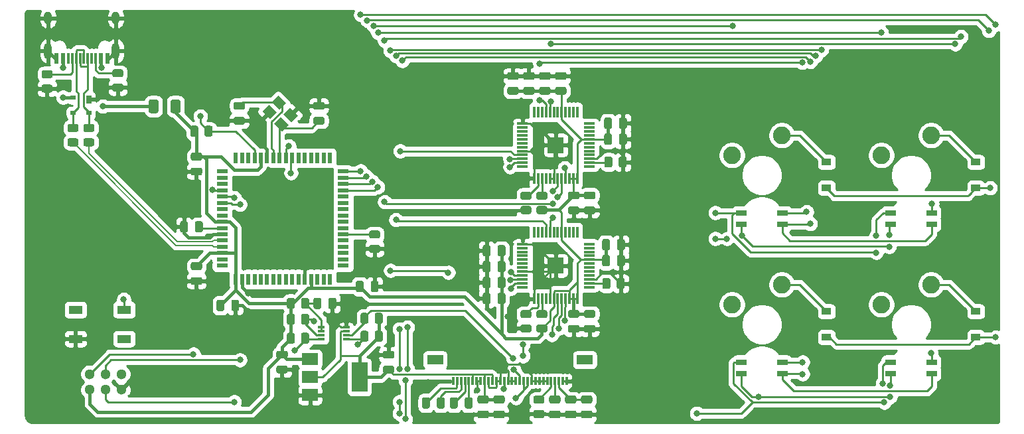
<source format=gbl>
G04 #@! TF.GenerationSoftware,KiCad,Pcbnew,(5.1.10)-1*
G04 #@! TF.CreationDate,2021-07-21T14:09:26-04:00*
G04 #@! TF.ProjectId,ProtoTooManyKeys,50726f74-6f54-46f6-9f4d-616e794b6579,1.5*
G04 #@! TF.SameCoordinates,Original*
G04 #@! TF.FileFunction,Copper,L2,Bot*
G04 #@! TF.FilePolarity,Positive*
%FSLAX46Y46*%
G04 Gerber Fmt 4.6, Leading zero omitted, Abs format (unit mm)*
G04 Created by KiCad (PCBNEW (5.1.10)-1) date 2021-07-21 14:09:26*
%MOMM*%
%LPD*%
G01*
G04 APERTURE LIST*
G04 #@! TA.AperFunction,SMDPad,CuDef*
%ADD10R,0.850000X0.300000*%
G04 #@! TD*
G04 #@! TA.AperFunction,SMDPad,CuDef*
%ADD11R,0.600000X1.475000*%
G04 #@! TD*
G04 #@! TA.AperFunction,SMDPad,CuDef*
%ADD12R,1.475000X0.600000*%
G04 #@! TD*
G04 #@! TA.AperFunction,SMDPad,CuDef*
%ADD13R,2.000000X2.000000*%
G04 #@! TD*
G04 #@! TA.AperFunction,SMDPad,CuDef*
%ADD14R,0.300000X1.475000*%
G04 #@! TD*
G04 #@! TA.AperFunction,SMDPad,CuDef*
%ADD15R,1.475000X0.300000*%
G04 #@! TD*
G04 #@! TA.AperFunction,SMDPad,CuDef*
%ADD16C,0.100000*%
G04 #@! TD*
G04 #@! TA.AperFunction,SMDPad,CuDef*
%ADD17R,0.600000X1.450000*%
G04 #@! TD*
G04 #@! TA.AperFunction,SMDPad,CuDef*
%ADD18R,0.300000X1.450000*%
G04 #@! TD*
G04 #@! TA.AperFunction,ComponentPad*
%ADD19O,1.000000X2.100000*%
G04 #@! TD*
G04 #@! TA.AperFunction,ComponentPad*
%ADD20O,1.000000X1.600000*%
G04 #@! TD*
G04 #@! TA.AperFunction,SMDPad,CuDef*
%ADD21R,2.000000X1.500000*%
G04 #@! TD*
G04 #@! TA.AperFunction,SMDPad,CuDef*
%ADD22R,2.000000X3.800000*%
G04 #@! TD*
G04 #@! TA.AperFunction,SMDPad,CuDef*
%ADD23R,0.700000X1.000000*%
G04 #@! TD*
G04 #@! TA.AperFunction,SMDPad,CuDef*
%ADD24R,0.700000X0.600000*%
G04 #@! TD*
G04 #@! TA.AperFunction,SMDPad,CuDef*
%ADD25R,1.800000X1.100000*%
G04 #@! TD*
G04 #@! TA.AperFunction,ComponentPad*
%ADD26C,2.250000*%
G04 #@! TD*
G04 #@! TA.AperFunction,ComponentPad*
%ADD27C,1.300000*%
G04 #@! TD*
G04 #@! TA.AperFunction,SMDPad,CuDef*
%ADD28R,2.000000X1.300000*%
G04 #@! TD*
G04 #@! TA.AperFunction,SMDPad,CuDef*
%ADD29R,0.300000X1.000000*%
G04 #@! TD*
G04 #@! TA.AperFunction,SMDPad,CuDef*
%ADD30R,1.400000X0.800000*%
G04 #@! TD*
G04 #@! TA.AperFunction,SMDPad,CuDef*
%ADD31R,1.200000X0.900000*%
G04 #@! TD*
G04 #@! TA.AperFunction,ViaPad*
%ADD32C,0.800000*%
G04 #@! TD*
G04 #@! TA.AperFunction,Conductor*
%ADD33C,0.254000*%
G04 #@! TD*
G04 #@! TA.AperFunction,Conductor*
%ADD34C,0.381000*%
G04 #@! TD*
G04 #@! TA.AperFunction,Conductor*
%ADD35C,0.200000*%
G04 #@! TD*
G04 #@! TA.AperFunction,Conductor*
%ADD36C,0.100000*%
G04 #@! TD*
G04 APERTURE END LIST*
G04 #@! TA.AperFunction,SMDPad,CuDef*
G36*
G01*
X375597000Y-403258000D02*
X375597000Y-404208000D01*
G75*
G02*
X375347000Y-404458000I-250000J0D01*
G01*
X374847000Y-404458000D01*
G75*
G02*
X374597000Y-404208000I0J250000D01*
G01*
X374597000Y-403258000D01*
G75*
G02*
X374847000Y-403008000I250000J0D01*
G01*
X375347000Y-403008000D01*
G75*
G02*
X375597000Y-403258000I0J-250000D01*
G01*
G37*
G04 #@! TD.AperFunction*
G04 #@! TA.AperFunction,SMDPad,CuDef*
G36*
G01*
X377497000Y-403258000D02*
X377497000Y-404208000D01*
G75*
G02*
X377247000Y-404458000I-250000J0D01*
G01*
X376747000Y-404458000D01*
G75*
G02*
X376497000Y-404208000I0J250000D01*
G01*
X376497000Y-403258000D01*
G75*
G02*
X376747000Y-403008000I250000J0D01*
G01*
X377247000Y-403008000D01*
G75*
G02*
X377497000Y-403258000I0J-250000D01*
G01*
G37*
G04 #@! TD.AperFunction*
D10*
X375615000Y-406793000D03*
X375615000Y-407293000D03*
X375615000Y-407793000D03*
X375615000Y-408293000D03*
X378765000Y-408293000D03*
X378765000Y-407793000D03*
X378765000Y-407293000D03*
X378765000Y-406793000D03*
D11*
X364681250Y-400644250D03*
X365481250Y-400644250D03*
X366281250Y-400644250D03*
X367081250Y-400644250D03*
X367881250Y-400644250D03*
X368681250Y-400644250D03*
X369481250Y-400644250D03*
X370281250Y-400644250D03*
X371081250Y-400644250D03*
X371881250Y-400644250D03*
X372681250Y-400644250D03*
X373481250Y-400644250D03*
X374281250Y-400644250D03*
X375081250Y-400644250D03*
X375881250Y-400644250D03*
X376681250Y-400644250D03*
D12*
X378419250Y-398906250D03*
X378419250Y-398106250D03*
X378419250Y-397306250D03*
X378419250Y-396506250D03*
X378419250Y-395706250D03*
X378419250Y-394906250D03*
X378419250Y-394106250D03*
X378419250Y-393306250D03*
X378419250Y-392506250D03*
X378419250Y-391706250D03*
X378419250Y-390906250D03*
X378419250Y-390106250D03*
X378419250Y-389306250D03*
X378419250Y-388506250D03*
X378419250Y-387706250D03*
X378419250Y-386906250D03*
D11*
X376681250Y-385168250D03*
X375881250Y-385168250D03*
X375081250Y-385168250D03*
X374281250Y-385168250D03*
X373481250Y-385168250D03*
X372681250Y-385168250D03*
X371881250Y-385168250D03*
X371081250Y-385168250D03*
X370281250Y-385168250D03*
X369481250Y-385168250D03*
X368681250Y-385168250D03*
X367881250Y-385168250D03*
X367081250Y-385168250D03*
X366281250Y-385168250D03*
X365481250Y-385168250D03*
X364681250Y-385168250D03*
D12*
X362943250Y-386906250D03*
X362943250Y-387706250D03*
X362943250Y-388506250D03*
X362943250Y-389306250D03*
X362943250Y-390106250D03*
X362943250Y-390906250D03*
X362943250Y-391706250D03*
X362943250Y-392506250D03*
X362943250Y-393306250D03*
X362943250Y-394106250D03*
X362943250Y-394906250D03*
X362943250Y-395706250D03*
X362943250Y-396506250D03*
X362943250Y-397306250D03*
X362943250Y-398106250D03*
X362943250Y-398906250D03*
D13*
X405511000Y-398907000D03*
D14*
X402761000Y-403145000D03*
X403261000Y-403145000D03*
X403761000Y-403145000D03*
X404261000Y-403145000D03*
X404761000Y-403145000D03*
X405261000Y-403145000D03*
X405761000Y-403145000D03*
X406261000Y-403145000D03*
X406761000Y-403145000D03*
X407261000Y-403145000D03*
X407761000Y-403145000D03*
X408261000Y-403145000D03*
D15*
X409749000Y-401657000D03*
X409749000Y-401157000D03*
X409749000Y-400657000D03*
X409749000Y-400157000D03*
X409749000Y-399657000D03*
X409749000Y-399157000D03*
X409749000Y-398657000D03*
X409749000Y-398157000D03*
X409749000Y-397657000D03*
X409749000Y-397157000D03*
X409749000Y-396657000D03*
X409749000Y-396157000D03*
D14*
X408261000Y-394669000D03*
X407761000Y-394669000D03*
X407261000Y-394669000D03*
X406761000Y-394669000D03*
X406261000Y-394669000D03*
X405761000Y-394669000D03*
X405261000Y-394669000D03*
X404761000Y-394669000D03*
X404261000Y-394669000D03*
X403761000Y-394669000D03*
X403261000Y-394669000D03*
X402761000Y-394669000D03*
D15*
X401273000Y-396157000D03*
X401273000Y-396657000D03*
X401273000Y-397157000D03*
X401273000Y-397657000D03*
X401273000Y-398157000D03*
X401273000Y-398657000D03*
X401273000Y-399157000D03*
X401273000Y-399657000D03*
X401273000Y-400157000D03*
X401273000Y-400657000D03*
X401273000Y-401157000D03*
X401273000Y-401657000D03*
D13*
X405511000Y-383540000D03*
D14*
X402761000Y-387778000D03*
X403261000Y-387778000D03*
X403761000Y-387778000D03*
X404261000Y-387778000D03*
X404761000Y-387778000D03*
X405261000Y-387778000D03*
X405761000Y-387778000D03*
X406261000Y-387778000D03*
X406761000Y-387778000D03*
X407261000Y-387778000D03*
X407761000Y-387778000D03*
X408261000Y-387778000D03*
D15*
X409749000Y-386290000D03*
X409749000Y-385790000D03*
X409749000Y-385290000D03*
X409749000Y-384790000D03*
X409749000Y-384290000D03*
X409749000Y-383790000D03*
X409749000Y-383290000D03*
X409749000Y-382790000D03*
X409749000Y-382290000D03*
X409749000Y-381790000D03*
X409749000Y-381290000D03*
X409749000Y-380790000D03*
D14*
X408261000Y-379302000D03*
X407761000Y-379302000D03*
X407261000Y-379302000D03*
X406761000Y-379302000D03*
X406261000Y-379302000D03*
X405761000Y-379302000D03*
X405261000Y-379302000D03*
X404761000Y-379302000D03*
X404261000Y-379302000D03*
X403761000Y-379302000D03*
X403261000Y-379302000D03*
X402761000Y-379302000D03*
D15*
X401273000Y-380790000D03*
X401273000Y-381290000D03*
X401273000Y-381790000D03*
X401273000Y-382290000D03*
X401273000Y-382790000D03*
X401273000Y-383290000D03*
X401273000Y-383790000D03*
X401273000Y-384290000D03*
X401273000Y-384790000D03*
X401273000Y-385290000D03*
X401273000Y-385790000D03*
X401273000Y-386290000D03*
G04 #@! TA.AperFunction,SMDPad,CuDef*
D16*
G36*
X372630097Y-379723488D02*
G01*
X371781569Y-380572016D01*
X370791619Y-379582066D01*
X371640147Y-378733538D01*
X372630097Y-379723488D01*
G37*
G04 #@! TD.AperFunction*
G04 #@! TA.AperFunction,SMDPad,CuDef*
G36*
X371074462Y-378167853D02*
G01*
X370225934Y-379016381D01*
X369235984Y-378026431D01*
X370084512Y-377177903D01*
X371074462Y-378167853D01*
G37*
G04 #@! TD.AperFunction*
G04 #@! TA.AperFunction,SMDPad,CuDef*
G36*
X369872381Y-379369934D02*
G01*
X369023853Y-380218462D01*
X368033903Y-379228512D01*
X368882431Y-378379984D01*
X369872381Y-379369934D01*
G37*
G04 #@! TD.AperFunction*
G04 #@! TA.AperFunction,SMDPad,CuDef*
G36*
X371428016Y-380925569D02*
G01*
X370579488Y-381774097D01*
X369589538Y-380784147D01*
X370438066Y-379935619D01*
X371428016Y-380925569D01*
G37*
G04 #@! TD.AperFunction*
D17*
X348284000Y-372439000D03*
X341834000Y-372439000D03*
X347509000Y-372439000D03*
X342609000Y-372439000D03*
D18*
X343309000Y-372439000D03*
X346809000Y-372439000D03*
X343809000Y-372439000D03*
X346309000Y-372439000D03*
X344309000Y-372439000D03*
X345809000Y-372439000D03*
X345309000Y-372439000D03*
X344809000Y-372439000D03*
D19*
X340739000Y-371524000D03*
X349379000Y-371524000D03*
D20*
X340739000Y-367344000D03*
X349379000Y-367344000D03*
D21*
X374167000Y-415431000D03*
X374167000Y-410831000D03*
X374167000Y-413131000D03*
D22*
X380467000Y-413131000D03*
D23*
X345932000Y-377710000D03*
D24*
X343932000Y-377510000D03*
X345932000Y-379410000D03*
X343932000Y-379410000D03*
D25*
X350445000Y-408250000D03*
X344245000Y-404550000D03*
X350445000Y-404550000D03*
X344245000Y-408250000D03*
G04 #@! TA.AperFunction,SMDPad,CuDef*
G36*
G01*
X413531000Y-386149002D02*
X413531000Y-385248998D01*
G75*
G02*
X413780998Y-384999000I249998J0D01*
G01*
X414306002Y-384999000D01*
G75*
G02*
X414556000Y-385248998I0J-249998D01*
G01*
X414556000Y-386149002D01*
G75*
G02*
X414306002Y-386399000I-249998J0D01*
G01*
X413780998Y-386399000D01*
G75*
G02*
X413531000Y-386149002I0J249998D01*
G01*
G37*
G04 #@! TD.AperFunction*
G04 #@! TA.AperFunction,SMDPad,CuDef*
G36*
G01*
X411706000Y-386149002D02*
X411706000Y-385248998D01*
G75*
G02*
X411955998Y-384999000I249998J0D01*
G01*
X412481002Y-384999000D01*
G75*
G02*
X412731000Y-385248998I0J-249998D01*
G01*
X412731000Y-386149002D01*
G75*
G02*
X412481002Y-386399000I-249998J0D01*
G01*
X411955998Y-386399000D01*
G75*
G02*
X411706000Y-386149002I0J249998D01*
G01*
G37*
G04 #@! TD.AperFunction*
G04 #@! TA.AperFunction,SMDPad,CuDef*
G36*
G01*
X401250998Y-391306000D02*
X402151002Y-391306000D01*
G75*
G02*
X402401000Y-391555998I0J-249998D01*
G01*
X402401000Y-392081002D01*
G75*
G02*
X402151002Y-392331000I-249998J0D01*
G01*
X401250998Y-392331000D01*
G75*
G02*
X401001000Y-392081002I0J249998D01*
G01*
X401001000Y-391555998D01*
G75*
G02*
X401250998Y-391306000I249998J0D01*
G01*
G37*
G04 #@! TD.AperFunction*
G04 #@! TA.AperFunction,SMDPad,CuDef*
G36*
G01*
X401250998Y-389481000D02*
X402151002Y-389481000D01*
G75*
G02*
X402401000Y-389730998I0J-249998D01*
G01*
X402401000Y-390256002D01*
G75*
G02*
X402151002Y-390506000I-249998J0D01*
G01*
X401250998Y-390506000D01*
G75*
G02*
X401001000Y-390256002I0J249998D01*
G01*
X401001000Y-389730998D01*
G75*
G02*
X401250998Y-389481000I249998J0D01*
G01*
G37*
G04 #@! TD.AperFunction*
G04 #@! TA.AperFunction,SMDPad,CuDef*
G36*
G01*
X403282998Y-391306000D02*
X404183002Y-391306000D01*
G75*
G02*
X404433000Y-391555998I0J-249998D01*
G01*
X404433000Y-392081002D01*
G75*
G02*
X404183002Y-392331000I-249998J0D01*
G01*
X403282998Y-392331000D01*
G75*
G02*
X403033000Y-392081002I0J249998D01*
G01*
X403033000Y-391555998D01*
G75*
G02*
X403282998Y-391306000I249998J0D01*
G01*
G37*
G04 #@! TD.AperFunction*
G04 #@! TA.AperFunction,SMDPad,CuDef*
G36*
G01*
X403282998Y-389481000D02*
X404183002Y-389481000D01*
G75*
G02*
X404433000Y-389730998I0J-249998D01*
G01*
X404433000Y-390256002D01*
G75*
G02*
X404183002Y-390506000I-249998J0D01*
G01*
X403282998Y-390506000D01*
G75*
G02*
X403033000Y-390256002I0J249998D01*
G01*
X403033000Y-389730998D01*
G75*
G02*
X403282998Y-389481000I249998J0D01*
G01*
G37*
G04 #@! TD.AperFunction*
G04 #@! TA.AperFunction,SMDPad,CuDef*
G36*
G01*
X413277000Y-401643002D02*
X413277000Y-400742998D01*
G75*
G02*
X413526998Y-400493000I249998J0D01*
G01*
X414052002Y-400493000D01*
G75*
G02*
X414302000Y-400742998I0J-249998D01*
G01*
X414302000Y-401643002D01*
G75*
G02*
X414052002Y-401893000I-249998J0D01*
G01*
X413526998Y-401893000D01*
G75*
G02*
X413277000Y-401643002I0J249998D01*
G01*
G37*
G04 #@! TD.AperFunction*
G04 #@! TA.AperFunction,SMDPad,CuDef*
G36*
G01*
X411452000Y-401643002D02*
X411452000Y-400742998D01*
G75*
G02*
X411701998Y-400493000I249998J0D01*
G01*
X412227002Y-400493000D01*
G75*
G02*
X412477000Y-400742998I0J-249998D01*
G01*
X412477000Y-401643002D01*
G75*
G02*
X412227002Y-401893000I-249998J0D01*
G01*
X411701998Y-401893000D01*
G75*
G02*
X411452000Y-401643002I0J249998D01*
G01*
G37*
G04 #@! TD.AperFunction*
G04 #@! TA.AperFunction,SMDPad,CuDef*
G36*
G01*
X401250998Y-406419000D02*
X402151002Y-406419000D01*
G75*
G02*
X402401000Y-406668998I0J-249998D01*
G01*
X402401000Y-407194002D01*
G75*
G02*
X402151002Y-407444000I-249998J0D01*
G01*
X401250998Y-407444000D01*
G75*
G02*
X401001000Y-407194002I0J249998D01*
G01*
X401001000Y-406668998D01*
G75*
G02*
X401250998Y-406419000I249998J0D01*
G01*
G37*
G04 #@! TD.AperFunction*
G04 #@! TA.AperFunction,SMDPad,CuDef*
G36*
G01*
X401250998Y-404594000D02*
X402151002Y-404594000D01*
G75*
G02*
X402401000Y-404843998I0J-249998D01*
G01*
X402401000Y-405369002D01*
G75*
G02*
X402151002Y-405619000I-249998J0D01*
G01*
X401250998Y-405619000D01*
G75*
G02*
X401001000Y-405369002I0J249998D01*
G01*
X401001000Y-404843998D01*
G75*
G02*
X401250998Y-404594000I249998J0D01*
G01*
G37*
G04 #@! TD.AperFunction*
G04 #@! TA.AperFunction,SMDPad,CuDef*
G36*
G01*
X403282998Y-406419000D02*
X404183002Y-406419000D01*
G75*
G02*
X404433000Y-406668998I0J-249998D01*
G01*
X404433000Y-407194002D01*
G75*
G02*
X404183002Y-407444000I-249998J0D01*
G01*
X403282998Y-407444000D01*
G75*
G02*
X403033000Y-407194002I0J249998D01*
G01*
X403033000Y-406668998D01*
G75*
G02*
X403282998Y-406419000I249998J0D01*
G01*
G37*
G04 #@! TD.AperFunction*
G04 #@! TA.AperFunction,SMDPad,CuDef*
G36*
G01*
X403282998Y-404594000D02*
X404183002Y-404594000D01*
G75*
G02*
X404433000Y-404843998I0J-249998D01*
G01*
X404433000Y-405369002D01*
G75*
G02*
X404183002Y-405619000I-249998J0D01*
G01*
X403282998Y-405619000D01*
G75*
G02*
X403033000Y-405369002I0J249998D01*
G01*
X403033000Y-404843998D01*
G75*
G02*
X403282998Y-404594000I249998J0D01*
G01*
G37*
G04 #@! TD.AperFunction*
G04 #@! TA.AperFunction,SMDPad,CuDef*
G36*
G01*
X373018000Y-408628002D02*
X373018000Y-407727998D01*
G75*
G02*
X373267998Y-407478000I249998J0D01*
G01*
X373793002Y-407478000D01*
G75*
G02*
X374043000Y-407727998I0J-249998D01*
G01*
X374043000Y-408628002D01*
G75*
G02*
X373793002Y-408878000I-249998J0D01*
G01*
X373267998Y-408878000D01*
G75*
G02*
X373018000Y-408628002I0J249998D01*
G01*
G37*
G04 #@! TD.AperFunction*
G04 #@! TA.AperFunction,SMDPad,CuDef*
G36*
G01*
X371193000Y-408628002D02*
X371193000Y-407727998D01*
G75*
G02*
X371442998Y-407478000I249998J0D01*
G01*
X371968002Y-407478000D01*
G75*
G02*
X372218000Y-407727998I0J-249998D01*
G01*
X372218000Y-408628002D01*
G75*
G02*
X371968002Y-408878000I-249998J0D01*
G01*
X371442998Y-408878000D01*
G75*
G02*
X371193000Y-408628002I0J249998D01*
G01*
G37*
G04 #@! TD.AperFunction*
G04 #@! TA.AperFunction,SMDPad,CuDef*
G36*
G01*
X373018000Y-406215002D02*
X373018000Y-405314998D01*
G75*
G02*
X373267998Y-405065000I249998J0D01*
G01*
X373793002Y-405065000D01*
G75*
G02*
X374043000Y-405314998I0J-249998D01*
G01*
X374043000Y-406215002D01*
G75*
G02*
X373793002Y-406465000I-249998J0D01*
G01*
X373267998Y-406465000D01*
G75*
G02*
X373018000Y-406215002I0J249998D01*
G01*
G37*
G04 #@! TD.AperFunction*
G04 #@! TA.AperFunction,SMDPad,CuDef*
G36*
G01*
X371193000Y-406215002D02*
X371193000Y-405314998D01*
G75*
G02*
X371442998Y-405065000I249998J0D01*
G01*
X371968002Y-405065000D01*
G75*
G02*
X372218000Y-405314998I0J-249998D01*
G01*
X372218000Y-406215002D01*
G75*
G02*
X371968002Y-406465000I-249998J0D01*
G01*
X371442998Y-406465000D01*
G75*
G02*
X371193000Y-406215002I0J249998D01*
G01*
G37*
G04 #@! TD.AperFunction*
G04 #@! TA.AperFunction,SMDPad,CuDef*
G36*
G01*
X373018000Y-404183002D02*
X373018000Y-403282998D01*
G75*
G02*
X373267998Y-403033000I249998J0D01*
G01*
X373793002Y-403033000D01*
G75*
G02*
X374043000Y-403282998I0J-249998D01*
G01*
X374043000Y-404183002D01*
G75*
G02*
X373793002Y-404433000I-249998J0D01*
G01*
X373267998Y-404433000D01*
G75*
G02*
X373018000Y-404183002I0J249998D01*
G01*
G37*
G04 #@! TD.AperFunction*
G04 #@! TA.AperFunction,SMDPad,CuDef*
G36*
G01*
X371193000Y-404183002D02*
X371193000Y-403282998D01*
G75*
G02*
X371442998Y-403033000I249998J0D01*
G01*
X371968002Y-403033000D01*
G75*
G02*
X372218000Y-403282998I0J-249998D01*
G01*
X372218000Y-404183002D01*
G75*
G02*
X371968002Y-404433000I-249998J0D01*
G01*
X371442998Y-404433000D01*
G75*
G02*
X371193000Y-404183002I0J249998D01*
G01*
G37*
G04 #@! TD.AperFunction*
G04 #@! TA.AperFunction,SMDPad,CuDef*
G36*
G01*
X402901998Y-415516000D02*
X403802002Y-415516000D01*
G75*
G02*
X404052000Y-415765998I0J-249998D01*
G01*
X404052000Y-416291002D01*
G75*
G02*
X403802002Y-416541000I-249998J0D01*
G01*
X402901998Y-416541000D01*
G75*
G02*
X402652000Y-416291002I0J249998D01*
G01*
X402652000Y-415765998D01*
G75*
G02*
X402901998Y-415516000I249998J0D01*
G01*
G37*
G04 #@! TD.AperFunction*
G04 #@! TA.AperFunction,SMDPad,CuDef*
G36*
G01*
X402901998Y-417341000D02*
X403802002Y-417341000D01*
G75*
G02*
X404052000Y-417590998I0J-249998D01*
G01*
X404052000Y-418116002D01*
G75*
G02*
X403802002Y-418366000I-249998J0D01*
G01*
X402901998Y-418366000D01*
G75*
G02*
X402652000Y-418116002I0J249998D01*
G01*
X402652000Y-417590998D01*
G75*
G02*
X402901998Y-417341000I249998J0D01*
G01*
G37*
G04 #@! TD.AperFunction*
G04 #@! TA.AperFunction,SMDPad,CuDef*
G36*
G01*
X381946998Y-396259000D02*
X382847002Y-396259000D01*
G75*
G02*
X383097000Y-396508998I0J-249998D01*
G01*
X383097000Y-397034002D01*
G75*
G02*
X382847002Y-397284000I-249998J0D01*
G01*
X381946998Y-397284000D01*
G75*
G02*
X381697000Y-397034002I0J249998D01*
G01*
X381697000Y-396508998D01*
G75*
G02*
X381946998Y-396259000I249998J0D01*
G01*
G37*
G04 #@! TD.AperFunction*
G04 #@! TA.AperFunction,SMDPad,CuDef*
G36*
G01*
X381946998Y-394434000D02*
X382847002Y-394434000D01*
G75*
G02*
X383097000Y-394683998I0J-249998D01*
G01*
X383097000Y-395209002D01*
G75*
G02*
X382847002Y-395459000I-249998J0D01*
G01*
X381946998Y-395459000D01*
G75*
G02*
X381697000Y-395209002I0J249998D01*
G01*
X381697000Y-394683998D01*
G75*
G02*
X381946998Y-394434000I249998J0D01*
G01*
G37*
G04 #@! TD.AperFunction*
G04 #@! TA.AperFunction,SMDPad,CuDef*
G36*
G01*
X350081002Y-374885000D02*
X349180998Y-374885000D01*
G75*
G02*
X348931000Y-374635002I0J249998D01*
G01*
X348931000Y-374109998D01*
G75*
G02*
X349180998Y-373860000I249998J0D01*
G01*
X350081002Y-373860000D01*
G75*
G02*
X350331000Y-374109998I0J-249998D01*
G01*
X350331000Y-374635002D01*
G75*
G02*
X350081002Y-374885000I-249998J0D01*
G01*
G37*
G04 #@! TD.AperFunction*
G04 #@! TA.AperFunction,SMDPad,CuDef*
G36*
G01*
X350081002Y-376710000D02*
X349180998Y-376710000D01*
G75*
G02*
X348931000Y-376460002I0J249998D01*
G01*
X348931000Y-375934998D01*
G75*
G02*
X349180998Y-375685000I249998J0D01*
G01*
X350081002Y-375685000D01*
G75*
G02*
X350331000Y-375934998I0J-249998D01*
G01*
X350331000Y-376460002D01*
G75*
G02*
X350081002Y-376710000I-249998J0D01*
G01*
G37*
G04 #@! TD.AperFunction*
G04 #@! TA.AperFunction,SMDPad,CuDef*
G36*
G01*
X381616000Y-407473998D02*
X381616000Y-408374002D01*
G75*
G02*
X381366002Y-408624000I-249998J0D01*
G01*
X380840998Y-408624000D01*
G75*
G02*
X380591000Y-408374002I0J249998D01*
G01*
X380591000Y-407473998D01*
G75*
G02*
X380840998Y-407224000I249998J0D01*
G01*
X381366002Y-407224000D01*
G75*
G02*
X381616000Y-407473998I0J-249998D01*
G01*
G37*
G04 #@! TD.AperFunction*
G04 #@! TA.AperFunction,SMDPad,CuDef*
G36*
G01*
X383441000Y-407473998D02*
X383441000Y-408374002D01*
G75*
G02*
X383191002Y-408624000I-249998J0D01*
G01*
X382665998Y-408624000D01*
G75*
G02*
X382416000Y-408374002I0J249998D01*
G01*
X382416000Y-407473998D01*
G75*
G02*
X382665998Y-407224000I249998J0D01*
G01*
X383191002Y-407224000D01*
G75*
G02*
X383441000Y-407473998I0J-249998D01*
G01*
G37*
G04 #@! TD.AperFunction*
G04 #@! TA.AperFunction,SMDPad,CuDef*
G36*
G01*
X382416000Y-406088002D02*
X382416000Y-405187998D01*
G75*
G02*
X382665998Y-404938000I249998J0D01*
G01*
X383191002Y-404938000D01*
G75*
G02*
X383441000Y-405187998I0J-249998D01*
G01*
X383441000Y-406088002D01*
G75*
G02*
X383191002Y-406338000I-249998J0D01*
G01*
X382665998Y-406338000D01*
G75*
G02*
X382416000Y-406088002I0J249998D01*
G01*
G37*
G04 #@! TD.AperFunction*
G04 #@! TA.AperFunction,SMDPad,CuDef*
G36*
G01*
X380591000Y-406088002D02*
X380591000Y-405187998D01*
G75*
G02*
X380840998Y-404938000I249998J0D01*
G01*
X381366002Y-404938000D01*
G75*
G02*
X381616000Y-405187998I0J-249998D01*
G01*
X381616000Y-406088002D01*
G75*
G02*
X381366002Y-406338000I-249998J0D01*
G01*
X380840998Y-406338000D01*
G75*
G02*
X380591000Y-406088002I0J249998D01*
G01*
G37*
G04 #@! TD.AperFunction*
G04 #@! TA.AperFunction,SMDPad,CuDef*
G36*
G01*
X341064002Y-375012000D02*
X340163998Y-375012000D01*
G75*
G02*
X339914000Y-374762002I0J249998D01*
G01*
X339914000Y-374236998D01*
G75*
G02*
X340163998Y-373987000I249998J0D01*
G01*
X341064002Y-373987000D01*
G75*
G02*
X341314000Y-374236998I0J-249998D01*
G01*
X341314000Y-374762002D01*
G75*
G02*
X341064002Y-375012000I-249998J0D01*
G01*
G37*
G04 #@! TD.AperFunction*
G04 #@! TA.AperFunction,SMDPad,CuDef*
G36*
G01*
X341064002Y-376837000D02*
X340163998Y-376837000D01*
G75*
G02*
X339914000Y-376587002I0J249998D01*
G01*
X339914000Y-376061998D01*
G75*
G02*
X340163998Y-375812000I249998J0D01*
G01*
X341064002Y-375812000D01*
G75*
G02*
X341314000Y-376061998I0J-249998D01*
G01*
X341314000Y-376587002D01*
G75*
G02*
X341064002Y-376837000I-249998J0D01*
G01*
G37*
G04 #@! TD.AperFunction*
G04 #@! TA.AperFunction,SMDPad,CuDef*
G36*
G01*
X346398002Y-381870000D02*
X345497998Y-381870000D01*
G75*
G02*
X345248000Y-381620002I0J249998D01*
G01*
X345248000Y-381094998D01*
G75*
G02*
X345497998Y-380845000I249998J0D01*
G01*
X346398002Y-380845000D01*
G75*
G02*
X346648000Y-381094998I0J-249998D01*
G01*
X346648000Y-381620002D01*
G75*
G02*
X346398002Y-381870000I-249998J0D01*
G01*
G37*
G04 #@! TD.AperFunction*
G04 #@! TA.AperFunction,SMDPad,CuDef*
G36*
G01*
X346398002Y-383695000D02*
X345497998Y-383695000D01*
G75*
G02*
X345248000Y-383445002I0J249998D01*
G01*
X345248000Y-382919998D01*
G75*
G02*
X345497998Y-382670000I249998J0D01*
G01*
X346398002Y-382670000D01*
G75*
G02*
X346648000Y-382919998I0J-249998D01*
G01*
X346648000Y-383445002D01*
G75*
G02*
X346398002Y-383695000I-249998J0D01*
G01*
G37*
G04 #@! TD.AperFunction*
G04 #@! TA.AperFunction,SMDPad,CuDef*
G36*
G01*
X344366002Y-381870000D02*
X343465998Y-381870000D01*
G75*
G02*
X343216000Y-381620002I0J249998D01*
G01*
X343216000Y-381094998D01*
G75*
G02*
X343465998Y-380845000I249998J0D01*
G01*
X344366002Y-380845000D01*
G75*
G02*
X344616000Y-381094998I0J-249998D01*
G01*
X344616000Y-381620002D01*
G75*
G02*
X344366002Y-381870000I-249998J0D01*
G01*
G37*
G04 #@! TD.AperFunction*
G04 #@! TA.AperFunction,SMDPad,CuDef*
G36*
G01*
X344366002Y-383695000D02*
X343465998Y-383695000D01*
G75*
G02*
X343216000Y-383445002I0J249998D01*
G01*
X343216000Y-382919998D01*
G75*
G02*
X343465998Y-382670000I249998J0D01*
G01*
X344366002Y-382670000D01*
G75*
G02*
X344616000Y-382919998I0J-249998D01*
G01*
X344616000Y-383445002D01*
G75*
G02*
X344366002Y-383695000I-249998J0D01*
G01*
G37*
G04 #@! TD.AperFunction*
G04 #@! TA.AperFunction,SMDPad,CuDef*
G36*
G01*
X360699000Y-382212002D02*
X360699000Y-381311998D01*
G75*
G02*
X360948998Y-381062000I249998J0D01*
G01*
X361474002Y-381062000D01*
G75*
G02*
X361724000Y-381311998I0J-249998D01*
G01*
X361724000Y-382212002D01*
G75*
G02*
X361474002Y-382462000I-249998J0D01*
G01*
X360948998Y-382462000D01*
G75*
G02*
X360699000Y-382212002I0J249998D01*
G01*
G37*
G04 #@! TD.AperFunction*
G04 #@! TA.AperFunction,SMDPad,CuDef*
G36*
G01*
X358874000Y-382212002D02*
X358874000Y-381311998D01*
G75*
G02*
X359123998Y-381062000I249998J0D01*
G01*
X359649002Y-381062000D01*
G75*
G02*
X359899000Y-381311998I0J-249998D01*
G01*
X359899000Y-382212002D01*
G75*
G02*
X359649002Y-382462000I-249998J0D01*
G01*
X359123998Y-382462000D01*
G75*
G02*
X358874000Y-382212002I0J249998D01*
G01*
G37*
G04 #@! TD.AperFunction*
D26*
X447040000Y-403860000D03*
X453390000Y-401320000D03*
X447040000Y-384810000D03*
X453390000Y-382270000D03*
X427990000Y-403860000D03*
X434340000Y-401320000D03*
X427990000Y-384810000D03*
X434340000Y-382270000D03*
D27*
X350075000Y-414750000D03*
X350075000Y-412750000D03*
X348075000Y-414750000D03*
X348075000Y-412750000D03*
X346075000Y-414750000D03*
X346075000Y-412750000D03*
D28*
X409219000Y-410932000D03*
X390119000Y-410932000D03*
D29*
X406919000Y-413632000D03*
X406419000Y-413632000D03*
X405919000Y-413632000D03*
X405419000Y-413632000D03*
X404919000Y-413632000D03*
X404419000Y-413632000D03*
X403919000Y-413632000D03*
X403419000Y-413632000D03*
X402919000Y-413632000D03*
X402419000Y-413632000D03*
X401919000Y-413632000D03*
X401419000Y-413632000D03*
X400919000Y-413632000D03*
X400419000Y-413632000D03*
X399919000Y-413632000D03*
X399419000Y-413632000D03*
X398919000Y-413632000D03*
X398419000Y-413632000D03*
X397919000Y-413632000D03*
X397419000Y-413632000D03*
X396919000Y-413632000D03*
X396419000Y-413632000D03*
X395919000Y-413632000D03*
X395419000Y-413632000D03*
X394919000Y-413632000D03*
X394419000Y-413632000D03*
X393919000Y-413632000D03*
X393419000Y-413632000D03*
X392919000Y-413632000D03*
X392419000Y-413632000D03*
G04 #@! TA.AperFunction,SMDPad,CuDef*
G36*
G01*
X354825000Y-377962000D02*
X354825000Y-379212000D01*
G75*
G02*
X354575000Y-379462000I-250000J0D01*
G01*
X353825000Y-379462000D01*
G75*
G02*
X353575000Y-379212000I0J250000D01*
G01*
X353575000Y-377962000D01*
G75*
G02*
X353825000Y-377712000I250000J0D01*
G01*
X354575000Y-377712000D01*
G75*
G02*
X354825000Y-377962000I0J-250000D01*
G01*
G37*
G04 #@! TD.AperFunction*
G04 #@! TA.AperFunction,SMDPad,CuDef*
G36*
G01*
X357625000Y-377962000D02*
X357625000Y-379212000D01*
G75*
G02*
X357375000Y-379462000I-250000J0D01*
G01*
X356625000Y-379462000D01*
G75*
G02*
X356375000Y-379212000I0J250000D01*
G01*
X356375000Y-377962000D01*
G75*
G02*
X356625000Y-377712000I250000J0D01*
G01*
X357375000Y-377712000D01*
G75*
G02*
X357625000Y-377962000I0J-250000D01*
G01*
G37*
G04 #@! TD.AperFunction*
D30*
X453450000Y-411230837D03*
X448250000Y-411230837D03*
X448250000Y-412680837D03*
X453450000Y-412680837D03*
X434400000Y-411230837D03*
X429200000Y-411230837D03*
X429200000Y-412680837D03*
X434400000Y-412680837D03*
D31*
X459105000Y-404750000D03*
X459105000Y-408050000D03*
X459105000Y-385700000D03*
X459105000Y-389000000D03*
X440055000Y-404750000D03*
X440055000Y-408050000D03*
X440055000Y-389000000D03*
X440055000Y-385700000D03*
D30*
X453450000Y-392183000D03*
X448250000Y-392183000D03*
X448250000Y-393633000D03*
X453450000Y-393633000D03*
X434400000Y-393633000D03*
X429200000Y-393633000D03*
X429200000Y-392183000D03*
X434400000Y-392183000D03*
G04 #@! TA.AperFunction,SMDPad,CuDef*
G36*
G01*
X398087000Y-399509000D02*
X398087000Y-398559000D01*
G75*
G02*
X398337000Y-398309000I250000J0D01*
G01*
X398837000Y-398309000D01*
G75*
G02*
X399087000Y-398559000I0J-250000D01*
G01*
X399087000Y-399509000D01*
G75*
G02*
X398837000Y-399759000I-250000J0D01*
G01*
X398337000Y-399759000D01*
G75*
G02*
X398087000Y-399509000I0J250000D01*
G01*
G37*
G04 #@! TD.AperFunction*
G04 #@! TA.AperFunction,SMDPad,CuDef*
G36*
G01*
X396187000Y-399509000D02*
X396187000Y-398559000D01*
G75*
G02*
X396437000Y-398309000I250000J0D01*
G01*
X396937000Y-398309000D01*
G75*
G02*
X397187000Y-398559000I0J-250000D01*
G01*
X397187000Y-399509000D01*
G75*
G02*
X396937000Y-399759000I-250000J0D01*
G01*
X396437000Y-399759000D01*
G75*
G02*
X396187000Y-399509000I0J250000D01*
G01*
G37*
G04 #@! TD.AperFunction*
G04 #@! TA.AperFunction,SMDPad,CuDef*
G36*
G01*
X401607000Y-376116000D02*
X402557000Y-376116000D01*
G75*
G02*
X402807000Y-376366000I0J-250000D01*
G01*
X402807000Y-376866000D01*
G75*
G02*
X402557000Y-377116000I-250000J0D01*
G01*
X401607000Y-377116000D01*
G75*
G02*
X401357000Y-376866000I0J250000D01*
G01*
X401357000Y-376366000D01*
G75*
G02*
X401607000Y-376116000I250000J0D01*
G01*
G37*
G04 #@! TD.AperFunction*
G04 #@! TA.AperFunction,SMDPad,CuDef*
G36*
G01*
X401607000Y-374216000D02*
X402557000Y-374216000D01*
G75*
G02*
X402807000Y-374466000I0J-250000D01*
G01*
X402807000Y-374966000D01*
G75*
G02*
X402557000Y-375216000I-250000J0D01*
G01*
X401607000Y-375216000D01*
G75*
G02*
X401357000Y-374966000I0J250000D01*
G01*
X401357000Y-374466000D01*
G75*
G02*
X401607000Y-374216000I250000J0D01*
G01*
G37*
G04 #@! TD.AperFunction*
G04 #@! TA.AperFunction,SMDPad,CuDef*
G36*
G01*
X413581000Y-381221000D02*
X413581000Y-380271000D01*
G75*
G02*
X413831000Y-380021000I250000J0D01*
G01*
X414331000Y-380021000D01*
G75*
G02*
X414581000Y-380271000I0J-250000D01*
G01*
X414581000Y-381221000D01*
G75*
G02*
X414331000Y-381471000I-250000J0D01*
G01*
X413831000Y-381471000D01*
G75*
G02*
X413581000Y-381221000I0J250000D01*
G01*
G37*
G04 #@! TD.AperFunction*
G04 #@! TA.AperFunction,SMDPad,CuDef*
G36*
G01*
X411681000Y-381221000D02*
X411681000Y-380271000D01*
G75*
G02*
X411931000Y-380021000I250000J0D01*
G01*
X412431000Y-380021000D01*
G75*
G02*
X412681000Y-380271000I0J-250000D01*
G01*
X412681000Y-381221000D01*
G75*
G02*
X412431000Y-381471000I-250000J0D01*
G01*
X411931000Y-381471000D01*
G75*
G02*
X411681000Y-381221000I0J250000D01*
G01*
G37*
G04 #@! TD.AperFunction*
G04 #@! TA.AperFunction,SMDPad,CuDef*
G36*
G01*
X413581000Y-383253000D02*
X413581000Y-382303000D01*
G75*
G02*
X413831000Y-382053000I250000J0D01*
G01*
X414331000Y-382053000D01*
G75*
G02*
X414581000Y-382303000I0J-250000D01*
G01*
X414581000Y-383253000D01*
G75*
G02*
X414331000Y-383503000I-250000J0D01*
G01*
X413831000Y-383503000D01*
G75*
G02*
X413581000Y-383253000I0J250000D01*
G01*
G37*
G04 #@! TD.AperFunction*
G04 #@! TA.AperFunction,SMDPad,CuDef*
G36*
G01*
X411681000Y-383253000D02*
X411681000Y-382303000D01*
G75*
G02*
X411931000Y-382053000I250000J0D01*
G01*
X412431000Y-382053000D01*
G75*
G02*
X412681000Y-382303000I0J-250000D01*
G01*
X412681000Y-383253000D01*
G75*
G02*
X412431000Y-383503000I-250000J0D01*
G01*
X411931000Y-383503000D01*
G75*
G02*
X411681000Y-383253000I0J250000D01*
G01*
G37*
G04 #@! TD.AperFunction*
G04 #@! TA.AperFunction,SMDPad,CuDef*
G36*
G01*
X400525000Y-375216000D02*
X399575000Y-375216000D01*
G75*
G02*
X399325000Y-374966000I0J250000D01*
G01*
X399325000Y-374466000D01*
G75*
G02*
X399575000Y-374216000I250000J0D01*
G01*
X400525000Y-374216000D01*
G75*
G02*
X400775000Y-374466000I0J-250000D01*
G01*
X400775000Y-374966000D01*
G75*
G02*
X400525000Y-375216000I-250000J0D01*
G01*
G37*
G04 #@! TD.AperFunction*
G04 #@! TA.AperFunction,SMDPad,CuDef*
G36*
G01*
X400525000Y-377116000D02*
X399575000Y-377116000D01*
G75*
G02*
X399325000Y-376866000I0J250000D01*
G01*
X399325000Y-376366000D01*
G75*
G02*
X399575000Y-376116000I250000J0D01*
G01*
X400525000Y-376116000D01*
G75*
G02*
X400775000Y-376366000I0J-250000D01*
G01*
X400775000Y-376866000D01*
G75*
G02*
X400525000Y-377116000I-250000J0D01*
G01*
G37*
G04 #@! TD.AperFunction*
G04 #@! TA.AperFunction,SMDPad,CuDef*
G36*
G01*
X406621000Y-375216000D02*
X405671000Y-375216000D01*
G75*
G02*
X405421000Y-374966000I0J250000D01*
G01*
X405421000Y-374466000D01*
G75*
G02*
X405671000Y-374216000I250000J0D01*
G01*
X406621000Y-374216000D01*
G75*
G02*
X406871000Y-374466000I0J-250000D01*
G01*
X406871000Y-374966000D01*
G75*
G02*
X406621000Y-375216000I-250000J0D01*
G01*
G37*
G04 #@! TD.AperFunction*
G04 #@! TA.AperFunction,SMDPad,CuDef*
G36*
G01*
X406621000Y-377116000D02*
X405671000Y-377116000D01*
G75*
G02*
X405421000Y-376866000I0J250000D01*
G01*
X405421000Y-376366000D01*
G75*
G02*
X405671000Y-376116000I250000J0D01*
G01*
X406621000Y-376116000D01*
G75*
G02*
X406871000Y-376366000I0J-250000D01*
G01*
X406871000Y-376866000D01*
G75*
G02*
X406621000Y-377116000I-250000J0D01*
G01*
G37*
G04 #@! TD.AperFunction*
G04 #@! TA.AperFunction,SMDPad,CuDef*
G36*
G01*
X404589000Y-375216000D02*
X403639000Y-375216000D01*
G75*
G02*
X403389000Y-374966000I0J250000D01*
G01*
X403389000Y-374466000D01*
G75*
G02*
X403639000Y-374216000I250000J0D01*
G01*
X404589000Y-374216000D01*
G75*
G02*
X404839000Y-374466000I0J-250000D01*
G01*
X404839000Y-374966000D01*
G75*
G02*
X404589000Y-375216000I-250000J0D01*
G01*
G37*
G04 #@! TD.AperFunction*
G04 #@! TA.AperFunction,SMDPad,CuDef*
G36*
G01*
X404589000Y-377116000D02*
X403639000Y-377116000D01*
G75*
G02*
X403389000Y-376866000I0J250000D01*
G01*
X403389000Y-376366000D01*
G75*
G02*
X403639000Y-376116000I250000J0D01*
G01*
X404589000Y-376116000D01*
G75*
G02*
X404839000Y-376366000I0J-250000D01*
G01*
X404839000Y-376866000D01*
G75*
G02*
X404589000Y-377116000I-250000J0D01*
G01*
G37*
G04 #@! TD.AperFunction*
G04 #@! TA.AperFunction,SMDPad,CuDef*
G36*
G01*
X384650000Y-410776000D02*
X383700000Y-410776000D01*
G75*
G02*
X383450000Y-410526000I0J250000D01*
G01*
X383450000Y-410026000D01*
G75*
G02*
X383700000Y-409776000I250000J0D01*
G01*
X384650000Y-409776000D01*
G75*
G02*
X384900000Y-410026000I0J-250000D01*
G01*
X384900000Y-410526000D01*
G75*
G02*
X384650000Y-410776000I-250000J0D01*
G01*
G37*
G04 #@! TD.AperFunction*
G04 #@! TA.AperFunction,SMDPad,CuDef*
G36*
G01*
X384650000Y-412676000D02*
X383700000Y-412676000D01*
G75*
G02*
X383450000Y-412426000I0J250000D01*
G01*
X383450000Y-411926000D01*
G75*
G02*
X383700000Y-411676000I250000J0D01*
G01*
X384650000Y-411676000D01*
G75*
G02*
X384900000Y-411926000I0J-250000D01*
G01*
X384900000Y-412426000D01*
G75*
G02*
X384650000Y-412676000I-250000J0D01*
G01*
G37*
G04 #@! TD.AperFunction*
G04 #@! TA.AperFunction,SMDPad,CuDef*
G36*
G01*
X370111000Y-411676000D02*
X371061000Y-411676000D01*
G75*
G02*
X371311000Y-411926000I0J-250000D01*
G01*
X371311000Y-412426000D01*
G75*
G02*
X371061000Y-412676000I-250000J0D01*
G01*
X370111000Y-412676000D01*
G75*
G02*
X369861000Y-412426000I0J250000D01*
G01*
X369861000Y-411926000D01*
G75*
G02*
X370111000Y-411676000I250000J0D01*
G01*
G37*
G04 #@! TD.AperFunction*
G04 #@! TA.AperFunction,SMDPad,CuDef*
G36*
G01*
X370111000Y-409776000D02*
X371061000Y-409776000D01*
G75*
G02*
X371311000Y-410026000I0J-250000D01*
G01*
X371311000Y-410526000D01*
G75*
G02*
X371061000Y-410776000I-250000J0D01*
G01*
X370111000Y-410776000D01*
G75*
G02*
X369861000Y-410526000I0J250000D01*
G01*
X369861000Y-410026000D01*
G75*
G02*
X370111000Y-409776000I250000J0D01*
G01*
G37*
G04 #@! TD.AperFunction*
G04 #@! TA.AperFunction,SMDPad,CuDef*
G36*
G01*
X409354000Y-391356000D02*
X410304000Y-391356000D01*
G75*
G02*
X410554000Y-391606000I0J-250000D01*
G01*
X410554000Y-392106000D01*
G75*
G02*
X410304000Y-392356000I-250000J0D01*
G01*
X409354000Y-392356000D01*
G75*
G02*
X409104000Y-392106000I0J250000D01*
G01*
X409104000Y-391606000D01*
G75*
G02*
X409354000Y-391356000I250000J0D01*
G01*
G37*
G04 #@! TD.AperFunction*
G04 #@! TA.AperFunction,SMDPad,CuDef*
G36*
G01*
X409354000Y-389456000D02*
X410304000Y-389456000D01*
G75*
G02*
X410554000Y-389706000I0J-250000D01*
G01*
X410554000Y-390206000D01*
G75*
G02*
X410304000Y-390456000I-250000J0D01*
G01*
X409354000Y-390456000D01*
G75*
G02*
X409104000Y-390206000I0J250000D01*
G01*
X409104000Y-389706000D01*
G75*
G02*
X409354000Y-389456000I250000J0D01*
G01*
G37*
G04 #@! TD.AperFunction*
G04 #@! TA.AperFunction,SMDPad,CuDef*
G36*
G01*
X407322000Y-391356000D02*
X408272000Y-391356000D01*
G75*
G02*
X408522000Y-391606000I0J-250000D01*
G01*
X408522000Y-392106000D01*
G75*
G02*
X408272000Y-392356000I-250000J0D01*
G01*
X407322000Y-392356000D01*
G75*
G02*
X407072000Y-392106000I0J250000D01*
G01*
X407072000Y-391606000D01*
G75*
G02*
X407322000Y-391356000I250000J0D01*
G01*
G37*
G04 #@! TD.AperFunction*
G04 #@! TA.AperFunction,SMDPad,CuDef*
G36*
G01*
X407322000Y-389456000D02*
X408272000Y-389456000D01*
G75*
G02*
X408522000Y-389706000I0J-250000D01*
G01*
X408522000Y-390206000D01*
G75*
G02*
X408272000Y-390456000I-250000J0D01*
G01*
X407322000Y-390456000D01*
G75*
G02*
X407072000Y-390206000I0J250000D01*
G01*
X407072000Y-389706000D01*
G75*
G02*
X407322000Y-389456000I250000J0D01*
G01*
G37*
G04 #@! TD.AperFunction*
G04 #@! TA.AperFunction,SMDPad,CuDef*
G36*
G01*
X408272000Y-405569000D02*
X407322000Y-405569000D01*
G75*
G02*
X407072000Y-405319000I0J250000D01*
G01*
X407072000Y-404819000D01*
G75*
G02*
X407322000Y-404569000I250000J0D01*
G01*
X408272000Y-404569000D01*
G75*
G02*
X408522000Y-404819000I0J-250000D01*
G01*
X408522000Y-405319000D01*
G75*
G02*
X408272000Y-405569000I-250000J0D01*
G01*
G37*
G04 #@! TD.AperFunction*
G04 #@! TA.AperFunction,SMDPad,CuDef*
G36*
G01*
X408272000Y-407469000D02*
X407322000Y-407469000D01*
G75*
G02*
X407072000Y-407219000I0J250000D01*
G01*
X407072000Y-406719000D01*
G75*
G02*
X407322000Y-406469000I250000J0D01*
G01*
X408272000Y-406469000D01*
G75*
G02*
X408522000Y-406719000I0J-250000D01*
G01*
X408522000Y-407219000D01*
G75*
G02*
X408272000Y-407469000I-250000J0D01*
G01*
G37*
G04 #@! TD.AperFunction*
G04 #@! TA.AperFunction,SMDPad,CuDef*
G36*
G01*
X410304000Y-405569000D02*
X409354000Y-405569000D01*
G75*
G02*
X409104000Y-405319000I0J250000D01*
G01*
X409104000Y-404819000D01*
G75*
G02*
X409354000Y-404569000I250000J0D01*
G01*
X410304000Y-404569000D01*
G75*
G02*
X410554000Y-404819000I0J-250000D01*
G01*
X410554000Y-405319000D01*
G75*
G02*
X410304000Y-405569000I-250000J0D01*
G01*
G37*
G04 #@! TD.AperFunction*
G04 #@! TA.AperFunction,SMDPad,CuDef*
G36*
G01*
X410304000Y-407469000D02*
X409354000Y-407469000D01*
G75*
G02*
X409104000Y-407219000I0J250000D01*
G01*
X409104000Y-406719000D01*
G75*
G02*
X409354000Y-406469000I250000J0D01*
G01*
X410304000Y-406469000D01*
G75*
G02*
X410554000Y-406719000I0J-250000D01*
G01*
X410554000Y-407219000D01*
G75*
G02*
X410304000Y-407469000I-250000J0D01*
G01*
G37*
G04 #@! TD.AperFunction*
G04 #@! TA.AperFunction,SMDPad,CuDef*
G36*
G01*
X397187000Y-396527000D02*
X397187000Y-397477000D01*
G75*
G02*
X396937000Y-397727000I-250000J0D01*
G01*
X396437000Y-397727000D01*
G75*
G02*
X396187000Y-397477000I0J250000D01*
G01*
X396187000Y-396527000D01*
G75*
G02*
X396437000Y-396277000I250000J0D01*
G01*
X396937000Y-396277000D01*
G75*
G02*
X397187000Y-396527000I0J-250000D01*
G01*
G37*
G04 #@! TD.AperFunction*
G04 #@! TA.AperFunction,SMDPad,CuDef*
G36*
G01*
X399087000Y-396527000D02*
X399087000Y-397477000D01*
G75*
G02*
X398837000Y-397727000I-250000J0D01*
G01*
X398337000Y-397727000D01*
G75*
G02*
X398087000Y-397477000I0J250000D01*
G01*
X398087000Y-396527000D01*
G75*
G02*
X398337000Y-396277000I250000J0D01*
G01*
X398837000Y-396277000D01*
G75*
G02*
X399087000Y-396527000I0J-250000D01*
G01*
G37*
G04 #@! TD.AperFunction*
G04 #@! TA.AperFunction,SMDPad,CuDef*
G36*
G01*
X365600000Y-379026000D02*
X364650000Y-379026000D01*
G75*
G02*
X364400000Y-378776000I0J250000D01*
G01*
X364400000Y-378276000D01*
G75*
G02*
X364650000Y-378026000I250000J0D01*
G01*
X365600000Y-378026000D01*
G75*
G02*
X365850000Y-378276000I0J-250000D01*
G01*
X365850000Y-378776000D01*
G75*
G02*
X365600000Y-379026000I-250000J0D01*
G01*
G37*
G04 #@! TD.AperFunction*
G04 #@! TA.AperFunction,SMDPad,CuDef*
G36*
G01*
X365600000Y-380926000D02*
X364650000Y-380926000D01*
G75*
G02*
X364400000Y-380676000I0J250000D01*
G01*
X364400000Y-380176000D01*
G75*
G02*
X364650000Y-379926000I250000J0D01*
G01*
X365600000Y-379926000D01*
G75*
G02*
X365850000Y-380176000I0J-250000D01*
G01*
X365850000Y-380676000D01*
G75*
G02*
X365600000Y-380926000I-250000J0D01*
G01*
G37*
G04 #@! TD.AperFunction*
G04 #@! TA.AperFunction,SMDPad,CuDef*
G36*
G01*
X412427000Y-397797000D02*
X412427000Y-398747000D01*
G75*
G02*
X412177000Y-398997000I-250000J0D01*
G01*
X411677000Y-398997000D01*
G75*
G02*
X411427000Y-398747000I0J250000D01*
G01*
X411427000Y-397797000D01*
G75*
G02*
X411677000Y-397547000I250000J0D01*
G01*
X412177000Y-397547000D01*
G75*
G02*
X412427000Y-397797000I0J-250000D01*
G01*
G37*
G04 #@! TD.AperFunction*
G04 #@! TA.AperFunction,SMDPad,CuDef*
G36*
G01*
X414327000Y-397797000D02*
X414327000Y-398747000D01*
G75*
G02*
X414077000Y-398997000I-250000J0D01*
G01*
X413577000Y-398997000D01*
G75*
G02*
X413327000Y-398747000I0J250000D01*
G01*
X413327000Y-397797000D01*
G75*
G02*
X413577000Y-397547000I250000J0D01*
G01*
X414077000Y-397547000D01*
G75*
G02*
X414327000Y-397797000I0J-250000D01*
G01*
G37*
G04 #@! TD.AperFunction*
G04 #@! TA.AperFunction,SMDPad,CuDef*
G36*
G01*
X412427000Y-395765000D02*
X412427000Y-396715000D01*
G75*
G02*
X412177000Y-396965000I-250000J0D01*
G01*
X411677000Y-396965000D01*
G75*
G02*
X411427000Y-396715000I0J250000D01*
G01*
X411427000Y-395765000D01*
G75*
G02*
X411677000Y-395515000I250000J0D01*
G01*
X412177000Y-395515000D01*
G75*
G02*
X412427000Y-395765000I0J-250000D01*
G01*
G37*
G04 #@! TD.AperFunction*
G04 #@! TA.AperFunction,SMDPad,CuDef*
G36*
G01*
X414327000Y-395765000D02*
X414327000Y-396715000D01*
G75*
G02*
X414077000Y-396965000I-250000J0D01*
G01*
X413577000Y-396965000D01*
G75*
G02*
X413327000Y-396715000I0J250000D01*
G01*
X413327000Y-395765000D01*
G75*
G02*
X413577000Y-395515000I250000J0D01*
G01*
X414077000Y-395515000D01*
G75*
G02*
X414327000Y-395765000I0J-250000D01*
G01*
G37*
G04 #@! TD.AperFunction*
G04 #@! TA.AperFunction,SMDPad,CuDef*
G36*
G01*
X374810000Y-379926000D02*
X375760000Y-379926000D01*
G75*
G02*
X376010000Y-380176000I0J-250000D01*
G01*
X376010000Y-380676000D01*
G75*
G02*
X375760000Y-380926000I-250000J0D01*
G01*
X374810000Y-380926000D01*
G75*
G02*
X374560000Y-380676000I0J250000D01*
G01*
X374560000Y-380176000D01*
G75*
G02*
X374810000Y-379926000I250000J0D01*
G01*
G37*
G04 #@! TD.AperFunction*
G04 #@! TA.AperFunction,SMDPad,CuDef*
G36*
G01*
X374810000Y-378026000D02*
X375760000Y-378026000D01*
G75*
G02*
X376010000Y-378276000I0J-250000D01*
G01*
X376010000Y-378776000D01*
G75*
G02*
X375760000Y-379026000I-250000J0D01*
G01*
X374810000Y-379026000D01*
G75*
G02*
X374560000Y-378776000I0J250000D01*
G01*
X374560000Y-378276000D01*
G75*
G02*
X374810000Y-378026000I250000J0D01*
G01*
G37*
G04 #@! TD.AperFunction*
G04 #@! TA.AperFunction,SMDPad,CuDef*
G36*
G01*
X398087000Y-403573000D02*
X398087000Y-402623000D01*
G75*
G02*
X398337000Y-402373000I250000J0D01*
G01*
X398837000Y-402373000D01*
G75*
G02*
X399087000Y-402623000I0J-250000D01*
G01*
X399087000Y-403573000D01*
G75*
G02*
X398837000Y-403823000I-250000J0D01*
G01*
X398337000Y-403823000D01*
G75*
G02*
X398087000Y-403573000I0J250000D01*
G01*
G37*
G04 #@! TD.AperFunction*
G04 #@! TA.AperFunction,SMDPad,CuDef*
G36*
G01*
X396187000Y-403573000D02*
X396187000Y-402623000D01*
G75*
G02*
X396437000Y-402373000I250000J0D01*
G01*
X396937000Y-402373000D01*
G75*
G02*
X397187000Y-402623000I0J-250000D01*
G01*
X397187000Y-403573000D01*
G75*
G02*
X396937000Y-403823000I-250000J0D01*
G01*
X396437000Y-403823000D01*
G75*
G02*
X396187000Y-403573000I0J250000D01*
G01*
G37*
G04 #@! TD.AperFunction*
G04 #@! TA.AperFunction,SMDPad,CuDef*
G36*
G01*
X398087000Y-401541000D02*
X398087000Y-400591000D01*
G75*
G02*
X398337000Y-400341000I250000J0D01*
G01*
X398837000Y-400341000D01*
G75*
G02*
X399087000Y-400591000I0J-250000D01*
G01*
X399087000Y-401541000D01*
G75*
G02*
X398837000Y-401791000I-250000J0D01*
G01*
X398337000Y-401791000D01*
G75*
G02*
X398087000Y-401541000I0J250000D01*
G01*
G37*
G04 #@! TD.AperFunction*
G04 #@! TA.AperFunction,SMDPad,CuDef*
G36*
G01*
X396187000Y-401541000D02*
X396187000Y-400591000D01*
G75*
G02*
X396437000Y-400341000I250000J0D01*
G01*
X396937000Y-400341000D01*
G75*
G02*
X397187000Y-400591000I0J-250000D01*
G01*
X397187000Y-401541000D01*
G75*
G02*
X396937000Y-401791000I-250000J0D01*
G01*
X396437000Y-401791000D01*
G75*
G02*
X396187000Y-401541000I0J250000D01*
G01*
G37*
G04 #@! TD.AperFunction*
G04 #@! TA.AperFunction,SMDPad,CuDef*
G36*
G01*
X409923000Y-418391000D02*
X408973000Y-418391000D01*
G75*
G02*
X408723000Y-418141000I0J250000D01*
G01*
X408723000Y-417641000D01*
G75*
G02*
X408973000Y-417391000I250000J0D01*
G01*
X409923000Y-417391000D01*
G75*
G02*
X410173000Y-417641000I0J-250000D01*
G01*
X410173000Y-418141000D01*
G75*
G02*
X409923000Y-418391000I-250000J0D01*
G01*
G37*
G04 #@! TD.AperFunction*
G04 #@! TA.AperFunction,SMDPad,CuDef*
G36*
G01*
X409923000Y-416491000D02*
X408973000Y-416491000D01*
G75*
G02*
X408723000Y-416241000I0J250000D01*
G01*
X408723000Y-415741000D01*
G75*
G02*
X408973000Y-415491000I250000J0D01*
G01*
X409923000Y-415491000D01*
G75*
G02*
X410173000Y-415741000I0J-250000D01*
G01*
X410173000Y-416241000D01*
G75*
G02*
X409923000Y-416491000I-250000J0D01*
G01*
G37*
G04 #@! TD.AperFunction*
G04 #@! TA.AperFunction,SMDPad,CuDef*
G36*
G01*
X380997000Y-401099000D02*
X380997000Y-402049000D01*
G75*
G02*
X380747000Y-402299000I-250000J0D01*
G01*
X380247000Y-402299000D01*
G75*
G02*
X379997000Y-402049000I0J250000D01*
G01*
X379997000Y-401099000D01*
G75*
G02*
X380247000Y-400849000I250000J0D01*
G01*
X380747000Y-400849000D01*
G75*
G02*
X380997000Y-401099000I0J-250000D01*
G01*
G37*
G04 #@! TD.AperFunction*
G04 #@! TA.AperFunction,SMDPad,CuDef*
G36*
G01*
X382897000Y-401099000D02*
X382897000Y-402049000D01*
G75*
G02*
X382647000Y-402299000I-250000J0D01*
G01*
X382147000Y-402299000D01*
G75*
G02*
X381897000Y-402049000I0J250000D01*
G01*
X381897000Y-401099000D01*
G75*
G02*
X382147000Y-400849000I250000J0D01*
G01*
X382647000Y-400849000D01*
G75*
G02*
X382897000Y-401099000I0J-250000D01*
G01*
G37*
G04 #@! TD.AperFunction*
G04 #@! TA.AperFunction,SMDPad,CuDef*
G36*
G01*
X363212000Y-403512000D02*
X363212000Y-404462000D01*
G75*
G02*
X362962000Y-404712000I-250000J0D01*
G01*
X362462000Y-404712000D01*
G75*
G02*
X362212000Y-404462000I0J250000D01*
G01*
X362212000Y-403512000D01*
G75*
G02*
X362462000Y-403262000I250000J0D01*
G01*
X362962000Y-403262000D01*
G75*
G02*
X363212000Y-403512000I0J-250000D01*
G01*
G37*
G04 #@! TD.AperFunction*
G04 #@! TA.AperFunction,SMDPad,CuDef*
G36*
G01*
X365112000Y-403512000D02*
X365112000Y-404462000D01*
G75*
G02*
X364862000Y-404712000I-250000J0D01*
G01*
X364362000Y-404712000D01*
G75*
G02*
X364112000Y-404462000I0J250000D01*
G01*
X364112000Y-403512000D01*
G75*
G02*
X364362000Y-403262000I250000J0D01*
G01*
X364862000Y-403262000D01*
G75*
G02*
X365112000Y-403512000I0J-250000D01*
G01*
G37*
G04 #@! TD.AperFunction*
G04 #@! TA.AperFunction,SMDPad,CuDef*
G36*
G01*
X360139000Y-385503000D02*
X359189000Y-385503000D01*
G75*
G02*
X358939000Y-385253000I0J250000D01*
G01*
X358939000Y-384753000D01*
G75*
G02*
X359189000Y-384503000I250000J0D01*
G01*
X360139000Y-384503000D01*
G75*
G02*
X360389000Y-384753000I0J-250000D01*
G01*
X360389000Y-385253000D01*
G75*
G02*
X360139000Y-385503000I-250000J0D01*
G01*
G37*
G04 #@! TD.AperFunction*
G04 #@! TA.AperFunction,SMDPad,CuDef*
G36*
G01*
X360139000Y-387403000D02*
X359189000Y-387403000D01*
G75*
G02*
X358939000Y-387153000I0J250000D01*
G01*
X358939000Y-386653000D01*
G75*
G02*
X359189000Y-386403000I250000J0D01*
G01*
X360139000Y-386403000D01*
G75*
G02*
X360389000Y-386653000I0J-250000D01*
G01*
X360389000Y-387153000D01*
G75*
G02*
X360139000Y-387403000I-250000J0D01*
G01*
G37*
G04 #@! TD.AperFunction*
G04 #@! TA.AperFunction,SMDPad,CuDef*
G36*
G01*
X360139000Y-399473000D02*
X359189000Y-399473000D01*
G75*
G02*
X358939000Y-399223000I0J250000D01*
G01*
X358939000Y-398723000D01*
G75*
G02*
X359189000Y-398473000I250000J0D01*
G01*
X360139000Y-398473000D01*
G75*
G02*
X360389000Y-398723000I0J-250000D01*
G01*
X360389000Y-399223000D01*
G75*
G02*
X360139000Y-399473000I-250000J0D01*
G01*
G37*
G04 #@! TD.AperFunction*
G04 #@! TA.AperFunction,SMDPad,CuDef*
G36*
G01*
X360139000Y-401373000D02*
X359189000Y-401373000D01*
G75*
G02*
X358939000Y-401123000I0J250000D01*
G01*
X358939000Y-400623000D01*
G75*
G02*
X359189000Y-400373000I250000J0D01*
G01*
X360139000Y-400373000D01*
G75*
G02*
X360389000Y-400623000I0J-250000D01*
G01*
X360389000Y-401123000D01*
G75*
G02*
X360139000Y-401373000I-250000J0D01*
G01*
G37*
G04 #@! TD.AperFunction*
G04 #@! TA.AperFunction,SMDPad,CuDef*
G36*
G01*
X407891000Y-416491000D02*
X406941000Y-416491000D01*
G75*
G02*
X406691000Y-416241000I0J250000D01*
G01*
X406691000Y-415741000D01*
G75*
G02*
X406941000Y-415491000I250000J0D01*
G01*
X407891000Y-415491000D01*
G75*
G02*
X408141000Y-415741000I0J-250000D01*
G01*
X408141000Y-416241000D01*
G75*
G02*
X407891000Y-416491000I-250000J0D01*
G01*
G37*
G04 #@! TD.AperFunction*
G04 #@! TA.AperFunction,SMDPad,CuDef*
G36*
G01*
X407891000Y-418391000D02*
X406941000Y-418391000D01*
G75*
G02*
X406691000Y-418141000I0J250000D01*
G01*
X406691000Y-417641000D01*
G75*
G02*
X406941000Y-417391000I250000J0D01*
G01*
X407891000Y-417391000D01*
G75*
G02*
X408141000Y-417641000I0J-250000D01*
G01*
X408141000Y-418141000D01*
G75*
G02*
X407891000Y-418391000I-250000J0D01*
G01*
G37*
G04 #@! TD.AperFunction*
G04 #@! TA.AperFunction,SMDPad,CuDef*
G36*
G01*
X405859000Y-416491000D02*
X404909000Y-416491000D01*
G75*
G02*
X404659000Y-416241000I0J250000D01*
G01*
X404659000Y-415741000D01*
G75*
G02*
X404909000Y-415491000I250000J0D01*
G01*
X405859000Y-415491000D01*
G75*
G02*
X406109000Y-415741000I0J-250000D01*
G01*
X406109000Y-416241000D01*
G75*
G02*
X405859000Y-416491000I-250000J0D01*
G01*
G37*
G04 #@! TD.AperFunction*
G04 #@! TA.AperFunction,SMDPad,CuDef*
G36*
G01*
X405859000Y-418391000D02*
X404909000Y-418391000D01*
G75*
G02*
X404659000Y-418141000I0J250000D01*
G01*
X404659000Y-417641000D01*
G75*
G02*
X404909000Y-417391000I250000J0D01*
G01*
X405859000Y-417391000D01*
G75*
G02*
X406109000Y-417641000I0J-250000D01*
G01*
X406109000Y-418141000D01*
G75*
G02*
X405859000Y-418391000I-250000J0D01*
G01*
G37*
G04 #@! TD.AperFunction*
G04 #@! TA.AperFunction,SMDPad,CuDef*
G36*
G01*
X358579000Y-393479000D02*
X358579000Y-394429000D01*
G75*
G02*
X358329000Y-394679000I-250000J0D01*
G01*
X357829000Y-394679000D01*
G75*
G02*
X357579000Y-394429000I0J250000D01*
G01*
X357579000Y-393479000D01*
G75*
G02*
X357829000Y-393229000I250000J0D01*
G01*
X358329000Y-393229000D01*
G75*
G02*
X358579000Y-393479000I0J-250000D01*
G01*
G37*
G04 #@! TD.AperFunction*
G04 #@! TA.AperFunction,SMDPad,CuDef*
G36*
G01*
X360479000Y-393479000D02*
X360479000Y-394429000D01*
G75*
G02*
X360229000Y-394679000I-250000J0D01*
G01*
X359729000Y-394679000D01*
G75*
G02*
X359479000Y-394429000I0J250000D01*
G01*
X359479000Y-393479000D01*
G75*
G02*
X359729000Y-393229000I250000J0D01*
G01*
X360229000Y-393229000D01*
G75*
G02*
X360479000Y-393479000I0J-250000D01*
G01*
G37*
G04 #@! TD.AperFunction*
G04 #@! TA.AperFunction,SMDPad,CuDef*
G36*
G01*
X396715000Y-416491000D02*
X395765000Y-416491000D01*
G75*
G02*
X395515000Y-416241000I0J250000D01*
G01*
X395515000Y-415741000D01*
G75*
G02*
X395765000Y-415491000I250000J0D01*
G01*
X396715000Y-415491000D01*
G75*
G02*
X396965000Y-415741000I0J-250000D01*
G01*
X396965000Y-416241000D01*
G75*
G02*
X396715000Y-416491000I-250000J0D01*
G01*
G37*
G04 #@! TD.AperFunction*
G04 #@! TA.AperFunction,SMDPad,CuDef*
G36*
G01*
X396715000Y-418391000D02*
X395765000Y-418391000D01*
G75*
G02*
X395515000Y-418141000I0J250000D01*
G01*
X395515000Y-417641000D01*
G75*
G02*
X395765000Y-417391000I250000J0D01*
G01*
X396715000Y-417391000D01*
G75*
G02*
X396965000Y-417641000I0J-250000D01*
G01*
X396965000Y-418141000D01*
G75*
G02*
X396715000Y-418391000I-250000J0D01*
G01*
G37*
G04 #@! TD.AperFunction*
G04 #@! TA.AperFunction,SMDPad,CuDef*
G36*
G01*
X398747000Y-416491000D02*
X397797000Y-416491000D01*
G75*
G02*
X397547000Y-416241000I0J250000D01*
G01*
X397547000Y-415741000D01*
G75*
G02*
X397797000Y-415491000I250000J0D01*
G01*
X398747000Y-415491000D01*
G75*
G02*
X398997000Y-415741000I0J-250000D01*
G01*
X398997000Y-416241000D01*
G75*
G02*
X398747000Y-416491000I-250000J0D01*
G01*
G37*
G04 #@! TD.AperFunction*
G04 #@! TA.AperFunction,SMDPad,CuDef*
G36*
G01*
X398747000Y-418391000D02*
X397797000Y-418391000D01*
G75*
G02*
X397547000Y-418141000I0J250000D01*
G01*
X397547000Y-417641000D01*
G75*
G02*
X397797000Y-417391000I250000J0D01*
G01*
X398747000Y-417391000D01*
G75*
G02*
X398997000Y-417641000I0J-250000D01*
G01*
X398997000Y-418141000D01*
G75*
G02*
X398747000Y-418391000I-250000J0D01*
G01*
G37*
G04 #@! TD.AperFunction*
G04 #@! TA.AperFunction,SMDPad,CuDef*
G36*
G01*
X392996000Y-415958000D02*
X392996000Y-416908000D01*
G75*
G02*
X392746000Y-417158000I-250000J0D01*
G01*
X392246000Y-417158000D01*
G75*
G02*
X391996000Y-416908000I0J250000D01*
G01*
X391996000Y-415958000D01*
G75*
G02*
X392246000Y-415708000I250000J0D01*
G01*
X392746000Y-415708000D01*
G75*
G02*
X392996000Y-415958000I0J-250000D01*
G01*
G37*
G04 #@! TD.AperFunction*
G04 #@! TA.AperFunction,SMDPad,CuDef*
G36*
G01*
X394896000Y-415958000D02*
X394896000Y-416908000D01*
G75*
G02*
X394646000Y-417158000I-250000J0D01*
G01*
X394146000Y-417158000D01*
G75*
G02*
X393896000Y-416908000I0J250000D01*
G01*
X393896000Y-415958000D01*
G75*
G02*
X394146000Y-415708000I250000J0D01*
G01*
X394646000Y-415708000D01*
G75*
G02*
X394896000Y-415958000I0J-250000D01*
G01*
G37*
G04 #@! TD.AperFunction*
G04 #@! TA.AperFunction,SMDPad,CuDef*
G36*
G01*
X389440000Y-415958000D02*
X389440000Y-416908000D01*
G75*
G02*
X389190000Y-417158000I-250000J0D01*
G01*
X388690000Y-417158000D01*
G75*
G02*
X388440000Y-416908000I0J250000D01*
G01*
X388440000Y-415958000D01*
G75*
G02*
X388690000Y-415708000I250000J0D01*
G01*
X389190000Y-415708000D01*
G75*
G02*
X389440000Y-415958000I0J-250000D01*
G01*
G37*
G04 #@! TD.AperFunction*
G04 #@! TA.AperFunction,SMDPad,CuDef*
G36*
G01*
X391340000Y-415958000D02*
X391340000Y-416908000D01*
G75*
G02*
X391090000Y-417158000I-250000J0D01*
G01*
X390590000Y-417158000D01*
G75*
G02*
X390340000Y-416908000I0J250000D01*
G01*
X390340000Y-415958000D01*
G75*
G02*
X390590000Y-415708000I250000J0D01*
G01*
X391090000Y-415708000D01*
G75*
G02*
X391340000Y-415958000I0J-250000D01*
G01*
G37*
G04 #@! TD.AperFunction*
D32*
X398526000Y-411480000D03*
X389255000Y-413766000D03*
X395478000Y-414782000D03*
X366268000Y-404749000D03*
X366268000Y-402463000D03*
X377063000Y-405765000D03*
X403479000Y-381635000D03*
X373634000Y-397510000D03*
X399415000Y-405384000D03*
X380619000Y-386842000D03*
X461645000Y-408051000D03*
X461645000Y-368173000D03*
X380619000Y-366903000D03*
X347599000Y-373645500D03*
X342646000Y-373634000D03*
X342646000Y-377444000D03*
X347726000Y-378587000D03*
X380238000Y-408975000D03*
X401320000Y-408975000D03*
X401320000Y-410429000D03*
X400431000Y-415798000D03*
X400050000Y-410718000D03*
X400177000Y-412207000D03*
X360172000Y-379857000D03*
X350393000Y-403225000D03*
X398907000Y-414655000D03*
X403479000Y-377825000D03*
X403479000Y-373126000D03*
X437511990Y-392049000D03*
X436945613Y-373005021D03*
X404889079Y-377944376D03*
X453517000Y-391033000D03*
X456473000Y-370643001D03*
X404876000Y-370643001D03*
X448056000Y-396494000D03*
X448056000Y-394970000D03*
X399669000Y-386334000D03*
X429262534Y-395094466D03*
X427355000Y-395478000D03*
X425866000Y-395478000D03*
X437966000Y-393573000D03*
X437966000Y-372884199D03*
X385922588Y-372762045D03*
X385664000Y-384302000D03*
X446405000Y-397256000D03*
X446405000Y-395039999D03*
X399653871Y-385320995D03*
X425866000Y-392176000D03*
X437007000Y-411226000D03*
X438693000Y-372139971D03*
X385131450Y-372150404D03*
X385121000Y-393065000D03*
X453390000Y-410083000D03*
X457200000Y-369697000D03*
X383667000Y-370205000D03*
X405130000Y-392811000D03*
X405130000Y-391028000D03*
X383667000Y-390779000D03*
X448183000Y-414182000D03*
X448183000Y-415636000D03*
X399796000Y-401828000D03*
X431419000Y-415636000D03*
X386334000Y-418487001D03*
X386334000Y-413531999D03*
X386572003Y-412077999D03*
X386588000Y-406781000D03*
X399803876Y-399727778D03*
X391795000Y-399796000D03*
X437007000Y-412750000D03*
X439420000Y-371370001D03*
X384394000Y-371475000D03*
X384429000Y-399542000D03*
X447421000Y-416363000D03*
X447204859Y-413974049D03*
X399689184Y-400721181D03*
X385572000Y-407005504D03*
X385572000Y-412077999D03*
X385572000Y-416306001D03*
X385572000Y-417760001D03*
X423487999Y-417760001D03*
X382798058Y-388898238D03*
X382827927Y-369189000D03*
X447040000Y-369189000D03*
X428117000Y-368300000D03*
X382100927Y-388181293D03*
X382256298Y-368299999D03*
X374650000Y-406019000D03*
X371475000Y-383667000D03*
X405130000Y-389382000D03*
X405010577Y-407732504D03*
X372237000Y-409702000D03*
X371729000Y-387096000D03*
X405754696Y-390162870D03*
X405892000Y-406908000D03*
X460918000Y-389001000D03*
X460756000Y-368935000D03*
X381326108Y-387549108D03*
X381451051Y-367630000D03*
X364490000Y-390271000D03*
X364490000Y-416306000D03*
X365217000Y-391103051D03*
X365217000Y-410937000D03*
X361724500Y-389255000D03*
X359283000Y-410210000D03*
X406654000Y-386461000D03*
X406654000Y-405892000D03*
D33*
X392896001Y-414442999D02*
X392811000Y-414528000D01*
X390845000Y-414528000D02*
X388940000Y-416433000D01*
X392811000Y-414528000D02*
X390845000Y-414528000D01*
X392896001Y-413654999D02*
X392919000Y-413632000D01*
X392896001Y-414442999D02*
X392896001Y-413654999D01*
X391414000Y-414982010D02*
X390840000Y-415556010D01*
X390840000Y-415556010D02*
X390840000Y-416433000D01*
X393419000Y-413632000D02*
X393419000Y-414682000D01*
X393118990Y-414982010D02*
X393419000Y-414682000D01*
X391414000Y-414982010D02*
X393118990Y-414982010D01*
X393919000Y-415010000D02*
X393919000Y-413632000D01*
X392496000Y-416433000D02*
X393919000Y-415010000D01*
X394396000Y-413655000D02*
X394419000Y-413632000D01*
X394396000Y-416433000D02*
X394396000Y-413655000D01*
D34*
X398272000Y-415991000D02*
X396240000Y-415991000D01*
X383220000Y-413131000D02*
X384175000Y-412176000D01*
X380467000Y-413131000D02*
X383220000Y-413131000D01*
D33*
X396419000Y-415812000D02*
X396240000Y-415991000D01*
X396419000Y-413632000D02*
X396419000Y-415812000D01*
X396419000Y-412929000D02*
X396419000Y-413632000D01*
X396294999Y-412804999D02*
X396419000Y-412929000D01*
X394992001Y-412804999D02*
X396294999Y-412804999D01*
X394919000Y-412878000D02*
X394992001Y-412804999D01*
X394919000Y-413632000D02*
X394919000Y-412878000D01*
X397419000Y-412893398D02*
X397419000Y-413632000D01*
X397330601Y-412804999D02*
X397419000Y-412893398D01*
X396419000Y-412878000D02*
X396492001Y-412804999D01*
X396492001Y-412804999D02*
X397330601Y-412804999D01*
X396419000Y-413632000D02*
X396419000Y-412878000D01*
X384803999Y-412804999D02*
X384175000Y-412176000D01*
X394845999Y-412804999D02*
X384803999Y-412804999D01*
X394919000Y-412878000D02*
X394845999Y-412804999D01*
D34*
X380467000Y-410385500D02*
X382928500Y-407924000D01*
X380467000Y-413131000D02*
X380467000Y-410385500D01*
X382928500Y-405638000D02*
X382928500Y-407924000D01*
D33*
X379778500Y-410385500D02*
X379693898Y-410385500D01*
X380467000Y-410385500D02*
X379778500Y-410385500D01*
X375793000Y-413131000D02*
X374167000Y-413131000D01*
X378012999Y-410911001D02*
X375793000Y-413131000D01*
X378101398Y-407293000D02*
X378012999Y-407381399D01*
X378765000Y-407293000D02*
X378101398Y-407293000D01*
X378030500Y-410385500D02*
X378012999Y-410403001D01*
X379778500Y-410385500D02*
X378030500Y-410385500D01*
X378012999Y-410403001D02*
X378012999Y-410911001D01*
X378012999Y-407381399D02*
X378012999Y-410403001D01*
D34*
X348464000Y-372439000D02*
X349379000Y-371524000D01*
X348284000Y-372439000D02*
X348464000Y-372439000D01*
X341654000Y-372439000D02*
X340739000Y-371524000D01*
X341834000Y-372439000D02*
X341654000Y-372439000D01*
D33*
X405261000Y-383790000D02*
X405511000Y-383540000D01*
X405261000Y-387778000D02*
X405261000Y-383790000D01*
X389389000Y-413632000D02*
X389255000Y-413766000D01*
X392419000Y-413632000D02*
X389389000Y-413632000D01*
X395478000Y-413691000D02*
X395419000Y-413632000D01*
X395478000Y-414782000D02*
X395478000Y-413691000D01*
X395419000Y-413632000D02*
X395919000Y-413632000D01*
X400419000Y-413632000D02*
X399419000Y-413632000D01*
X398419000Y-413632000D02*
X397919000Y-413632000D01*
X397919000Y-414370602D02*
X397919000Y-413632000D01*
X397830601Y-414459001D02*
X397919000Y-414370602D01*
X397007399Y-414459001D02*
X397830601Y-414459001D01*
X396919000Y-414370602D02*
X397007399Y-414459001D01*
X396919000Y-413632000D02*
X396919000Y-414370602D01*
X402419000Y-413632000D02*
X404419000Y-413632000D01*
X398419000Y-411587000D02*
X398526000Y-411480000D01*
X398419000Y-413632000D02*
X398419000Y-411587000D01*
X399419000Y-412373000D02*
X398526000Y-411480000D01*
X399419000Y-413632000D02*
X399419000Y-412373000D01*
X401005602Y-411480000D02*
X398526000Y-411480000D01*
X402419000Y-412893398D02*
X401005602Y-411480000D01*
X402419000Y-413632000D02*
X402419000Y-412893398D01*
D34*
X365506000Y-403987000D02*
X366268000Y-404749000D01*
X364612000Y-403987000D02*
X365506000Y-403987000D01*
X365481250Y-401676250D02*
X365481250Y-400644250D01*
X366268000Y-402463000D02*
X365481250Y-401676250D01*
X358079000Y-393954000D02*
X358079000Y-394655000D01*
X361824750Y-394906250D02*
X362943250Y-394906250D01*
X358648000Y-395351000D02*
X361380000Y-395351000D01*
X358079000Y-394782000D02*
X358648000Y-395351000D01*
X361380000Y-395351000D02*
X361824750Y-394906250D01*
X358079000Y-393954000D02*
X358079000Y-394782000D01*
X368681250Y-384049750D02*
X367665000Y-383033500D01*
X368681250Y-385168250D02*
X368681250Y-384049750D01*
X367665000Y-380587365D02*
X368953142Y-379299223D01*
X367665000Y-383033500D02*
X367665000Y-380587365D01*
D33*
X378091000Y-406793000D02*
X377063000Y-405765000D01*
X378765000Y-406793000D02*
X378091000Y-406793000D01*
X401273000Y-399657000D02*
X404761000Y-399657000D01*
X402761000Y-396157000D02*
X405511000Y-398907000D01*
X401273000Y-396157000D02*
X402761000Y-396157000D01*
X402761000Y-401657000D02*
X405511000Y-398907000D01*
X402761000Y-403145000D02*
X402761000Y-401657000D01*
X404761000Y-399657000D02*
X405511000Y-398907000D01*
X404761000Y-403145000D02*
X404761000Y-399657000D01*
X402761000Y-403145000D02*
X401273000Y-403145000D01*
X401273000Y-403145000D02*
X400304000Y-404114000D01*
X400304000Y-404114000D02*
X400304000Y-406654000D01*
X400581500Y-406931500D02*
X401701000Y-406931500D01*
X400304000Y-406654000D02*
X400581500Y-406931500D01*
D34*
X403606000Y-381635000D02*
X405511000Y-383540000D01*
X403479000Y-381635000D02*
X403606000Y-381635000D01*
D33*
X403109500Y-381635000D02*
X403479000Y-381635000D01*
X402264500Y-380790000D02*
X403109500Y-381635000D01*
X401273000Y-380790000D02*
X402264500Y-380790000D01*
X403479000Y-383060102D02*
X403479000Y-381635000D01*
X401273000Y-384290000D02*
X402249102Y-384290000D01*
X404761000Y-387778000D02*
X405261000Y-387778000D01*
X402761000Y-384727000D02*
X402286551Y-384252551D01*
X402761000Y-387778000D02*
X402761000Y-384727000D01*
X402286551Y-384252551D02*
X403479000Y-383060102D01*
X402249102Y-384290000D02*
X402286551Y-384252551D01*
D34*
X373481250Y-397662750D02*
X373634000Y-397510000D01*
X373481250Y-400644250D02*
X373481250Y-397662750D01*
D33*
X412519500Y-399923000D02*
X413789500Y-401193000D01*
X411353000Y-399923000D02*
X412519500Y-399923000D01*
X410619000Y-400657000D02*
X411353000Y-399923000D01*
X409749000Y-400657000D02*
X410619000Y-400657000D01*
X410740500Y-385290000D02*
X411099000Y-384931500D01*
X409749000Y-385290000D02*
X410740500Y-385290000D01*
X411099000Y-384931500D02*
X411104500Y-384931500D01*
X411104500Y-384931500D02*
X411734000Y-384302000D01*
X411734000Y-384302000D02*
X413512000Y-384302000D01*
X414043500Y-384833500D02*
X414043500Y-385699000D01*
X413512000Y-384302000D02*
X414043500Y-384833500D01*
X406419000Y-413632000D02*
X406919000Y-413632000D01*
D34*
X377063000Y-403799000D02*
X376997000Y-403733000D01*
X377063000Y-405765000D02*
X377063000Y-403799000D01*
D33*
X362852000Y-394015000D02*
X362943250Y-394106250D01*
X360131250Y-394106250D02*
X359979000Y-393954000D01*
X362943250Y-394106250D02*
X360131250Y-394106250D01*
X405419000Y-415956000D02*
X405419000Y-413632000D01*
X405384000Y-415991000D02*
X405419000Y-415956000D01*
X405919000Y-414494000D02*
X405919000Y-413632000D01*
X407416000Y-415991000D02*
X405919000Y-414494000D01*
X407416000Y-415991000D02*
X409448000Y-415991000D01*
D34*
X400050000Y-376616000D02*
X406146000Y-376616000D01*
X412181000Y-382778000D02*
X412181000Y-380746000D01*
X409829000Y-389956000D02*
X407797000Y-389956000D01*
X398587000Y-397002000D02*
X398587000Y-403098000D01*
X371141000Y-410831000D02*
X370586000Y-410276000D01*
X374167000Y-410831000D02*
X371141000Y-410831000D01*
X370586000Y-409297500D02*
X371705500Y-408178000D01*
X370586000Y-410276000D02*
X370586000Y-409297500D01*
X371705500Y-408178000D02*
X371705500Y-403733000D01*
X359664000Y-382039500D02*
X359386500Y-381762000D01*
X359664000Y-385003000D02*
X359664000Y-382039500D01*
X357000000Y-379375500D02*
X359386500Y-381762000D01*
X357000000Y-378587000D02*
X357000000Y-379375500D01*
D33*
X412169000Y-382790000D02*
X412181000Y-382778000D01*
X409749000Y-382790000D02*
X412169000Y-382790000D01*
D34*
X374281250Y-400644250D02*
X374281250Y-401520250D01*
X374281250Y-401762750D02*
X374281250Y-400644250D01*
X364681250Y-402017750D02*
X362712000Y-403987000D01*
X364681250Y-400644250D02*
X364681250Y-402017750D01*
X366396500Y-403733000D02*
X364681250Y-402017750D01*
X371705500Y-403733000D02*
X366396500Y-403733000D01*
X361330750Y-397306250D02*
X359664000Y-398973000D01*
X362943250Y-397306250D02*
X361330750Y-397306250D01*
X407797000Y-405069000D02*
X407797000Y-403181000D01*
X409829000Y-405069000D02*
X407797000Y-405069000D01*
X399161000Y-408178000D02*
X403225000Y-408178000D01*
X403733000Y-407670000D02*
X403733000Y-406931500D01*
X403225000Y-408178000D02*
X403733000Y-407670000D01*
X362002848Y-393306250D02*
X360934000Y-392237402D01*
X362943250Y-393306250D02*
X362002848Y-393306250D01*
X359664000Y-385003000D02*
X360619000Y-385003000D01*
X360934000Y-385318000D02*
X360934000Y-392237402D01*
X360619000Y-385003000D02*
X360934000Y-385318000D01*
X363883652Y-393306250D02*
X364681250Y-394103848D01*
X362943250Y-393306250D02*
X363883652Y-393306250D01*
X364667250Y-397306250D02*
X364681250Y-397320250D01*
X362943250Y-397306250D02*
X364667250Y-397306250D01*
X364681250Y-397320250D02*
X364681250Y-400644250D01*
X364681250Y-394103848D02*
X364681250Y-397320250D01*
X362780402Y-385003000D02*
X364492402Y-386715000D01*
X359664000Y-385003000D02*
X362780402Y-385003000D01*
X367881250Y-386286750D02*
X367881250Y-385168250D01*
X367453000Y-386715000D02*
X367881250Y-386286750D01*
X364492402Y-386715000D02*
X367453000Y-386715000D01*
X347091000Y-417576000D02*
X346075000Y-416560000D01*
X366649000Y-417576000D02*
X347091000Y-417576000D01*
X368808000Y-415417000D02*
X366649000Y-417576000D01*
X368808000Y-412054000D02*
X368808000Y-415417000D01*
X346075000Y-416560000D02*
X346075000Y-414750000D01*
X370586000Y-410276000D02*
X368808000Y-412054000D01*
X405934500Y-391818500D02*
X407797000Y-389956000D01*
X403733000Y-391818500D02*
X405934500Y-391818500D01*
D33*
X406261000Y-392145000D02*
X405934500Y-391818500D01*
X406261000Y-394669000D02*
X406261000Y-392145000D01*
X406261000Y-395691100D02*
X406261000Y-394669000D01*
X408726900Y-398157000D02*
X406261000Y-395691100D01*
X409749000Y-398157000D02*
X408726900Y-398157000D01*
D34*
X411927000Y-396240000D02*
X411927000Y-398272000D01*
D33*
X411812000Y-398157000D02*
X411927000Y-398272000D01*
X409749000Y-398157000D02*
X411812000Y-398157000D01*
X408261000Y-398622900D02*
X408726900Y-398157000D01*
X407261000Y-403145000D02*
X407261000Y-401983000D01*
X408261000Y-400983000D02*
X408261000Y-400895000D01*
X407261000Y-401983000D02*
X408261000Y-400983000D01*
X408261000Y-400895000D02*
X408261000Y-398622900D01*
X408261000Y-403145000D02*
X408261000Y-400895000D01*
X408261000Y-403145000D02*
X407761000Y-403145000D01*
X407261000Y-403145000D02*
X407761000Y-403145000D01*
X405261000Y-402168898D02*
X405261000Y-403145000D01*
X405349399Y-402080499D02*
X405261000Y-402168898D01*
X407187999Y-402080499D02*
X405349399Y-402080499D01*
X407261000Y-402153500D02*
X407187999Y-402080499D01*
X407261000Y-403145000D02*
X407261000Y-402153500D01*
X407797000Y-387814000D02*
X407761000Y-387778000D01*
X407797000Y-389956000D02*
X407797000Y-387814000D01*
X407261000Y-387778000D02*
X408261000Y-387778000D01*
X408261000Y-383301898D02*
X408261000Y-387778000D01*
X408772898Y-382790000D02*
X408261000Y-383301898D01*
X409749000Y-382790000D02*
X408772898Y-382790000D01*
X406261000Y-380278102D02*
X408772898Y-382790000D01*
X406261000Y-379302000D02*
X406261000Y-380278102D01*
X406261000Y-376731000D02*
X406146000Y-376616000D01*
X406261000Y-379302000D02*
X406261000Y-376731000D01*
X405261000Y-404121102D02*
X404760102Y-404622000D01*
X405261000Y-403145000D02*
X405261000Y-404121102D01*
X404760102Y-405904398D02*
X403733000Y-406931500D01*
X404760102Y-404622000D02*
X404760102Y-405904398D01*
D34*
X398587000Y-407604000D02*
X398780000Y-407797000D01*
X398587000Y-403098000D02*
X398587000Y-407604000D01*
X398780000Y-407797000D02*
X399161000Y-408178000D01*
X393854490Y-402871490D02*
X398780000Y-407797000D01*
X380298749Y-401772251D02*
X380497000Y-401574000D01*
X373872929Y-401772251D02*
X380298749Y-401772251D01*
X371912180Y-403733000D02*
X373872929Y-401772251D01*
X371705500Y-403733000D02*
X371912180Y-403733000D01*
X381794490Y-402871490D02*
X380497000Y-401574000D01*
X393854490Y-402871490D02*
X381794490Y-402871490D01*
D33*
X374361167Y-381349833D02*
X375285000Y-380426000D01*
X371003752Y-381349833D02*
X374361167Y-381349833D01*
X370508777Y-380854858D02*
X371003752Y-381349833D01*
X370281250Y-381082385D02*
X370508777Y-380854858D01*
X370281250Y-385168250D02*
X370281250Y-381082385D01*
X370085252Y-378027171D02*
X370155223Y-378097142D01*
X365623829Y-378027171D02*
X370085252Y-378027171D01*
X365125000Y-378526000D02*
X365623829Y-378027171D01*
X369481250Y-384176750D02*
X369481250Y-385168250D01*
X369262528Y-383958028D02*
X369481250Y-384176750D01*
X369262528Y-380545472D02*
X369262528Y-383958028D01*
X370546977Y-379261023D02*
X369262528Y-380545472D01*
X370546977Y-378488896D02*
X370155223Y-378097142D01*
X370546977Y-379261023D02*
X370546977Y-378488896D01*
X436625000Y-382270000D02*
X440055000Y-385700000D01*
X434340000Y-382270000D02*
X436625000Y-382270000D01*
X436625000Y-401320000D02*
X440055000Y-404750000D01*
X434340000Y-401320000D02*
X436625000Y-401320000D01*
X455675000Y-382270000D02*
X459105000Y-385700000D01*
X453390000Y-382270000D02*
X455675000Y-382270000D01*
X455675000Y-401320000D02*
X459105000Y-404750000D01*
X453390000Y-401320000D02*
X455675000Y-401320000D01*
X440055000Y-408050000D02*
X440435000Y-408050000D01*
X440435000Y-408050000D02*
X441325000Y-408940000D01*
X458215000Y-408940000D02*
X459105000Y-408050000D01*
X441325000Y-408940000D02*
X458215000Y-408940000D01*
X440055000Y-408050000D02*
X439929000Y-408050000D01*
X380554750Y-386906250D02*
X380619000Y-386842000D01*
X378419250Y-386906250D02*
X380554750Y-386906250D01*
X461644000Y-408050000D02*
X461645000Y-408051000D01*
X459105000Y-408050000D02*
X461644000Y-408050000D01*
X460375000Y-366903000D02*
X461645000Y-368173000D01*
X380619000Y-366903000D02*
X460375000Y-366903000D01*
D34*
X354007000Y-378394000D02*
X354200000Y-378587000D01*
X347509000Y-373555500D02*
X347599000Y-373645500D01*
X347509000Y-372439000D02*
X347509000Y-373555500D01*
X342609000Y-373597000D02*
X342646000Y-373634000D01*
X342609000Y-372439000D02*
X342609000Y-373597000D01*
X342712000Y-377510000D02*
X342646000Y-377444000D01*
X343932000Y-377510000D02*
X342712000Y-377510000D01*
X354200000Y-378587000D02*
X347726000Y-378587000D01*
D33*
X403352000Y-415953000D02*
X403352000Y-416028500D01*
X404919000Y-414386000D02*
X403352000Y-415953000D01*
X404919000Y-413632000D02*
X404919000Y-414386000D01*
X380734500Y-408293000D02*
X381103500Y-407924000D01*
X378765000Y-408293000D02*
X380734500Y-408293000D01*
X381103500Y-408109500D02*
X380238000Y-408975000D01*
X381103500Y-407924000D02*
X381103500Y-408109500D01*
X401320000Y-408975000D02*
X401320000Y-410429000D01*
X401419000Y-414810000D02*
X401419000Y-413632000D01*
X400431000Y-415798000D02*
X401419000Y-414810000D01*
X401919000Y-414183000D02*
X401919000Y-413632000D01*
X401419000Y-414683000D02*
X401919000Y-414183000D01*
X401419000Y-414810000D02*
X401419000Y-414683000D01*
X379444000Y-407793000D02*
X379448000Y-407797000D01*
X378765000Y-407793000D02*
X379444000Y-407793000D01*
X381103500Y-406141500D02*
X381103500Y-405638000D01*
X379448000Y-407797000D02*
X381103500Y-406141500D01*
X393942990Y-404610990D02*
X400050000Y-410718000D01*
X400919000Y-412949000D02*
X400919000Y-413632000D01*
X400177000Y-412207000D02*
X400919000Y-412949000D01*
X381103500Y-405407500D02*
X381900010Y-404610990D01*
X381103500Y-405638000D02*
X381103500Y-405407500D01*
X381900010Y-404610990D02*
X393942990Y-404610990D01*
X367081250Y-384176750D02*
X364666500Y-381762000D01*
X364666500Y-381762000D02*
X361211500Y-381762000D01*
X367081250Y-385168250D02*
X367081250Y-384176750D01*
X350445000Y-403277000D02*
X350393000Y-403225000D01*
X350445000Y-404550000D02*
X350445000Y-403277000D01*
X360172000Y-380722500D02*
X361211500Y-381762000D01*
X360172000Y-379857000D02*
X360172000Y-380722500D01*
X398919000Y-414643000D02*
X398907000Y-414655000D01*
X398919000Y-413632000D02*
X398919000Y-414643000D01*
X403775500Y-377825000D02*
X403479000Y-377825000D01*
X404261000Y-378310500D02*
X403775500Y-377825000D01*
X404261000Y-379302000D02*
X404261000Y-378310500D01*
X437377990Y-392183000D02*
X437511990Y-392049000D01*
X434400000Y-392183000D02*
X437377990Y-392183000D01*
X403599979Y-373005021D02*
X403479000Y-373126000D01*
X436945613Y-373005021D02*
X403599979Y-373005021D01*
X404761000Y-378072455D02*
X404889079Y-377944376D01*
X404761000Y-379302000D02*
X404761000Y-378072455D01*
X453450000Y-391100000D02*
X453517000Y-391033000D01*
X453450000Y-392183000D02*
X453450000Y-391100000D01*
X456473000Y-370643001D02*
X404876000Y-370643001D01*
X448056000Y-393827000D02*
X448250000Y-393633000D01*
X448056000Y-394970000D02*
X448056000Y-393827000D01*
X400213000Y-385790000D02*
X399669000Y-386334000D01*
X401273000Y-385790000D02*
X400213000Y-385790000D01*
X429200000Y-395031932D02*
X429262534Y-395094466D01*
X429200000Y-393633000D02*
X429200000Y-395031932D01*
X427355000Y-395478000D02*
X425866000Y-395478000D01*
X448021000Y-396459000D02*
X448056000Y-396494000D01*
X430627068Y-396459000D02*
X448021000Y-396459000D01*
X429262534Y-395094466D02*
X430627068Y-396459000D01*
X434400000Y-394776000D02*
X434400000Y-393633000D01*
X435390999Y-395766999D02*
X434400000Y-394776000D01*
X452593001Y-395766999D02*
X435390999Y-395766999D01*
X453450000Y-394910000D02*
X452593001Y-395766999D01*
X453450000Y-393633000D02*
X453450000Y-394910000D01*
X437906000Y-393633000D02*
X437966000Y-393573000D01*
X434400000Y-393633000D02*
X437906000Y-393633000D01*
X437966000Y-372884199D02*
X437359822Y-372278021D01*
X386406612Y-372278021D02*
X385922588Y-372762045D01*
X437359822Y-372278021D02*
X386406612Y-372278021D01*
X400198838Y-384790000D02*
X401273000Y-384790000D01*
X399710838Y-384302000D02*
X400198838Y-384790000D01*
X385664000Y-384302000D02*
X399710838Y-384302000D01*
X447296000Y-392183000D02*
X448250000Y-392183000D01*
X446405000Y-393074000D02*
X447296000Y-392183000D01*
X446405000Y-395039999D02*
X446405000Y-393074000D01*
X446335000Y-397186000D02*
X446405000Y-397256000D01*
X427990000Y-394850068D02*
X430325933Y-397186000D01*
X430325933Y-397186000D02*
X446335000Y-397186000D01*
X427990000Y-392439000D02*
X427990000Y-394850068D01*
X428246000Y-392183000D02*
X427990000Y-392439000D01*
X429200000Y-392183000D02*
X428246000Y-392183000D01*
X399684866Y-385290000D02*
X399653871Y-385320995D01*
X401273000Y-385290000D02*
X399684866Y-385290000D01*
X425873000Y-392183000D02*
X425866000Y-392176000D01*
X429200000Y-392183000D02*
X425873000Y-392183000D01*
X437002163Y-411230837D02*
X437007000Y-411226000D01*
X434400000Y-411230837D02*
X437002163Y-411230837D01*
X438693000Y-372139971D02*
X438306971Y-372139971D01*
X438306971Y-372139971D02*
X437991011Y-371824011D01*
X385457843Y-371824011D02*
X385131450Y-372150404D01*
X437991011Y-371824011D02*
X385457843Y-371824011D01*
X385248000Y-393192000D02*
X385121000Y-393065000D01*
X403775500Y-393192000D02*
X385248000Y-393192000D01*
X404261000Y-393677500D02*
X403775500Y-393192000D01*
X404261000Y-394669000D02*
X404261000Y-393677500D01*
X453450000Y-410143000D02*
X453390000Y-410083000D01*
X453450000Y-411230837D02*
X453450000Y-410143000D01*
X457200000Y-369697000D02*
X456980999Y-369916001D01*
X383955999Y-369916001D02*
X383667000Y-370205000D01*
X456980999Y-369916001D02*
X383955999Y-369916001D01*
X404761000Y-393180000D02*
X405130000Y-392811000D01*
X404761000Y-394669000D02*
X404761000Y-393180000D01*
X383866990Y-390978990D02*
X383667000Y-390779000D01*
X405080990Y-390978990D02*
X383866990Y-390978990D01*
X405130000Y-391028000D02*
X405080990Y-390978990D01*
X448250000Y-414115000D02*
X448183000Y-414182000D01*
X448250000Y-412680837D02*
X448250000Y-414115000D01*
X429200000Y-414341000D02*
X429200000Y-412680837D01*
X430495000Y-415636000D02*
X429200000Y-414341000D01*
X399796000Y-401642500D02*
X399796000Y-401828000D01*
X400281500Y-401157000D02*
X399796000Y-401642500D01*
X401273000Y-401157000D02*
X400281500Y-401157000D01*
X431200000Y-415636000D02*
X431419000Y-415636000D01*
X448183000Y-415636000D02*
X431200000Y-415636000D01*
X431200000Y-415636000D02*
X430495000Y-415636000D01*
X386334000Y-418487001D02*
X386334000Y-413531999D01*
X386572003Y-406796997D02*
X386588000Y-406781000D01*
X386572003Y-412077999D02*
X386572003Y-406796997D01*
X434400000Y-412680837D02*
X434400000Y-413445000D01*
X434400000Y-413445000D02*
X435864000Y-414909000D01*
X435864000Y-414909000D02*
X452882000Y-414909000D01*
X453450000Y-414341000D02*
X453450000Y-412680837D01*
X452882000Y-414909000D02*
X453450000Y-414341000D01*
X400233098Y-400157000D02*
X399803876Y-399727778D01*
X401273000Y-400157000D02*
X400233098Y-400157000D01*
X436937837Y-412680837D02*
X437007000Y-412750000D01*
X434400000Y-412680837D02*
X436937837Y-412680837D01*
X384498999Y-371370001D02*
X384394000Y-371475000D01*
X439420000Y-371370001D02*
X384498999Y-371370001D01*
X391541000Y-399542000D02*
X391795000Y-399796000D01*
X384429000Y-399542000D02*
X391541000Y-399542000D01*
X429200000Y-411230837D02*
X428239163Y-411230837D01*
X430579933Y-416363000D02*
X447421000Y-416363000D01*
X428172999Y-413956066D02*
X430579933Y-416363000D01*
X428172999Y-411297001D02*
X428172999Y-413956066D01*
X428239163Y-411230837D02*
X428172999Y-411297001D01*
X447204859Y-413974049D02*
X447204859Y-411696141D01*
X447670163Y-411230837D02*
X448250000Y-411230837D01*
X447204859Y-411696141D02*
X447670163Y-411230837D01*
X399753365Y-400657000D02*
X399689184Y-400721181D01*
X401273000Y-400657000D02*
X399753365Y-400657000D01*
X385572000Y-407005504D02*
X385572000Y-412077999D01*
X385572000Y-416306001D02*
X385572000Y-417760001D01*
X429182932Y-417760001D02*
X430579933Y-416363000D01*
X423487999Y-417760001D02*
X429182932Y-417760001D01*
X403261000Y-388754102D02*
X403261000Y-387778000D01*
X402021602Y-389993500D02*
X403261000Y-388754102D01*
X401701000Y-389993500D02*
X402021602Y-389993500D01*
X403761000Y-389965500D02*
X403761000Y-387778000D01*
X403733000Y-389993500D02*
X403761000Y-389965500D01*
X412127500Y-385790000D02*
X409749000Y-385790000D01*
X412218500Y-385699000D02*
X412127500Y-385790000D01*
X382390046Y-389306250D02*
X382798058Y-388898238D01*
X378419250Y-389306250D02*
X382390046Y-389306250D01*
X382827927Y-369189000D02*
X447040000Y-369189000D01*
X381775970Y-388506250D02*
X382100927Y-388181293D01*
X378419250Y-388506250D02*
X381775970Y-388506250D01*
X382821984Y-368300000D02*
X428117000Y-368300000D01*
X382256298Y-368299999D02*
X382821984Y-368300000D01*
X344309000Y-371475398D02*
X344309000Y-372439000D01*
X345235999Y-371386999D02*
X344397399Y-371386999D01*
X344397399Y-371386999D02*
X344309000Y-371475398D01*
X345309000Y-371460000D02*
X345235999Y-371386999D01*
X345309000Y-372439000D02*
X345309000Y-371460000D01*
X344609001Y-378732999D02*
X343932000Y-379410000D01*
X344609001Y-376948399D02*
X344609001Y-378732999D01*
X344309000Y-376648398D02*
X344609001Y-376948399D01*
X344309000Y-372439000D02*
X344309000Y-376648398D01*
X343932000Y-381341500D02*
X343916000Y-381357500D01*
X343932000Y-379410000D02*
X343932000Y-381341500D01*
D35*
X361661999Y-396331250D02*
X357064750Y-396331250D01*
X361836999Y-396506250D02*
X361661999Y-396331250D01*
X362943250Y-396506250D02*
X361836999Y-396506250D01*
X357064750Y-396331250D02*
X343916000Y-383182500D01*
D33*
X345809000Y-372439000D02*
X345809000Y-373418000D01*
X345809000Y-373402602D02*
X345809000Y-372439000D01*
X345720601Y-373491001D02*
X345809000Y-373402602D01*
X344809000Y-373402602D02*
X344897399Y-373491001D01*
X344897399Y-373491001D02*
X345720601Y-373491001D01*
X344809000Y-372439000D02*
X344809000Y-373402602D01*
X345254999Y-376948399D02*
X345809000Y-376394398D01*
X345809000Y-376394398D02*
X345809000Y-372439000D01*
X345254999Y-378655999D02*
X345254999Y-376948399D01*
X345932000Y-379333000D02*
X345254999Y-378655999D01*
X345932000Y-379410000D02*
X345932000Y-379333000D01*
X345932000Y-381341500D02*
X345948000Y-381357500D01*
X345932000Y-379410000D02*
X345932000Y-381341500D01*
D35*
X357251147Y-395881250D02*
X345948000Y-384578103D01*
X361661999Y-395881250D02*
X357251147Y-395881250D01*
X361836999Y-395706250D02*
X361661999Y-395881250D01*
X345948000Y-384578103D02*
X345948000Y-383182500D01*
X362943250Y-395706250D02*
X361836999Y-395706250D01*
D33*
X340614000Y-374499500D02*
X343558500Y-374499500D01*
X343809000Y-374249000D02*
X343809000Y-372439000D01*
X343558500Y-374499500D02*
X343809000Y-374249000D01*
X349631000Y-374372500D02*
X347194500Y-374372500D01*
X346809000Y-373987000D02*
X346809000Y-372439000D01*
X347194500Y-374372500D02*
X346809000Y-373987000D01*
X378459500Y-394946500D02*
X378419250Y-394906250D01*
X382397000Y-394946500D02*
X378459500Y-394946500D01*
X373530500Y-406372102D02*
X373530500Y-405765000D01*
X374951398Y-407793000D02*
X373530500Y-406372102D01*
X375615000Y-407793000D02*
X374951398Y-407793000D01*
X374396000Y-405765000D02*
X374650000Y-406019000D01*
X373530500Y-405765000D02*
X374396000Y-405765000D01*
X371081250Y-384060750D02*
X371081250Y-385168250D01*
X371475000Y-383667000D02*
X371081250Y-384060750D01*
X405761000Y-388751000D02*
X405130000Y-389382000D01*
X405761000Y-387778000D02*
X405761000Y-388751000D01*
X405010577Y-406713461D02*
X405010577Y-407732504D01*
X405214112Y-406509926D02*
X405010577Y-406713461D01*
X405214112Y-405613860D02*
X405214112Y-406509926D01*
X405745980Y-405081992D02*
X405214112Y-405613860D01*
X405745980Y-403160020D02*
X405745980Y-405081992D01*
X405761000Y-403145000D02*
X405745980Y-403160020D01*
X373645500Y-408293000D02*
X373530500Y-408178000D01*
X375615000Y-408293000D02*
X373645500Y-408293000D01*
X373530500Y-408408500D02*
X372237000Y-409702000D01*
X373530500Y-408178000D02*
X373530500Y-408408500D01*
X371729000Y-385320500D02*
X371881250Y-385168250D01*
X371729000Y-387096000D02*
X371729000Y-385320500D01*
X406261000Y-389656566D02*
X405754696Y-390162870D01*
X406261000Y-387778000D02*
X406261000Y-389656566D01*
X405892000Y-405578038D02*
X405892000Y-406908000D01*
X406199990Y-405270048D02*
X405892000Y-405578038D01*
X406199990Y-404055443D02*
X406199990Y-405270048D01*
X406261000Y-403994433D02*
X406199990Y-404055443D01*
X406261000Y-403145000D02*
X406261000Y-403994433D01*
X403761000Y-405078500D02*
X403761000Y-403145000D01*
X403733000Y-405106500D02*
X403761000Y-405078500D01*
X403261000Y-404121102D02*
X403261000Y-403145000D01*
X403115112Y-404266990D02*
X403261000Y-404121102D01*
X402540510Y-404266990D02*
X403115112Y-404266990D01*
X401701000Y-405106500D02*
X402540510Y-404266990D01*
X411928500Y-401157000D02*
X409749000Y-401157000D01*
X411964500Y-401193000D02*
X411928500Y-401157000D01*
X440055000Y-389000000D02*
X441072000Y-390017000D01*
X458088000Y-390017000D02*
X458469500Y-389635500D01*
X441072000Y-390017000D02*
X458088000Y-390017000D01*
X458469500Y-389635500D02*
X458215000Y-389890000D01*
X459105000Y-389000000D02*
X458469500Y-389635500D01*
X460917000Y-389000000D02*
X460918000Y-389001000D01*
X459105000Y-389000000D02*
X460917000Y-389000000D01*
X381168966Y-387706250D02*
X381326108Y-387549108D01*
X378419250Y-387706250D02*
X381168966Y-387706250D01*
X381508052Y-367572999D02*
X381451051Y-367630000D01*
X459393999Y-367572999D02*
X381508052Y-367572999D01*
X460756000Y-368935000D02*
X459393999Y-367572999D01*
X364325250Y-390106250D02*
X364490000Y-390271000D01*
X362943250Y-390106250D02*
X364325250Y-390106250D01*
X348424000Y-416306000D02*
X364490000Y-416306000D01*
X348075000Y-415957000D02*
X348424000Y-416306000D01*
X348075000Y-414750000D02*
X348075000Y-415957000D01*
X364246089Y-391103051D02*
X365217000Y-391103051D01*
X364049288Y-390906250D02*
X364246089Y-391103051D01*
X362943250Y-390906250D02*
X364049288Y-390906250D01*
X348075000Y-412750000D02*
X348075000Y-411639000D01*
X348777000Y-410937000D02*
X365217000Y-410937000D01*
X348075000Y-411639000D02*
X348777000Y-410937000D01*
X361775750Y-389306250D02*
X361724500Y-389255000D01*
X362943250Y-389306250D02*
X361775750Y-389306250D01*
X348615000Y-410210000D02*
X359283000Y-410210000D01*
X346075000Y-412750000D02*
X348615000Y-410210000D01*
X406761000Y-386568000D02*
X406654000Y-386461000D01*
X406761000Y-387778000D02*
X406761000Y-386568000D01*
X406761000Y-404136500D02*
X406761000Y-403145000D01*
X406654000Y-404243500D02*
X406761000Y-404136500D01*
X406654000Y-405892000D02*
X406654000Y-404243500D01*
X375615000Y-407293000D02*
X375615000Y-406793000D01*
X375615000Y-405817500D02*
X373530500Y-403733000D01*
X375615000Y-406793000D02*
X375615000Y-405817500D01*
X375097000Y-403733000D02*
X373530500Y-403733000D01*
X339738997Y-366492322D02*
X339650585Y-366698013D01*
X339604000Y-366917000D01*
X339604000Y-367217000D01*
X340612000Y-367217000D01*
X340612000Y-367197000D01*
X340866000Y-367197000D01*
X340866000Y-367217000D01*
X341874000Y-367217000D01*
X341874000Y-366917000D01*
X341827415Y-366698013D01*
X341739003Y-366492322D01*
X341689280Y-366420000D01*
X348428720Y-366420000D01*
X348378997Y-366492322D01*
X348290585Y-366698013D01*
X348244000Y-366917000D01*
X348244000Y-367217000D01*
X349252000Y-367217000D01*
X349252000Y-367197000D01*
X349506000Y-367197000D01*
X349506000Y-367217000D01*
X350514000Y-367217000D01*
X350514000Y-366917000D01*
X350467415Y-366698013D01*
X350379003Y-366492322D01*
X350329280Y-366420000D01*
X379698789Y-366420000D01*
X379623774Y-366601102D01*
X379584000Y-366801061D01*
X379584000Y-367004939D01*
X379623774Y-367204898D01*
X379701795Y-367393256D01*
X379815063Y-367562774D01*
X379959226Y-367706937D01*
X380128744Y-367820205D01*
X380317102Y-367898226D01*
X380454566Y-367925569D01*
X380455825Y-367931898D01*
X380533846Y-368120256D01*
X380647114Y-368289774D01*
X380791277Y-368433937D01*
X380960795Y-368547205D01*
X381149153Y-368625226D01*
X381281652Y-368651582D01*
X381339093Y-368790255D01*
X381452361Y-368959773D01*
X381596524Y-369103936D01*
X381766042Y-369217204D01*
X381792927Y-369228340D01*
X381792927Y-369290939D01*
X381832701Y-369490898D01*
X381910722Y-369679256D01*
X382023990Y-369848774D01*
X382168153Y-369992937D01*
X382337671Y-370106205D01*
X382526029Y-370184226D01*
X382632000Y-370205305D01*
X382632000Y-370306939D01*
X382671774Y-370506898D01*
X382749795Y-370695256D01*
X382863063Y-370864774D01*
X383007226Y-371008937D01*
X383176744Y-371122205D01*
X383365102Y-371200226D01*
X383392303Y-371205636D01*
X383359000Y-371373061D01*
X383359000Y-371576939D01*
X383398774Y-371776898D01*
X383476795Y-371965256D01*
X383590063Y-372134774D01*
X383734226Y-372278937D01*
X383903744Y-372392205D01*
X384092102Y-372470226D01*
X384148277Y-372481400D01*
X384214245Y-372640660D01*
X384327513Y-372810178D01*
X384471676Y-372954341D01*
X384641194Y-373067609D01*
X384829552Y-373145630D01*
X384973019Y-373174167D01*
X385005383Y-373252301D01*
X385118651Y-373421819D01*
X385262814Y-373565982D01*
X385432332Y-373679250D01*
X385620690Y-373757271D01*
X385820649Y-373797045D01*
X386024527Y-373797045D01*
X386224486Y-373757271D01*
X386412844Y-373679250D01*
X386582362Y-373565982D01*
X386726525Y-373421819D01*
X386839793Y-373252301D01*
X386917814Y-373063943D01*
X386922572Y-373040021D01*
X402444000Y-373040021D01*
X402444000Y-373227939D01*
X402483774Y-373427898D01*
X402546673Y-373579749D01*
X402367750Y-373581000D01*
X402209000Y-373739750D01*
X402209000Y-374589000D01*
X403987000Y-374589000D01*
X403987000Y-374569000D01*
X404241000Y-374569000D01*
X404241000Y-374589000D01*
X406019000Y-374589000D01*
X406019000Y-374569000D01*
X406273000Y-374569000D01*
X406273000Y-374589000D01*
X407347250Y-374589000D01*
X407506000Y-374430250D01*
X407509072Y-374216000D01*
X407496812Y-374091518D01*
X407460502Y-373971820D01*
X407401537Y-373861506D01*
X407323995Y-373767021D01*
X436243902Y-373767021D01*
X436285839Y-373808958D01*
X436455357Y-373922226D01*
X436643715Y-374000247D01*
X436843674Y-374040021D01*
X437047552Y-374040021D01*
X437247511Y-374000247D01*
X437435869Y-373922226D01*
X437562753Y-373837445D01*
X437664102Y-373879425D01*
X437864061Y-373919199D01*
X438067939Y-373919199D01*
X438267898Y-373879425D01*
X438456256Y-373801404D01*
X438625774Y-373688136D01*
X438769937Y-373543973D01*
X438883205Y-373374455D01*
X438961226Y-373186097D01*
X438970381Y-373140074D01*
X438994898Y-373135197D01*
X439183256Y-373057176D01*
X439352774Y-372943908D01*
X439496937Y-372799745D01*
X439610205Y-372630227D01*
X439688226Y-372441869D01*
X439702712Y-372369043D01*
X439721898Y-372365227D01*
X439910256Y-372287206D01*
X440079774Y-372173938D01*
X440223937Y-372029775D01*
X440337205Y-371860257D01*
X440415226Y-371671899D01*
X440455000Y-371471940D01*
X440455000Y-371405001D01*
X455771289Y-371405001D01*
X455813226Y-371446938D01*
X455982744Y-371560206D01*
X456171102Y-371638227D01*
X456371061Y-371678001D01*
X456574939Y-371678001D01*
X456774898Y-371638227D01*
X456963256Y-371560206D01*
X457132774Y-371446938D01*
X457276937Y-371302775D01*
X457390205Y-371133257D01*
X457468226Y-370944899D01*
X457508000Y-370744940D01*
X457508000Y-370689698D01*
X457690256Y-370614205D01*
X457859774Y-370500937D01*
X458003937Y-370356774D01*
X458117205Y-370187256D01*
X458195226Y-369998898D01*
X458235000Y-369798939D01*
X458235000Y-369595061D01*
X458195226Y-369395102D01*
X458117205Y-369206744D01*
X458003937Y-369037226D01*
X457859774Y-368893063D01*
X457690256Y-368779795D01*
X457501898Y-368701774D01*
X457301939Y-368662000D01*
X457098061Y-368662000D01*
X456898102Y-368701774D01*
X456709744Y-368779795D01*
X456540226Y-368893063D01*
X456396063Y-369037226D01*
X456318037Y-369154001D01*
X448075000Y-369154001D01*
X448075000Y-369087061D01*
X448035226Y-368887102D01*
X447957205Y-368698744D01*
X447843937Y-368529226D01*
X447699774Y-368385063D01*
X447624848Y-368334999D01*
X459078369Y-368334999D01*
X459721000Y-368977631D01*
X459721000Y-369036939D01*
X459760774Y-369236898D01*
X459838795Y-369425256D01*
X459952063Y-369594774D01*
X460096226Y-369738937D01*
X460265744Y-369852205D01*
X460454102Y-369930226D01*
X460654061Y-369970000D01*
X460857939Y-369970000D01*
X461057898Y-369930226D01*
X461246256Y-369852205D01*
X461415774Y-369738937D01*
X461559937Y-369594774D01*
X461673205Y-369425256D01*
X461751226Y-369236898D01*
X461757388Y-369205922D01*
X461946898Y-369168226D01*
X462064500Y-369119513D01*
X462064501Y-407104487D01*
X461946898Y-407055774D01*
X461746939Y-407016000D01*
X461543061Y-407016000D01*
X461343102Y-407055774D01*
X461154744Y-407133795D01*
X460985226Y-407247063D01*
X460944289Y-407288000D01*
X460258251Y-407288000D01*
X460235537Y-407245506D01*
X460156185Y-407148815D01*
X460059494Y-407069463D01*
X459949180Y-407010498D01*
X459829482Y-406974188D01*
X459705000Y-406961928D01*
X458505000Y-406961928D01*
X458380518Y-406974188D01*
X458260820Y-407010498D01*
X458150506Y-407069463D01*
X458053815Y-407148815D01*
X457974463Y-407245506D01*
X457915498Y-407355820D01*
X457879188Y-407475518D01*
X457866928Y-407600000D01*
X457866928Y-408178000D01*
X452789826Y-408178000D01*
X452892000Y-408075826D01*
X453179701Y-407645251D01*
X453377873Y-407166822D01*
X453478900Y-406658924D01*
X453478900Y-406141076D01*
X453377873Y-405633178D01*
X453179701Y-405154749D01*
X452892000Y-404724174D01*
X452525826Y-404358000D01*
X452095251Y-404070299D01*
X451616822Y-403872127D01*
X451108924Y-403771100D01*
X450591076Y-403771100D01*
X450083178Y-403872127D01*
X449604749Y-404070299D01*
X449174174Y-404358000D01*
X448808000Y-404724174D01*
X448520299Y-405154749D01*
X448322127Y-405633178D01*
X448221100Y-406141076D01*
X448221100Y-406658924D01*
X448322127Y-407166822D01*
X448520299Y-407645251D01*
X448808000Y-408075826D01*
X448910174Y-408178000D01*
X441640631Y-408178000D01*
X441293072Y-407830442D01*
X441293072Y-407600000D01*
X441280812Y-407475518D01*
X441244502Y-407355820D01*
X441185537Y-407245506D01*
X441106185Y-407148815D01*
X441009494Y-407069463D01*
X440899180Y-407010498D01*
X440779482Y-406974188D01*
X440655000Y-406961928D01*
X439455000Y-406961928D01*
X439330518Y-406974188D01*
X439210820Y-407010498D01*
X439100506Y-407069463D01*
X439003815Y-407148815D01*
X438924463Y-407245506D01*
X438865498Y-407355820D01*
X438829188Y-407475518D01*
X438816928Y-407600000D01*
X438816928Y-408500000D01*
X438829188Y-408624482D01*
X438865498Y-408744180D01*
X438924463Y-408854494D01*
X439003815Y-408951185D01*
X439100506Y-409030537D01*
X439210820Y-409089502D01*
X439330518Y-409125812D01*
X439455000Y-409138072D01*
X440445441Y-409138072D01*
X440759721Y-409452351D01*
X440783578Y-409481422D01*
X440899608Y-409576645D01*
X441031985Y-409647402D01*
X441175622Y-409690974D01*
X441287574Y-409702000D01*
X441287576Y-409702000D01*
X441324999Y-409705686D01*
X441362422Y-409702000D01*
X449030243Y-409702000D01*
X449010920Y-409714911D01*
X448609074Y-410116757D01*
X448558287Y-410192765D01*
X447550000Y-410192765D01*
X447425518Y-410205025D01*
X447305820Y-410241335D01*
X447195506Y-410300300D01*
X447098815Y-410379652D01*
X447019463Y-410476343D01*
X446960498Y-410586657D01*
X446924188Y-410706355D01*
X446911928Y-410830837D01*
X446911928Y-410911442D01*
X446692508Y-411130862D01*
X446663438Y-411154719D01*
X446639581Y-411183789D01*
X446639580Y-411183790D01*
X446568214Y-411270749D01*
X446497458Y-411403126D01*
X446453886Y-411546763D01*
X446439173Y-411696141D01*
X446442860Y-411733574D01*
X446442859Y-413272338D01*
X446400922Y-413314275D01*
X446287654Y-413483793D01*
X446209633Y-413672151D01*
X446169859Y-413872110D01*
X446169859Y-414075988D01*
X446183984Y-414147000D01*
X436179630Y-414147000D01*
X435557255Y-413524625D01*
X435624377Y-413442837D01*
X436236126Y-413442837D01*
X436347226Y-413553937D01*
X436516744Y-413667205D01*
X436705102Y-413745226D01*
X436905061Y-413785000D01*
X437108939Y-413785000D01*
X437308898Y-413745226D01*
X437497256Y-413667205D01*
X437666774Y-413553937D01*
X437810937Y-413409774D01*
X437924205Y-413240256D01*
X438002226Y-413051898D01*
X438042000Y-412851939D01*
X438042000Y-412648061D01*
X438002226Y-412448102D01*
X437924205Y-412259744D01*
X437810937Y-412090226D01*
X437708711Y-411988000D01*
X437810937Y-411885774D01*
X437924205Y-411716256D01*
X438002226Y-411527898D01*
X438042000Y-411327939D01*
X438042000Y-411124061D01*
X438002226Y-410924102D01*
X437924205Y-410735744D01*
X437810937Y-410566226D01*
X437666774Y-410422063D01*
X437497256Y-410308795D01*
X437308898Y-410230774D01*
X437108939Y-410191000D01*
X436905061Y-410191000D01*
X436705102Y-410230774D01*
X436516744Y-410308795D01*
X436347226Y-410422063D01*
X436300452Y-410468837D01*
X435624377Y-410468837D01*
X435551185Y-410379652D01*
X435454494Y-410300300D01*
X435344180Y-410241335D01*
X435224482Y-410205025D01*
X435100000Y-410192765D01*
X434091713Y-410192765D01*
X434040926Y-410116757D01*
X433639080Y-409714911D01*
X433166560Y-409399183D01*
X432641523Y-409181706D01*
X432084148Y-409070837D01*
X431515852Y-409070837D01*
X430958477Y-409181706D01*
X430433440Y-409399183D01*
X429960920Y-409714911D01*
X429559074Y-410116757D01*
X429508287Y-410192765D01*
X428500000Y-410192765D01*
X428375518Y-410205025D01*
X428255820Y-410241335D01*
X428145506Y-410300300D01*
X428048815Y-410379652D01*
X427969463Y-410476343D01*
X427943549Y-410524824D01*
X427813771Y-410594192D01*
X427697741Y-410689415D01*
X427673879Y-410718491D01*
X427660653Y-410731717D01*
X427631577Y-410755579D01*
X427578759Y-410819939D01*
X427536354Y-410871609D01*
X427510887Y-410919256D01*
X427465597Y-411003987D01*
X427422025Y-411147624D01*
X427412435Y-411245000D01*
X427407313Y-411297001D01*
X427410999Y-411334424D01*
X427411000Y-413918633D01*
X427407313Y-413956066D01*
X427422026Y-414105444D01*
X427465598Y-414249081D01*
X427536354Y-414381458D01*
X427607720Y-414468417D01*
X427631578Y-414497488D01*
X427660648Y-414521345D01*
X429502303Y-416363000D01*
X428867302Y-416998001D01*
X424189710Y-416998001D01*
X424147773Y-416956064D01*
X423978255Y-416842796D01*
X423789897Y-416764775D01*
X423589938Y-416725001D01*
X423386060Y-416725001D01*
X423186101Y-416764775D01*
X422997743Y-416842796D01*
X422828225Y-416956064D01*
X422684062Y-417100227D01*
X422570794Y-417269745D01*
X422492773Y-417458103D01*
X422452999Y-417658062D01*
X422452999Y-417861940D01*
X422492773Y-418061899D01*
X422570794Y-418250257D01*
X422684062Y-418419775D01*
X422828225Y-418563938D01*
X422997743Y-418677206D01*
X423186101Y-418755227D01*
X423386060Y-418795001D01*
X423589938Y-418795001D01*
X423789897Y-418755227D01*
X423978255Y-418677206D01*
X424147773Y-418563938D01*
X424189710Y-418522001D01*
X429145509Y-418522001D01*
X429182932Y-418525687D01*
X429220355Y-418522001D01*
X429220358Y-418522001D01*
X429332310Y-418510975D01*
X429475947Y-418467403D01*
X429608324Y-418396646D01*
X429724354Y-418301423D01*
X429748216Y-418272347D01*
X430895564Y-417125000D01*
X446719289Y-417125000D01*
X446761226Y-417166937D01*
X446930744Y-417280205D01*
X447119102Y-417358226D01*
X447319061Y-417398000D01*
X447522939Y-417398000D01*
X447722898Y-417358226D01*
X447911256Y-417280205D01*
X448080774Y-417166937D01*
X448224937Y-417022774D01*
X448338205Y-416853256D01*
X448416226Y-416664898D01*
X448420371Y-416644061D01*
X448484898Y-416631226D01*
X448673256Y-416553205D01*
X448842774Y-416439937D01*
X448986937Y-416295774D01*
X449100205Y-416126256D01*
X449178226Y-415937898D01*
X449218000Y-415737939D01*
X449218000Y-415671000D01*
X452844577Y-415671000D01*
X452882000Y-415674686D01*
X452919423Y-415671000D01*
X452919426Y-415671000D01*
X453031378Y-415659974D01*
X453175015Y-415616402D01*
X453307392Y-415545645D01*
X453423422Y-415450422D01*
X453447283Y-415421347D01*
X453962352Y-414906278D01*
X453991422Y-414882422D01*
X454086645Y-414766392D01*
X454157402Y-414634015D01*
X454200974Y-414490378D01*
X454212000Y-414378426D01*
X454212000Y-414378424D01*
X454215686Y-414341001D01*
X454212000Y-414303578D01*
X454212000Y-413712803D01*
X454274482Y-413706649D01*
X454394180Y-413670339D01*
X454504494Y-413611374D01*
X454601185Y-413532022D01*
X454680537Y-413435331D01*
X454739502Y-413325017D01*
X454775812Y-413205319D01*
X454788072Y-413080837D01*
X454788072Y-412280837D01*
X454775812Y-412156355D01*
X454739502Y-412036657D01*
X454696302Y-411955837D01*
X454739502Y-411875017D01*
X454775812Y-411755319D01*
X454788072Y-411630837D01*
X454788072Y-410830837D01*
X454775812Y-410706355D01*
X454739502Y-410586657D01*
X454680537Y-410476343D01*
X454601185Y-410379652D01*
X454504494Y-410300300D01*
X454411898Y-410250806D01*
X454425000Y-410184939D01*
X454425000Y-409981061D01*
X454385226Y-409781102D01*
X454352461Y-409702000D01*
X458177577Y-409702000D01*
X458215000Y-409705686D01*
X458252423Y-409702000D01*
X458252426Y-409702000D01*
X458364378Y-409690974D01*
X458508015Y-409647402D01*
X458640392Y-409576645D01*
X458756422Y-409481422D01*
X458780284Y-409452347D01*
X459094558Y-409138072D01*
X459705000Y-409138072D01*
X459829482Y-409125812D01*
X459949180Y-409089502D01*
X460059494Y-409030537D01*
X460156185Y-408951185D01*
X460235537Y-408854494D01*
X460258251Y-408812000D01*
X460942289Y-408812000D01*
X460985226Y-408854937D01*
X461154744Y-408968205D01*
X461343102Y-409046226D01*
X461543061Y-409086000D01*
X461746939Y-409086000D01*
X461946898Y-409046226D01*
X462064501Y-408997513D01*
X462064501Y-418686711D01*
X462057034Y-418762863D01*
X462044295Y-418805058D01*
X462023602Y-418843976D01*
X461995745Y-418878132D01*
X461961787Y-418906224D01*
X461923014Y-418927188D01*
X461880907Y-418940223D01*
X461806912Y-418948000D01*
X410477986Y-418948000D01*
X410527494Y-418921537D01*
X410624185Y-418842185D01*
X410703537Y-418745494D01*
X410762502Y-418635180D01*
X410798812Y-418515482D01*
X410811072Y-418391000D01*
X410808000Y-418176750D01*
X410649250Y-418018000D01*
X409575000Y-418018000D01*
X409575000Y-418038000D01*
X409321000Y-418038000D01*
X409321000Y-418018000D01*
X407543000Y-418018000D01*
X407543000Y-418038000D01*
X407289000Y-418038000D01*
X407289000Y-418018000D01*
X405511000Y-418018000D01*
X405511000Y-418038000D01*
X405257000Y-418038000D01*
X405257000Y-418018000D01*
X404565750Y-418018000D01*
X404528250Y-417980500D01*
X403479000Y-417980500D01*
X403479000Y-418000500D01*
X403225000Y-418000500D01*
X403225000Y-417980500D01*
X402175750Y-417980500D01*
X402017000Y-418139250D01*
X402013928Y-418366000D01*
X402026188Y-418490482D01*
X402062498Y-418610180D01*
X402121463Y-418720494D01*
X402200815Y-418817185D01*
X402297506Y-418896537D01*
X402393785Y-418948000D01*
X399301986Y-418948000D01*
X399351494Y-418921537D01*
X399448185Y-418842185D01*
X399527537Y-418745494D01*
X399586502Y-418635180D01*
X399622812Y-418515482D01*
X399635072Y-418391000D01*
X399632000Y-418176750D01*
X399473250Y-418018000D01*
X398399000Y-418018000D01*
X398399000Y-418038000D01*
X398145000Y-418038000D01*
X398145000Y-418018000D01*
X396367000Y-418018000D01*
X396367000Y-418038000D01*
X396113000Y-418038000D01*
X396113000Y-418018000D01*
X395038750Y-418018000D01*
X394880000Y-418176750D01*
X394876928Y-418391000D01*
X394889188Y-418515482D01*
X394925498Y-418635180D01*
X394984463Y-418745494D01*
X395063815Y-418842185D01*
X395160506Y-418921537D01*
X395210014Y-418948000D01*
X387263324Y-418948000D01*
X387329226Y-418788899D01*
X387369000Y-418588940D01*
X387369000Y-418385062D01*
X387329226Y-418185103D01*
X387251205Y-417996745D01*
X387137937Y-417827227D01*
X387096000Y-417785290D01*
X387096000Y-414233710D01*
X387137937Y-414191773D01*
X387251205Y-414022255D01*
X387329226Y-413833897D01*
X387369000Y-413633938D01*
X387369000Y-413566999D01*
X392130928Y-413566999D01*
X392130928Y-413648775D01*
X392130315Y-413654999D01*
X392130928Y-413661223D01*
X392130928Y-413759000D01*
X391792750Y-413759000D01*
X391785750Y-413766000D01*
X390882423Y-413766000D01*
X390845000Y-413762314D01*
X390807577Y-413766000D01*
X390807574Y-413766000D01*
X390695622Y-413777026D01*
X390551985Y-413820598D01*
X390518678Y-413838401D01*
X390419607Y-413891355D01*
X390350567Y-413948015D01*
X390303578Y-413986578D01*
X390279721Y-414015648D01*
X389222264Y-415073106D01*
X389190000Y-415069928D01*
X388690000Y-415069928D01*
X388516746Y-415086992D01*
X388350150Y-415137528D01*
X388196614Y-415219595D01*
X388062038Y-415330038D01*
X387951595Y-415464614D01*
X387869528Y-415618150D01*
X387818992Y-415784746D01*
X387801928Y-415958000D01*
X387801928Y-416908000D01*
X387818992Y-417081254D01*
X387869528Y-417247850D01*
X387951595Y-417401386D01*
X388062038Y-417535962D01*
X388196614Y-417646405D01*
X388350150Y-417728472D01*
X388516746Y-417779008D01*
X388690000Y-417796072D01*
X389190000Y-417796072D01*
X389363254Y-417779008D01*
X389529850Y-417728472D01*
X389683386Y-417646405D01*
X389817962Y-417535962D01*
X389890000Y-417448183D01*
X389962038Y-417535962D01*
X390096614Y-417646405D01*
X390250150Y-417728472D01*
X390416746Y-417779008D01*
X390590000Y-417796072D01*
X391090000Y-417796072D01*
X391263254Y-417779008D01*
X391429850Y-417728472D01*
X391583386Y-417646405D01*
X391668000Y-417576965D01*
X391752614Y-417646405D01*
X391906150Y-417728472D01*
X392072746Y-417779008D01*
X392246000Y-417796072D01*
X392746000Y-417796072D01*
X392919254Y-417779008D01*
X393085850Y-417728472D01*
X393239386Y-417646405D01*
X393373962Y-417535962D01*
X393446000Y-417448183D01*
X393518038Y-417535962D01*
X393652614Y-417646405D01*
X393806150Y-417728472D01*
X393972746Y-417779008D01*
X394146000Y-417796072D01*
X394646000Y-417796072D01*
X394819254Y-417779008D01*
X394985850Y-417728472D01*
X394997171Y-417722421D01*
X395038750Y-417764000D01*
X396113000Y-417764000D01*
X396113000Y-417744000D01*
X396367000Y-417744000D01*
X396367000Y-417764000D01*
X398145000Y-417764000D01*
X398145000Y-417744000D01*
X398399000Y-417744000D01*
X398399000Y-417764000D01*
X399473250Y-417764000D01*
X399632000Y-417605250D01*
X399635072Y-417391000D01*
X399622812Y-417266518D01*
X399586502Y-417146820D01*
X399527537Y-417036506D01*
X399448185Y-416939815D01*
X399368406Y-416874342D01*
X399374962Y-416868962D01*
X399485405Y-416734386D01*
X399567472Y-416580850D01*
X399611756Y-416434865D01*
X399627063Y-416457774D01*
X399771226Y-416601937D01*
X399940744Y-416715205D01*
X400129102Y-416793226D01*
X400329061Y-416833000D01*
X400532939Y-416833000D01*
X400732898Y-416793226D01*
X400921256Y-416715205D01*
X401090774Y-416601937D01*
X401234937Y-416457774D01*
X401348205Y-416288256D01*
X401426226Y-416099898D01*
X401466000Y-415899939D01*
X401466000Y-415840631D01*
X401931353Y-415375278D01*
X401960422Y-415351422D01*
X401993781Y-415310774D01*
X402055645Y-415235393D01*
X402107954Y-415137528D01*
X402126402Y-415103015D01*
X402148081Y-415031549D01*
X402431347Y-414748283D01*
X402460422Y-414724422D01*
X402481475Y-414698769D01*
X402513421Y-414716650D01*
X402568179Y-414734429D01*
X402600750Y-414767000D01*
X402669000Y-414759370D01*
X402737250Y-414767000D01*
X402769821Y-414734429D01*
X402824579Y-414716650D01*
X402919000Y-414663799D01*
X403013421Y-414716650D01*
X403068179Y-414734429D01*
X403100750Y-414767000D01*
X403169000Y-414759370D01*
X403237250Y-414767000D01*
X403269821Y-414734429D01*
X403324579Y-414716650D01*
X403419000Y-414663799D01*
X403511689Y-414715681D01*
X403349442Y-414877928D01*
X402901998Y-414877928D01*
X402728744Y-414894992D01*
X402562148Y-414945528D01*
X402408613Y-415027595D01*
X402274038Y-415138038D01*
X402163595Y-415272613D01*
X402081528Y-415426148D01*
X402030992Y-415592744D01*
X402013928Y-415765998D01*
X402013928Y-416291002D01*
X402030992Y-416464256D01*
X402081528Y-416630852D01*
X402163595Y-416784387D01*
X402230276Y-416865637D01*
X402200815Y-416889815D01*
X402121463Y-416986506D01*
X402062498Y-417096820D01*
X402026188Y-417216518D01*
X402013928Y-417341000D01*
X402017000Y-417567750D01*
X402175750Y-417726500D01*
X403225000Y-417726500D01*
X403225000Y-417706500D01*
X403479000Y-417706500D01*
X403479000Y-417726500D01*
X404145250Y-417726500D01*
X404182750Y-417764000D01*
X405257000Y-417764000D01*
X405257000Y-417744000D01*
X405511000Y-417744000D01*
X405511000Y-417764000D01*
X407289000Y-417764000D01*
X407289000Y-417744000D01*
X407543000Y-417744000D01*
X407543000Y-417764000D01*
X409321000Y-417764000D01*
X409321000Y-417744000D01*
X409575000Y-417744000D01*
X409575000Y-417764000D01*
X410649250Y-417764000D01*
X410808000Y-417605250D01*
X410811072Y-417391000D01*
X410798812Y-417266518D01*
X410762502Y-417146820D01*
X410703537Y-417036506D01*
X410624185Y-416939815D01*
X410544406Y-416874342D01*
X410550962Y-416868962D01*
X410661405Y-416734386D01*
X410743472Y-416580850D01*
X410794008Y-416414254D01*
X410811072Y-416241000D01*
X410811072Y-415741000D01*
X410794008Y-415567746D01*
X410743472Y-415401150D01*
X410661405Y-415247614D01*
X410550962Y-415113038D01*
X410416386Y-415002595D01*
X410262850Y-414920528D01*
X410096254Y-414869992D01*
X409923000Y-414852928D01*
X408973000Y-414852928D01*
X408799746Y-414869992D01*
X408633150Y-414920528D01*
X408479614Y-415002595D01*
X408432000Y-415041671D01*
X408384386Y-415002595D01*
X408230850Y-414920528D01*
X408064254Y-414869992D01*
X407891000Y-414852928D01*
X407355558Y-414852928D01*
X407245089Y-414742459D01*
X407324579Y-414716650D01*
X407433728Y-414655555D01*
X407528860Y-414574340D01*
X407606320Y-414476126D01*
X407663131Y-414364688D01*
X407697111Y-414244308D01*
X407706952Y-414119612D01*
X407704000Y-413917750D01*
X407545250Y-413759000D01*
X406772000Y-413759000D01*
X406772000Y-413505000D01*
X407545250Y-413505000D01*
X407704000Y-413346250D01*
X407706952Y-413144388D01*
X407697111Y-413019692D01*
X407663131Y-412899312D01*
X407606320Y-412787874D01*
X407528860Y-412689660D01*
X407433728Y-412608445D01*
X407324579Y-412547350D01*
X407205609Y-412508723D01*
X407100750Y-412497000D01*
X406963710Y-412634040D01*
X406933728Y-412608445D01*
X406824579Y-412547350D01*
X406769821Y-412529571D01*
X406737250Y-412497000D01*
X406669000Y-412504630D01*
X406600750Y-412497000D01*
X406568179Y-412529571D01*
X406513421Y-412547350D01*
X406420042Y-412599618D01*
X406313180Y-412542498D01*
X406269497Y-412529247D01*
X406237250Y-412497000D01*
X406173058Y-412504176D01*
X406069000Y-412493928D01*
X405769000Y-412493928D01*
X405669000Y-412503777D01*
X405569000Y-412493928D01*
X405269000Y-412493928D01*
X405169000Y-412503777D01*
X405069000Y-412493928D01*
X404769000Y-412493928D01*
X404664942Y-412504176D01*
X404600750Y-412497000D01*
X404568503Y-412529247D01*
X404524820Y-412542498D01*
X404417958Y-412599618D01*
X404324579Y-412547350D01*
X404269821Y-412529571D01*
X404237250Y-412497000D01*
X404169000Y-412504630D01*
X404100750Y-412497000D01*
X404068179Y-412529571D01*
X404013421Y-412547350D01*
X403919000Y-412600201D01*
X403824579Y-412547350D01*
X403769821Y-412529571D01*
X403737250Y-412497000D01*
X403669000Y-412504630D01*
X403600750Y-412497000D01*
X403568179Y-412529571D01*
X403513421Y-412547350D01*
X403419000Y-412600201D01*
X403324579Y-412547350D01*
X403269821Y-412529571D01*
X403237250Y-412497000D01*
X403169000Y-412504630D01*
X403100750Y-412497000D01*
X403068179Y-412529571D01*
X403013421Y-412547350D01*
X402919000Y-412600201D01*
X402824579Y-412547350D01*
X402769821Y-412529571D01*
X402737250Y-412497000D01*
X402669000Y-412504630D01*
X402600750Y-412497000D01*
X402568179Y-412529571D01*
X402513421Y-412547350D01*
X402420042Y-412599618D01*
X402313180Y-412542498D01*
X402269497Y-412529247D01*
X402237250Y-412497000D01*
X402173058Y-412504176D01*
X402069000Y-412493928D01*
X401769000Y-412493928D01*
X401669000Y-412503777D01*
X401569000Y-412493928D01*
X401531287Y-412493928D01*
X401460422Y-412407578D01*
X401431353Y-412383722D01*
X401212000Y-412164369D01*
X401212000Y-412105061D01*
X401172226Y-411905102D01*
X401094205Y-411716744D01*
X400980937Y-411547226D01*
X400836774Y-411403063D01*
X400831903Y-411399808D01*
X400853937Y-411377774D01*
X400865214Y-411360897D01*
X401018102Y-411424226D01*
X401218061Y-411464000D01*
X401421939Y-411464000D01*
X401621898Y-411424226D01*
X401810256Y-411346205D01*
X401979774Y-411232937D01*
X402123937Y-411088774D01*
X402237205Y-410919256D01*
X402315226Y-410730898D01*
X402355000Y-410530939D01*
X402355000Y-410327061D01*
X402346037Y-410282000D01*
X407580928Y-410282000D01*
X407580928Y-411582000D01*
X407593188Y-411706482D01*
X407629498Y-411826180D01*
X407688463Y-411936494D01*
X407767815Y-412033185D01*
X407864506Y-412112537D01*
X407974820Y-412171502D01*
X408094518Y-412207812D01*
X408219000Y-412220072D01*
X410219000Y-412220072D01*
X410343482Y-412207812D01*
X410463180Y-412171502D01*
X410573494Y-412112537D01*
X410670185Y-412033185D01*
X410749537Y-411936494D01*
X410808502Y-411826180D01*
X410844812Y-411706482D01*
X410857072Y-411582000D01*
X410857072Y-410282000D01*
X410844812Y-410157518D01*
X410808502Y-410037820D01*
X410749537Y-409927506D01*
X410670185Y-409830815D01*
X410573494Y-409751463D01*
X410463180Y-409692498D01*
X410343482Y-409656188D01*
X410219000Y-409643928D01*
X408219000Y-409643928D01*
X408094518Y-409656188D01*
X407974820Y-409692498D01*
X407864506Y-409751463D01*
X407767815Y-409830815D01*
X407688463Y-409927506D01*
X407629498Y-410037820D01*
X407593188Y-410157518D01*
X407580928Y-410282000D01*
X402346037Y-410282000D01*
X402315226Y-410127102D01*
X402237205Y-409938744D01*
X402123937Y-409769226D01*
X402082000Y-409727289D01*
X402082000Y-409676711D01*
X402123937Y-409634774D01*
X402237205Y-409465256D01*
X402315226Y-409276898D01*
X402355000Y-409076939D01*
X402355000Y-409003500D01*
X403184450Y-409003500D01*
X403225000Y-409007494D01*
X403265550Y-409003500D01*
X403265553Y-409003500D01*
X403386826Y-408991556D01*
X403542434Y-408944353D01*
X403685842Y-408867699D01*
X403811541Y-408764541D01*
X403837398Y-408733034D01*
X404195230Y-408375202D01*
X404206640Y-408392278D01*
X404350803Y-408536441D01*
X404520321Y-408649709D01*
X404708679Y-408727730D01*
X404908638Y-408767504D01*
X405112516Y-408767504D01*
X405312475Y-408727730D01*
X405500833Y-408649709D01*
X405670351Y-408536441D01*
X405814514Y-408392278D01*
X405927782Y-408222760D01*
X406005803Y-408034402D01*
X406025222Y-407936778D01*
X406193898Y-407903226D01*
X406382256Y-407825205D01*
X406500239Y-407746371D01*
X406541463Y-407823494D01*
X406620815Y-407920185D01*
X406717506Y-407999537D01*
X406827820Y-408058502D01*
X406947518Y-408094812D01*
X407072000Y-408107072D01*
X407511250Y-408104000D01*
X407670000Y-407945250D01*
X407670000Y-407096000D01*
X407924000Y-407096000D01*
X407924000Y-407945250D01*
X408082750Y-408104000D01*
X408522000Y-408107072D01*
X408646482Y-408094812D01*
X408766180Y-408058502D01*
X408813000Y-408033476D01*
X408859820Y-408058502D01*
X408979518Y-408094812D01*
X409104000Y-408107072D01*
X409543250Y-408104000D01*
X409702000Y-407945250D01*
X409702000Y-407096000D01*
X409956000Y-407096000D01*
X409956000Y-407945250D01*
X410114750Y-408104000D01*
X410554000Y-408107072D01*
X410678482Y-408094812D01*
X410798180Y-408058502D01*
X410908494Y-407999537D01*
X411005185Y-407920185D01*
X411084537Y-407823494D01*
X411143502Y-407713180D01*
X411179812Y-407593482D01*
X411192072Y-407469000D01*
X411189000Y-407254750D01*
X411030250Y-407096000D01*
X409956000Y-407096000D01*
X409702000Y-407096000D01*
X407924000Y-407096000D01*
X407670000Y-407096000D01*
X407650000Y-407096000D01*
X407650000Y-406842000D01*
X407670000Y-406842000D01*
X407670000Y-406822000D01*
X407924000Y-406822000D01*
X407924000Y-406842000D01*
X409702000Y-406842000D01*
X409702000Y-406822000D01*
X409956000Y-406822000D01*
X409956000Y-406842000D01*
X411030250Y-406842000D01*
X411189000Y-406683250D01*
X411192072Y-406469000D01*
X411179812Y-406344518D01*
X411143502Y-406224820D01*
X411098740Y-406141076D01*
X429171100Y-406141076D01*
X429171100Y-406658924D01*
X429272127Y-407166822D01*
X429470299Y-407645251D01*
X429758000Y-408075826D01*
X430124174Y-408442000D01*
X430554749Y-408729701D01*
X431033178Y-408927873D01*
X431541076Y-409028900D01*
X432058924Y-409028900D01*
X432566822Y-408927873D01*
X433045251Y-408729701D01*
X433475826Y-408442000D01*
X433842000Y-408075826D01*
X434129701Y-407645251D01*
X434327873Y-407166822D01*
X434428900Y-406658924D01*
X434428900Y-406141076D01*
X434327873Y-405633178D01*
X434129701Y-405154749D01*
X433842000Y-404724174D01*
X433475826Y-404358000D01*
X433045251Y-404070299D01*
X432566822Y-403872127D01*
X432058924Y-403771100D01*
X431541076Y-403771100D01*
X431033178Y-403872127D01*
X430554749Y-404070299D01*
X430124174Y-404358000D01*
X429758000Y-404724174D01*
X429470299Y-405154749D01*
X429272127Y-405633178D01*
X429171100Y-406141076D01*
X411098740Y-406141076D01*
X411084537Y-406114506D01*
X411005185Y-406017815D01*
X410925406Y-405952342D01*
X410931962Y-405946962D01*
X411042405Y-405812386D01*
X411124472Y-405658850D01*
X411175008Y-405492254D01*
X411192072Y-405319000D01*
X411192072Y-404819000D01*
X411175008Y-404645746D01*
X411124472Y-404479150D01*
X411042405Y-404325614D01*
X410931962Y-404191038D01*
X410797386Y-404080595D01*
X410643850Y-403998528D01*
X410477254Y-403947992D01*
X410304000Y-403930928D01*
X409354000Y-403930928D01*
X409180746Y-403947992D01*
X409038368Y-403991182D01*
X409049072Y-403882500D01*
X409049072Y-403686655D01*
X426230000Y-403686655D01*
X426230000Y-404033345D01*
X426297636Y-404373373D01*
X426430308Y-404693673D01*
X426622919Y-404981935D01*
X426868065Y-405227081D01*
X427156327Y-405419692D01*
X427476627Y-405552364D01*
X427816655Y-405620000D01*
X428163345Y-405620000D01*
X428503373Y-405552364D01*
X428823673Y-405419692D01*
X429111935Y-405227081D01*
X429357081Y-404981935D01*
X429549692Y-404693673D01*
X429682364Y-404373373D01*
X429750000Y-404033345D01*
X429750000Y-403686655D01*
X429682364Y-403346627D01*
X429549692Y-403026327D01*
X429357081Y-402738065D01*
X429111935Y-402492919D01*
X428823673Y-402300308D01*
X428503373Y-402167636D01*
X428163345Y-402100000D01*
X427816655Y-402100000D01*
X427476627Y-402167636D01*
X427156327Y-402300308D01*
X426868065Y-402492919D01*
X426622919Y-402738065D01*
X426430308Y-403026327D01*
X426297636Y-403346627D01*
X426230000Y-403686655D01*
X409049072Y-403686655D01*
X409049072Y-402445072D01*
X410486500Y-402445072D01*
X410610982Y-402432812D01*
X410730680Y-402396502D01*
X410840994Y-402337537D01*
X410937685Y-402258185D01*
X411000618Y-402181500D01*
X411074038Y-402270962D01*
X411208613Y-402381405D01*
X411362148Y-402463472D01*
X411528744Y-402514008D01*
X411701998Y-402531072D01*
X412227002Y-402531072D01*
X412400256Y-402514008D01*
X412566852Y-402463472D01*
X412720387Y-402381405D01*
X412801637Y-402314724D01*
X412825815Y-402344185D01*
X412922506Y-402423537D01*
X413032820Y-402482502D01*
X413152518Y-402518812D01*
X413277000Y-402531072D01*
X413503750Y-402528000D01*
X413662500Y-402369250D01*
X413662500Y-401320000D01*
X413916500Y-401320000D01*
X413916500Y-402369250D01*
X414075250Y-402528000D01*
X414302000Y-402531072D01*
X414426482Y-402518812D01*
X414546180Y-402482502D01*
X414656494Y-402423537D01*
X414753185Y-402344185D01*
X414832537Y-402247494D01*
X414891502Y-402137180D01*
X414927812Y-402017482D01*
X414940072Y-401893000D01*
X414937000Y-401478750D01*
X414778250Y-401320000D01*
X413916500Y-401320000D01*
X413662500Y-401320000D01*
X413642500Y-401320000D01*
X413642500Y-401146655D01*
X432580000Y-401146655D01*
X432580000Y-401493345D01*
X432647636Y-401833373D01*
X432780308Y-402153673D01*
X432972919Y-402441935D01*
X433218065Y-402687081D01*
X433506327Y-402879692D01*
X433826627Y-403012364D01*
X434166655Y-403080000D01*
X434513345Y-403080000D01*
X434853373Y-403012364D01*
X435173673Y-402879692D01*
X435461935Y-402687081D01*
X435707081Y-402441935D01*
X435899692Y-402153673D01*
X435929380Y-402082000D01*
X436309370Y-402082000D01*
X438816928Y-404589558D01*
X438816928Y-405200000D01*
X438829188Y-405324482D01*
X438865498Y-405444180D01*
X438924463Y-405554494D01*
X439003815Y-405651185D01*
X439100506Y-405730537D01*
X439210820Y-405789502D01*
X439330518Y-405825812D01*
X439455000Y-405838072D01*
X440655000Y-405838072D01*
X440779482Y-405825812D01*
X440899180Y-405789502D01*
X441009494Y-405730537D01*
X441106185Y-405651185D01*
X441185537Y-405554494D01*
X441244502Y-405444180D01*
X441280812Y-405324482D01*
X441293072Y-405200000D01*
X441293072Y-404300000D01*
X441280812Y-404175518D01*
X441244502Y-404055820D01*
X441185537Y-403945506D01*
X441106185Y-403848815D01*
X441009494Y-403769463D01*
X440899180Y-403710498D01*
X440820581Y-403686655D01*
X445280000Y-403686655D01*
X445280000Y-404033345D01*
X445347636Y-404373373D01*
X445480308Y-404693673D01*
X445672919Y-404981935D01*
X445918065Y-405227081D01*
X446206327Y-405419692D01*
X446526627Y-405552364D01*
X446866655Y-405620000D01*
X447213345Y-405620000D01*
X447553373Y-405552364D01*
X447873673Y-405419692D01*
X448161935Y-405227081D01*
X448407081Y-404981935D01*
X448599692Y-404693673D01*
X448732364Y-404373373D01*
X448800000Y-404033345D01*
X448800000Y-403686655D01*
X448732364Y-403346627D01*
X448599692Y-403026327D01*
X448407081Y-402738065D01*
X448161935Y-402492919D01*
X447873673Y-402300308D01*
X447553373Y-402167636D01*
X447213345Y-402100000D01*
X446866655Y-402100000D01*
X446526627Y-402167636D01*
X446206327Y-402300308D01*
X445918065Y-402492919D01*
X445672919Y-402738065D01*
X445480308Y-403026327D01*
X445347636Y-403346627D01*
X445280000Y-403686655D01*
X440820581Y-403686655D01*
X440779482Y-403674188D01*
X440655000Y-403661928D01*
X440044558Y-403661928D01*
X437529285Y-401146655D01*
X451630000Y-401146655D01*
X451630000Y-401493345D01*
X451697636Y-401833373D01*
X451830308Y-402153673D01*
X452022919Y-402441935D01*
X452268065Y-402687081D01*
X452556327Y-402879692D01*
X452876627Y-403012364D01*
X453216655Y-403080000D01*
X453563345Y-403080000D01*
X453903373Y-403012364D01*
X454223673Y-402879692D01*
X454511935Y-402687081D01*
X454757081Y-402441935D01*
X454949692Y-402153673D01*
X454979380Y-402082000D01*
X455359370Y-402082000D01*
X457866928Y-404589558D01*
X457866928Y-405200000D01*
X457879188Y-405324482D01*
X457915498Y-405444180D01*
X457974463Y-405554494D01*
X458053815Y-405651185D01*
X458150506Y-405730537D01*
X458260820Y-405789502D01*
X458380518Y-405825812D01*
X458505000Y-405838072D01*
X459705000Y-405838072D01*
X459829482Y-405825812D01*
X459949180Y-405789502D01*
X460059494Y-405730537D01*
X460156185Y-405651185D01*
X460235537Y-405554494D01*
X460294502Y-405444180D01*
X460330812Y-405324482D01*
X460343072Y-405200000D01*
X460343072Y-404300000D01*
X460330812Y-404175518D01*
X460294502Y-404055820D01*
X460235537Y-403945506D01*
X460156185Y-403848815D01*
X460059494Y-403769463D01*
X459949180Y-403710498D01*
X459829482Y-403674188D01*
X459705000Y-403661928D01*
X459094558Y-403661928D01*
X456240284Y-400807654D01*
X456216422Y-400778578D01*
X456100392Y-400683355D01*
X455968015Y-400612598D01*
X455824378Y-400569026D01*
X455712426Y-400558000D01*
X455712423Y-400558000D01*
X455675000Y-400554314D01*
X455637577Y-400558000D01*
X454979380Y-400558000D01*
X454949692Y-400486327D01*
X454757081Y-400198065D01*
X454511935Y-399952919D01*
X454223673Y-399760308D01*
X453903373Y-399627636D01*
X453563345Y-399560000D01*
X453216655Y-399560000D01*
X452876627Y-399627636D01*
X452556327Y-399760308D01*
X452268065Y-399952919D01*
X452022919Y-400198065D01*
X451830308Y-400486327D01*
X451697636Y-400806627D01*
X451630000Y-401146655D01*
X437529285Y-401146655D01*
X437190284Y-400807654D01*
X437166422Y-400778578D01*
X437050392Y-400683355D01*
X436918015Y-400612598D01*
X436774378Y-400569026D01*
X436662426Y-400558000D01*
X436662423Y-400558000D01*
X436625000Y-400554314D01*
X436587577Y-400558000D01*
X435929380Y-400558000D01*
X435899692Y-400486327D01*
X435707081Y-400198065D01*
X435461935Y-399952919D01*
X435173673Y-399760308D01*
X434853373Y-399627636D01*
X434513345Y-399560000D01*
X434166655Y-399560000D01*
X433826627Y-399627636D01*
X433506327Y-399760308D01*
X433218065Y-399952919D01*
X432972919Y-400198065D01*
X432780308Y-400486327D01*
X432647636Y-400806627D01*
X432580000Y-401146655D01*
X413642500Y-401146655D01*
X413642500Y-401066000D01*
X413662500Y-401066000D01*
X413662500Y-400016750D01*
X413916500Y-400016750D01*
X413916500Y-401066000D01*
X414778250Y-401066000D01*
X414937000Y-400907250D01*
X414940072Y-400493000D01*
X414927812Y-400368518D01*
X414891502Y-400248820D01*
X414832537Y-400138506D01*
X414753185Y-400041815D01*
X414656494Y-399962463D01*
X414546180Y-399903498D01*
X414426482Y-399867188D01*
X414302000Y-399854928D01*
X414075250Y-399858000D01*
X413916500Y-400016750D01*
X413662500Y-400016750D01*
X413503750Y-399858000D01*
X413277000Y-399854928D01*
X413152518Y-399867188D01*
X413032820Y-399903498D01*
X412922506Y-399962463D01*
X412825815Y-400041815D01*
X412801637Y-400071276D01*
X412720387Y-400004595D01*
X412566852Y-399922528D01*
X412400256Y-399871992D01*
X412227002Y-399854928D01*
X411701998Y-399854928D01*
X411528744Y-399871992D01*
X411362148Y-399922528D01*
X411208613Y-400004595D01*
X411124572Y-400073566D01*
X411124572Y-400007000D01*
X411114723Y-399907000D01*
X411124572Y-399807000D01*
X411124572Y-399507000D01*
X411117066Y-399430791D01*
X411183614Y-399485405D01*
X411337150Y-399567472D01*
X411503746Y-399618008D01*
X411677000Y-399635072D01*
X412177000Y-399635072D01*
X412350254Y-399618008D01*
X412516850Y-399567472D01*
X412670386Y-399485405D01*
X412804962Y-399374962D01*
X412810342Y-399368406D01*
X412875815Y-399448185D01*
X412972506Y-399527537D01*
X413082820Y-399586502D01*
X413202518Y-399622812D01*
X413327000Y-399635072D01*
X413541250Y-399632000D01*
X413700000Y-399473250D01*
X413700000Y-398399000D01*
X413954000Y-398399000D01*
X413954000Y-399473250D01*
X414112750Y-399632000D01*
X414327000Y-399635072D01*
X414451482Y-399622812D01*
X414571180Y-399586502D01*
X414681494Y-399527537D01*
X414778185Y-399448185D01*
X414857537Y-399351494D01*
X414916502Y-399241180D01*
X414952812Y-399121482D01*
X414965072Y-398997000D01*
X414962000Y-398557750D01*
X414803250Y-398399000D01*
X413954000Y-398399000D01*
X413700000Y-398399000D01*
X413680000Y-398399000D01*
X413680000Y-398145000D01*
X413700000Y-398145000D01*
X413700000Y-396367000D01*
X413954000Y-396367000D01*
X413954000Y-398145000D01*
X414803250Y-398145000D01*
X414962000Y-397986250D01*
X414965072Y-397547000D01*
X414952812Y-397422518D01*
X414916502Y-397302820D01*
X414891476Y-397256000D01*
X414916502Y-397209180D01*
X414952812Y-397089482D01*
X414965072Y-396965000D01*
X414962000Y-396525750D01*
X414803250Y-396367000D01*
X413954000Y-396367000D01*
X413700000Y-396367000D01*
X413680000Y-396367000D01*
X413680000Y-396113000D01*
X413700000Y-396113000D01*
X413700000Y-395038750D01*
X413954000Y-395038750D01*
X413954000Y-396113000D01*
X414803250Y-396113000D01*
X414962000Y-395954250D01*
X414965072Y-395515000D01*
X414952812Y-395390518D01*
X414916502Y-395270820D01*
X414857537Y-395160506D01*
X414778185Y-395063815D01*
X414681494Y-394984463D01*
X414571180Y-394925498D01*
X414451482Y-394889188D01*
X414327000Y-394876928D01*
X414112750Y-394880000D01*
X413954000Y-395038750D01*
X413700000Y-395038750D01*
X413541250Y-394880000D01*
X413327000Y-394876928D01*
X413202518Y-394889188D01*
X413082820Y-394925498D01*
X412972506Y-394984463D01*
X412875815Y-395063815D01*
X412810342Y-395143594D01*
X412804962Y-395137038D01*
X412670386Y-395026595D01*
X412516850Y-394944528D01*
X412350254Y-394893992D01*
X412177000Y-394876928D01*
X411677000Y-394876928D01*
X411503746Y-394893992D01*
X411337150Y-394944528D01*
X411183614Y-395026595D01*
X411049038Y-395137038D01*
X410938595Y-395271614D01*
X410856528Y-395425150D01*
X410840967Y-395476449D01*
X410730680Y-395417498D01*
X410610982Y-395381188D01*
X410486500Y-395368928D01*
X409049072Y-395368928D01*
X409049072Y-393931500D01*
X409036812Y-393807018D01*
X409000502Y-393687320D01*
X408941537Y-393577006D01*
X408862185Y-393480315D01*
X408765494Y-393400963D01*
X408655180Y-393341998D01*
X408535482Y-393305688D01*
X408411000Y-393293428D01*
X408111000Y-393293428D01*
X408011000Y-393303277D01*
X407911000Y-393293428D01*
X407611000Y-393293428D01*
X407511000Y-393303277D01*
X407411000Y-393293428D01*
X407111000Y-393293428D01*
X407023000Y-393302095D01*
X407023000Y-392989246D01*
X407072000Y-392994072D01*
X407511250Y-392991000D01*
X407670000Y-392832250D01*
X407670000Y-391983000D01*
X407924000Y-391983000D01*
X407924000Y-392832250D01*
X408082750Y-392991000D01*
X408522000Y-392994072D01*
X408646482Y-392981812D01*
X408766180Y-392945502D01*
X408813000Y-392920476D01*
X408859820Y-392945502D01*
X408979518Y-392981812D01*
X409104000Y-392994072D01*
X409543250Y-392991000D01*
X409702000Y-392832250D01*
X409702000Y-391983000D01*
X409956000Y-391983000D01*
X409956000Y-392832250D01*
X410114750Y-392991000D01*
X410554000Y-392994072D01*
X410678482Y-392981812D01*
X410798180Y-392945502D01*
X410908494Y-392886537D01*
X411005185Y-392807185D01*
X411084537Y-392710494D01*
X411143502Y-392600180D01*
X411179812Y-392480482D01*
X411192072Y-392356000D01*
X411189000Y-392141750D01*
X411121311Y-392074061D01*
X424831000Y-392074061D01*
X424831000Y-392277939D01*
X424870774Y-392477898D01*
X424948795Y-392666256D01*
X425062063Y-392835774D01*
X425206226Y-392979937D01*
X425375744Y-393093205D01*
X425564102Y-393171226D01*
X425764061Y-393211000D01*
X425967939Y-393211000D01*
X426167898Y-393171226D01*
X426356256Y-393093205D01*
X426525774Y-392979937D01*
X426560711Y-392945000D01*
X427228000Y-392945000D01*
X427228001Y-394447985D01*
X427053102Y-394482774D01*
X426864744Y-394560795D01*
X426695226Y-394674063D01*
X426653289Y-394716000D01*
X426567711Y-394716000D01*
X426525774Y-394674063D01*
X426356256Y-394560795D01*
X426167898Y-394482774D01*
X425967939Y-394443000D01*
X425764061Y-394443000D01*
X425564102Y-394482774D01*
X425375744Y-394560795D01*
X425206226Y-394674063D01*
X425062063Y-394818226D01*
X424948795Y-394987744D01*
X424870774Y-395176102D01*
X424831000Y-395376061D01*
X424831000Y-395579939D01*
X424870774Y-395779898D01*
X424948795Y-395968256D01*
X425062063Y-396137774D01*
X425206226Y-396281937D01*
X425375744Y-396395205D01*
X425564102Y-396473226D01*
X425764061Y-396513000D01*
X425967939Y-396513000D01*
X426167898Y-396473226D01*
X426356256Y-396395205D01*
X426525774Y-396281937D01*
X426567711Y-396240000D01*
X426653289Y-396240000D01*
X426695226Y-396281937D01*
X426864744Y-396395205D01*
X427053102Y-396473226D01*
X427253061Y-396513000D01*
X427456939Y-396513000D01*
X427656898Y-396473226D01*
X427845256Y-396395205D01*
X428014774Y-396281937D01*
X428158937Y-396137774D01*
X428175415Y-396113113D01*
X429760653Y-397698351D01*
X429784511Y-397727422D01*
X429900541Y-397822645D01*
X430032918Y-397893402D01*
X430176555Y-397936974D01*
X430288507Y-397948000D01*
X430288509Y-397948000D01*
X430325932Y-397951686D01*
X430363355Y-397948000D01*
X445633289Y-397948000D01*
X445745226Y-398059937D01*
X445914744Y-398173205D01*
X446103102Y-398251226D01*
X446303061Y-398291000D01*
X446506939Y-398291000D01*
X446706898Y-398251226D01*
X446895256Y-398173205D01*
X447064774Y-398059937D01*
X447208937Y-397915774D01*
X447322205Y-397746256D01*
X447400226Y-397557898D01*
X447440000Y-397357939D01*
X447440000Y-397327186D01*
X447565744Y-397411205D01*
X447754102Y-397489226D01*
X447954061Y-397529000D01*
X448157939Y-397529000D01*
X448357898Y-397489226D01*
X448546256Y-397411205D01*
X448715774Y-397297937D01*
X448859937Y-397153774D01*
X448973205Y-396984256D01*
X449051226Y-396795898D01*
X449091000Y-396595939D01*
X449091000Y-396528999D01*
X452555578Y-396528999D01*
X452593001Y-396532685D01*
X452630424Y-396528999D01*
X452630427Y-396528999D01*
X452742379Y-396517973D01*
X452886016Y-396474401D01*
X453018393Y-396403644D01*
X453134423Y-396308421D01*
X453158285Y-396279345D01*
X453962346Y-395475284D01*
X453991422Y-395451422D01*
X454081545Y-395341607D01*
X454086645Y-395335393D01*
X454145342Y-395225577D01*
X454157402Y-395203015D01*
X454200974Y-395059378D01*
X454212000Y-394947426D01*
X454212000Y-394947423D01*
X454215686Y-394910000D01*
X454212000Y-394872577D01*
X454212000Y-394664966D01*
X454274482Y-394658812D01*
X454394180Y-394622502D01*
X454504494Y-394563537D01*
X454601185Y-394484185D01*
X454680537Y-394387494D01*
X454739502Y-394277180D01*
X454775812Y-394157482D01*
X454788072Y-394033000D01*
X454788072Y-393233000D01*
X454775812Y-393108518D01*
X454739502Y-392988820D01*
X454696302Y-392908000D01*
X454739502Y-392827180D01*
X454775812Y-392707482D01*
X454788072Y-392583000D01*
X454788072Y-391783000D01*
X454775812Y-391658518D01*
X454739502Y-391538820D01*
X454680537Y-391428506D01*
X454601185Y-391331815D01*
X454525237Y-391269486D01*
X454552000Y-391134939D01*
X454552000Y-390931061D01*
X454521753Y-390779000D01*
X458050577Y-390779000D01*
X458088000Y-390782686D01*
X458125423Y-390779000D01*
X458125426Y-390779000D01*
X458237378Y-390767974D01*
X458381015Y-390724402D01*
X458513392Y-390653645D01*
X458629422Y-390558422D01*
X458653284Y-390529346D01*
X459094558Y-390088072D01*
X459705000Y-390088072D01*
X459829482Y-390075812D01*
X459949180Y-390039502D01*
X460059494Y-389980537D01*
X460156185Y-389901185D01*
X460235537Y-389804494D01*
X460243286Y-389789997D01*
X460258226Y-389804937D01*
X460427744Y-389918205D01*
X460616102Y-389996226D01*
X460816061Y-390036000D01*
X461019939Y-390036000D01*
X461219898Y-389996226D01*
X461408256Y-389918205D01*
X461577774Y-389804937D01*
X461721937Y-389660774D01*
X461835205Y-389491256D01*
X461913226Y-389302898D01*
X461953000Y-389102939D01*
X461953000Y-388899061D01*
X461913226Y-388699102D01*
X461835205Y-388510744D01*
X461721937Y-388341226D01*
X461577774Y-388197063D01*
X461408256Y-388083795D01*
X461219898Y-388005774D01*
X461019939Y-387966000D01*
X460816061Y-387966000D01*
X460616102Y-388005774D01*
X460427744Y-388083795D01*
X460258226Y-388197063D01*
X460243983Y-388211306D01*
X460235537Y-388195506D01*
X460156185Y-388098815D01*
X460059494Y-388019463D01*
X459949180Y-387960498D01*
X459829482Y-387924188D01*
X459705000Y-387911928D01*
X458505000Y-387911928D01*
X458380518Y-387924188D01*
X458260820Y-387960498D01*
X458150506Y-388019463D01*
X458053815Y-388098815D01*
X457974463Y-388195506D01*
X457915498Y-388305820D01*
X457879188Y-388425518D01*
X457866928Y-388550000D01*
X457866928Y-389160442D01*
X457772370Y-389255000D01*
X452662826Y-389255000D01*
X452892000Y-389025826D01*
X453179701Y-388595251D01*
X453377873Y-388116822D01*
X453478900Y-387608924D01*
X453478900Y-387091076D01*
X453377873Y-386583178D01*
X453179701Y-386104749D01*
X452892000Y-385674174D01*
X452525826Y-385308000D01*
X452095251Y-385020299D01*
X451616822Y-384822127D01*
X451108924Y-384721100D01*
X450591076Y-384721100D01*
X450083178Y-384822127D01*
X449604749Y-385020299D01*
X449174174Y-385308000D01*
X448808000Y-385674174D01*
X448520299Y-386104749D01*
X448322127Y-386583178D01*
X448221100Y-387091076D01*
X448221100Y-387608924D01*
X448322127Y-388116822D01*
X448520299Y-388595251D01*
X448808000Y-389025826D01*
X449037174Y-389255000D01*
X441387631Y-389255000D01*
X441293072Y-389160441D01*
X441293072Y-388550000D01*
X441280812Y-388425518D01*
X441244502Y-388305820D01*
X441185537Y-388195506D01*
X441106185Y-388098815D01*
X441009494Y-388019463D01*
X440899180Y-387960498D01*
X440779482Y-387924188D01*
X440655000Y-387911928D01*
X439455000Y-387911928D01*
X439330518Y-387924188D01*
X439210820Y-387960498D01*
X439100506Y-388019463D01*
X439003815Y-388098815D01*
X438924463Y-388195506D01*
X438865498Y-388305820D01*
X438829188Y-388425518D01*
X438816928Y-388550000D01*
X438816928Y-389450000D01*
X438829188Y-389574482D01*
X438865498Y-389694180D01*
X438924463Y-389804494D01*
X439003815Y-389901185D01*
X439100506Y-389980537D01*
X439210820Y-390039502D01*
X439330518Y-390075812D01*
X439455000Y-390088072D01*
X440065441Y-390088072D01*
X440506721Y-390529351D01*
X440530578Y-390558422D01*
X440646608Y-390653645D01*
X440778985Y-390724402D01*
X440922622Y-390767974D01*
X441034574Y-390779000D01*
X441034576Y-390779000D01*
X441071999Y-390782686D01*
X441109422Y-390779000D01*
X448898994Y-390779000D01*
X448609074Y-391068920D01*
X448558287Y-391144928D01*
X447550000Y-391144928D01*
X447425518Y-391157188D01*
X447305820Y-391193498D01*
X447195506Y-391252463D01*
X447098815Y-391331815D01*
X447019463Y-391428506D01*
X446990814Y-391482103D01*
X446870608Y-391546355D01*
X446754578Y-391641578D01*
X446730721Y-391670649D01*
X445892649Y-392508721D01*
X445863579Y-392532578D01*
X445839722Y-392561648D01*
X445839721Y-392561649D01*
X445768355Y-392648608D01*
X445697599Y-392780985D01*
X445654027Y-392924622D01*
X445639314Y-393074000D01*
X445643001Y-393111433D01*
X445643000Y-394338288D01*
X445601063Y-394380225D01*
X445487795Y-394549743D01*
X445409774Y-394738101D01*
X445370000Y-394938060D01*
X445370000Y-395004999D01*
X435706630Y-395004999D01*
X435328798Y-394627168D01*
X435344180Y-394622502D01*
X435454494Y-394563537D01*
X435551185Y-394484185D01*
X435624377Y-394395000D01*
X437333259Y-394395000D01*
X437475744Y-394490205D01*
X437664102Y-394568226D01*
X437864061Y-394608000D01*
X438067939Y-394608000D01*
X438267898Y-394568226D01*
X438456256Y-394490205D01*
X438625774Y-394376937D01*
X438769937Y-394232774D01*
X438883205Y-394063256D01*
X438961226Y-393874898D01*
X439001000Y-393674939D01*
X439001000Y-393471061D01*
X438961226Y-393271102D01*
X438883205Y-393082744D01*
X438769937Y-392913226D01*
X438625774Y-392769063D01*
X438456256Y-392655795D01*
X438374072Y-392621753D01*
X438429195Y-392539256D01*
X438507216Y-392350898D01*
X438546990Y-392150939D01*
X438546990Y-391947061D01*
X438507216Y-391747102D01*
X438429195Y-391558744D01*
X438315927Y-391389226D01*
X438171764Y-391245063D01*
X438002246Y-391131795D01*
X437813888Y-391053774D01*
X437613929Y-391014000D01*
X437410051Y-391014000D01*
X437210092Y-391053774D01*
X437021734Y-391131795D01*
X436852216Y-391245063D01*
X436708053Y-391389226D01*
X436686822Y-391421000D01*
X435624377Y-391421000D01*
X435551185Y-391331815D01*
X435454494Y-391252463D01*
X435344180Y-391193498D01*
X435224482Y-391157188D01*
X435100000Y-391144928D01*
X434091713Y-391144928D01*
X434040926Y-391068920D01*
X433639080Y-390667074D01*
X433166560Y-390351346D01*
X432641523Y-390133869D01*
X432084148Y-390023000D01*
X431515852Y-390023000D01*
X430958477Y-390133869D01*
X430433440Y-390351346D01*
X429960920Y-390667074D01*
X429559074Y-391068920D01*
X429508287Y-391144928D01*
X428500000Y-391144928D01*
X428375518Y-391157188D01*
X428255820Y-391193498D01*
X428145506Y-391252463D01*
X428048815Y-391331815D01*
X427975623Y-391421000D01*
X426574711Y-391421000D01*
X426525774Y-391372063D01*
X426356256Y-391258795D01*
X426167898Y-391180774D01*
X425967939Y-391141000D01*
X425764061Y-391141000D01*
X425564102Y-391180774D01*
X425375744Y-391258795D01*
X425206226Y-391372063D01*
X425062063Y-391516226D01*
X424948795Y-391685744D01*
X424870774Y-391874102D01*
X424831000Y-392074061D01*
X411121311Y-392074061D01*
X411030250Y-391983000D01*
X409956000Y-391983000D01*
X409702000Y-391983000D01*
X407924000Y-391983000D01*
X407670000Y-391983000D01*
X407650000Y-391983000D01*
X407650000Y-391729000D01*
X407670000Y-391729000D01*
X407670000Y-391709000D01*
X407924000Y-391709000D01*
X407924000Y-391729000D01*
X409702000Y-391729000D01*
X409702000Y-391709000D01*
X409956000Y-391709000D01*
X409956000Y-391729000D01*
X411030250Y-391729000D01*
X411189000Y-391570250D01*
X411192072Y-391356000D01*
X411179812Y-391231518D01*
X411143502Y-391111820D01*
X411084537Y-391001506D01*
X411005185Y-390904815D01*
X410925406Y-390839342D01*
X410931962Y-390833962D01*
X411042405Y-390699386D01*
X411124472Y-390545850D01*
X411175008Y-390379254D01*
X411192072Y-390206000D01*
X411192072Y-389706000D01*
X411175008Y-389532746D01*
X411124472Y-389366150D01*
X411042405Y-389212614D01*
X410931962Y-389078038D01*
X410797386Y-388967595D01*
X410643850Y-388885528D01*
X410477254Y-388834992D01*
X410304000Y-388817928D01*
X409354000Y-388817928D01*
X409180746Y-388834992D01*
X409014150Y-388885528D01*
X408861939Y-388966887D01*
X408862185Y-388966685D01*
X408941537Y-388869994D01*
X409000502Y-388759680D01*
X409036812Y-388639982D01*
X409049072Y-388515500D01*
X409049072Y-387091076D01*
X429171100Y-387091076D01*
X429171100Y-387608924D01*
X429272127Y-388116822D01*
X429470299Y-388595251D01*
X429758000Y-389025826D01*
X430124174Y-389392000D01*
X430554749Y-389679701D01*
X431033178Y-389877873D01*
X431541076Y-389978900D01*
X432058924Y-389978900D01*
X432566822Y-389877873D01*
X433045251Y-389679701D01*
X433475826Y-389392000D01*
X433842000Y-389025826D01*
X434129701Y-388595251D01*
X434327873Y-388116822D01*
X434428900Y-387608924D01*
X434428900Y-387091076D01*
X434327873Y-386583178D01*
X434129701Y-386104749D01*
X433842000Y-385674174D01*
X433475826Y-385308000D01*
X433045251Y-385020299D01*
X432566822Y-384822127D01*
X432058924Y-384721100D01*
X431541076Y-384721100D01*
X431033178Y-384822127D01*
X430554749Y-385020299D01*
X430124174Y-385308000D01*
X429758000Y-385674174D01*
X429470299Y-386104749D01*
X429272127Y-386583178D01*
X429171100Y-387091076D01*
X409049072Y-387091076D01*
X409049072Y-387078072D01*
X410486500Y-387078072D01*
X410610982Y-387065812D01*
X410730680Y-387029502D01*
X410840994Y-386970537D01*
X410937685Y-386891185D01*
X411017037Y-386794494D01*
X411076002Y-386684180D01*
X411112312Y-386564482D01*
X411113541Y-386552000D01*
X411169282Y-386552000D01*
X411217595Y-386642387D01*
X411328038Y-386776962D01*
X411462613Y-386887405D01*
X411616148Y-386969472D01*
X411782744Y-387020008D01*
X411955998Y-387037072D01*
X412481002Y-387037072D01*
X412654256Y-387020008D01*
X412820852Y-386969472D01*
X412974387Y-386887405D01*
X413055637Y-386820724D01*
X413079815Y-386850185D01*
X413176506Y-386929537D01*
X413286820Y-386988502D01*
X413406518Y-387024812D01*
X413531000Y-387037072D01*
X413757750Y-387034000D01*
X413916500Y-386875250D01*
X413916500Y-385826000D01*
X414170500Y-385826000D01*
X414170500Y-386875250D01*
X414329250Y-387034000D01*
X414556000Y-387037072D01*
X414680482Y-387024812D01*
X414800180Y-386988502D01*
X414910494Y-386929537D01*
X415007185Y-386850185D01*
X415086537Y-386753494D01*
X415145502Y-386643180D01*
X415181812Y-386523482D01*
X415194072Y-386399000D01*
X415191000Y-385984750D01*
X415032250Y-385826000D01*
X414170500Y-385826000D01*
X413916500Y-385826000D01*
X413896500Y-385826000D01*
X413896500Y-385572000D01*
X413916500Y-385572000D01*
X413916500Y-384522750D01*
X414170500Y-384522750D01*
X414170500Y-385572000D01*
X415032250Y-385572000D01*
X415191000Y-385413250D01*
X415194072Y-384999000D01*
X415181812Y-384874518D01*
X415145502Y-384754820D01*
X415086537Y-384644506D01*
X415080094Y-384636655D01*
X426230000Y-384636655D01*
X426230000Y-384983345D01*
X426297636Y-385323373D01*
X426430308Y-385643673D01*
X426622919Y-385931935D01*
X426868065Y-386177081D01*
X427156327Y-386369692D01*
X427476627Y-386502364D01*
X427816655Y-386570000D01*
X428163345Y-386570000D01*
X428503373Y-386502364D01*
X428823673Y-386369692D01*
X429111935Y-386177081D01*
X429357081Y-385931935D01*
X429549692Y-385643673D01*
X429682364Y-385323373D01*
X429750000Y-384983345D01*
X429750000Y-384636655D01*
X429682364Y-384296627D01*
X429549692Y-383976327D01*
X429357081Y-383688065D01*
X429111935Y-383442919D01*
X428823673Y-383250308D01*
X428503373Y-383117636D01*
X428163345Y-383050000D01*
X427816655Y-383050000D01*
X427476627Y-383117636D01*
X427156327Y-383250308D01*
X426868065Y-383442919D01*
X426622919Y-383688065D01*
X426430308Y-383976327D01*
X426297636Y-384296627D01*
X426230000Y-384636655D01*
X415080094Y-384636655D01*
X415007185Y-384547815D01*
X414910494Y-384468463D01*
X414800180Y-384409498D01*
X414680482Y-384373188D01*
X414556000Y-384360928D01*
X414329250Y-384364000D01*
X414170500Y-384522750D01*
X413916500Y-384522750D01*
X413757750Y-384364000D01*
X413531000Y-384360928D01*
X413406518Y-384373188D01*
X413286820Y-384409498D01*
X413176506Y-384468463D01*
X413079815Y-384547815D01*
X413055637Y-384577276D01*
X412974387Y-384510595D01*
X412820852Y-384428528D01*
X412654256Y-384377992D01*
X412481002Y-384360928D01*
X411955998Y-384360928D01*
X411782744Y-384377992D01*
X411616148Y-384428528D01*
X411462613Y-384510595D01*
X411328038Y-384621038D01*
X411217595Y-384755613D01*
X411135528Y-384909148D01*
X411123804Y-384947797D01*
X411124572Y-384940000D01*
X411124572Y-384640000D01*
X411114723Y-384540000D01*
X411124572Y-384440000D01*
X411124572Y-384140000D01*
X411114723Y-384040000D01*
X411124572Y-383940000D01*
X411124572Y-383640000D01*
X411122052Y-383614409D01*
X411192595Y-383746386D01*
X411303038Y-383880962D01*
X411437614Y-383991405D01*
X411591150Y-384073472D01*
X411757746Y-384124008D01*
X411931000Y-384141072D01*
X412431000Y-384141072D01*
X412604254Y-384124008D01*
X412770850Y-384073472D01*
X412924386Y-383991405D01*
X413058962Y-383880962D01*
X413064342Y-383874406D01*
X413129815Y-383954185D01*
X413226506Y-384033537D01*
X413336820Y-384092502D01*
X413456518Y-384128812D01*
X413581000Y-384141072D01*
X413795250Y-384138000D01*
X413954000Y-383979250D01*
X413954000Y-382905000D01*
X414208000Y-382905000D01*
X414208000Y-383979250D01*
X414366750Y-384138000D01*
X414581000Y-384141072D01*
X414705482Y-384128812D01*
X414825180Y-384092502D01*
X414935494Y-384033537D01*
X415032185Y-383954185D01*
X415111537Y-383857494D01*
X415170502Y-383747180D01*
X415206812Y-383627482D01*
X415219072Y-383503000D01*
X415216000Y-383063750D01*
X415057250Y-382905000D01*
X414208000Y-382905000D01*
X413954000Y-382905000D01*
X413934000Y-382905000D01*
X413934000Y-382651000D01*
X413954000Y-382651000D01*
X413954000Y-380873000D01*
X414208000Y-380873000D01*
X414208000Y-382651000D01*
X415057250Y-382651000D01*
X415216000Y-382492250D01*
X415218766Y-382096655D01*
X432580000Y-382096655D01*
X432580000Y-382443345D01*
X432647636Y-382783373D01*
X432780308Y-383103673D01*
X432972919Y-383391935D01*
X433218065Y-383637081D01*
X433506327Y-383829692D01*
X433826627Y-383962364D01*
X434166655Y-384030000D01*
X434513345Y-384030000D01*
X434853373Y-383962364D01*
X435173673Y-383829692D01*
X435461935Y-383637081D01*
X435707081Y-383391935D01*
X435899692Y-383103673D01*
X435929380Y-383032000D01*
X436309370Y-383032000D01*
X438816928Y-385539558D01*
X438816928Y-386150000D01*
X438829188Y-386274482D01*
X438865498Y-386394180D01*
X438924463Y-386504494D01*
X439003815Y-386601185D01*
X439100506Y-386680537D01*
X439210820Y-386739502D01*
X439330518Y-386775812D01*
X439455000Y-386788072D01*
X440655000Y-386788072D01*
X440779482Y-386775812D01*
X440899180Y-386739502D01*
X441009494Y-386680537D01*
X441106185Y-386601185D01*
X441185537Y-386504494D01*
X441244502Y-386394180D01*
X441280812Y-386274482D01*
X441293072Y-386150000D01*
X441293072Y-385250000D01*
X441280812Y-385125518D01*
X441244502Y-385005820D01*
X441185537Y-384895506D01*
X441106185Y-384798815D01*
X441009494Y-384719463D01*
X440899180Y-384660498D01*
X440820581Y-384636655D01*
X445280000Y-384636655D01*
X445280000Y-384983345D01*
X445347636Y-385323373D01*
X445480308Y-385643673D01*
X445672919Y-385931935D01*
X445918065Y-386177081D01*
X446206327Y-386369692D01*
X446526627Y-386502364D01*
X446866655Y-386570000D01*
X447213345Y-386570000D01*
X447553373Y-386502364D01*
X447873673Y-386369692D01*
X448161935Y-386177081D01*
X448407081Y-385931935D01*
X448599692Y-385643673D01*
X448732364Y-385323373D01*
X448800000Y-384983345D01*
X448800000Y-384636655D01*
X448732364Y-384296627D01*
X448599692Y-383976327D01*
X448407081Y-383688065D01*
X448161935Y-383442919D01*
X447873673Y-383250308D01*
X447553373Y-383117636D01*
X447213345Y-383050000D01*
X446866655Y-383050000D01*
X446526627Y-383117636D01*
X446206327Y-383250308D01*
X445918065Y-383442919D01*
X445672919Y-383688065D01*
X445480308Y-383976327D01*
X445347636Y-384296627D01*
X445280000Y-384636655D01*
X440820581Y-384636655D01*
X440779482Y-384624188D01*
X440655000Y-384611928D01*
X440044558Y-384611928D01*
X437529285Y-382096655D01*
X451630000Y-382096655D01*
X451630000Y-382443345D01*
X451697636Y-382783373D01*
X451830308Y-383103673D01*
X452022919Y-383391935D01*
X452268065Y-383637081D01*
X452556327Y-383829692D01*
X452876627Y-383962364D01*
X453216655Y-384030000D01*
X453563345Y-384030000D01*
X453903373Y-383962364D01*
X454223673Y-383829692D01*
X454511935Y-383637081D01*
X454757081Y-383391935D01*
X454949692Y-383103673D01*
X454979380Y-383032000D01*
X455359370Y-383032000D01*
X457866928Y-385539558D01*
X457866928Y-386150000D01*
X457879188Y-386274482D01*
X457915498Y-386394180D01*
X457974463Y-386504494D01*
X458053815Y-386601185D01*
X458150506Y-386680537D01*
X458260820Y-386739502D01*
X458380518Y-386775812D01*
X458505000Y-386788072D01*
X459705000Y-386788072D01*
X459829482Y-386775812D01*
X459949180Y-386739502D01*
X460059494Y-386680537D01*
X460156185Y-386601185D01*
X460235537Y-386504494D01*
X460294502Y-386394180D01*
X460330812Y-386274482D01*
X460343072Y-386150000D01*
X460343072Y-385250000D01*
X460330812Y-385125518D01*
X460294502Y-385005820D01*
X460235537Y-384895506D01*
X460156185Y-384798815D01*
X460059494Y-384719463D01*
X459949180Y-384660498D01*
X459829482Y-384624188D01*
X459705000Y-384611928D01*
X459094558Y-384611928D01*
X456240284Y-381757654D01*
X456216422Y-381728578D01*
X456100392Y-381633355D01*
X455968015Y-381562598D01*
X455824378Y-381519026D01*
X455712426Y-381508000D01*
X455712423Y-381508000D01*
X455675000Y-381504314D01*
X455637577Y-381508000D01*
X454979380Y-381508000D01*
X454949692Y-381436327D01*
X454757081Y-381148065D01*
X454511935Y-380902919D01*
X454223673Y-380710308D01*
X453903373Y-380577636D01*
X453563345Y-380510000D01*
X453216655Y-380510000D01*
X452876627Y-380577636D01*
X452556327Y-380710308D01*
X452268065Y-380902919D01*
X452022919Y-381148065D01*
X451830308Y-381436327D01*
X451697636Y-381756627D01*
X451630000Y-382096655D01*
X437529285Y-382096655D01*
X437190284Y-381757654D01*
X437166422Y-381728578D01*
X437050392Y-381633355D01*
X436918015Y-381562598D01*
X436774378Y-381519026D01*
X436662426Y-381508000D01*
X436662423Y-381508000D01*
X436625000Y-381504314D01*
X436587577Y-381508000D01*
X435929380Y-381508000D01*
X435899692Y-381436327D01*
X435707081Y-381148065D01*
X435461935Y-380902919D01*
X435173673Y-380710308D01*
X434853373Y-380577636D01*
X434513345Y-380510000D01*
X434166655Y-380510000D01*
X433826627Y-380577636D01*
X433506327Y-380710308D01*
X433218065Y-380902919D01*
X432972919Y-381148065D01*
X432780308Y-381436327D01*
X432647636Y-381756627D01*
X432580000Y-382096655D01*
X415218766Y-382096655D01*
X415219072Y-382053000D01*
X415206812Y-381928518D01*
X415170502Y-381808820D01*
X415145476Y-381762000D01*
X415170502Y-381715180D01*
X415206812Y-381595482D01*
X415219072Y-381471000D01*
X415216000Y-381031750D01*
X415057250Y-380873000D01*
X414208000Y-380873000D01*
X413954000Y-380873000D01*
X413934000Y-380873000D01*
X413934000Y-380619000D01*
X413954000Y-380619000D01*
X413954000Y-379544750D01*
X414208000Y-379544750D01*
X414208000Y-380619000D01*
X415057250Y-380619000D01*
X415216000Y-380460250D01*
X415219072Y-380021000D01*
X415206812Y-379896518D01*
X415170502Y-379776820D01*
X415111537Y-379666506D01*
X415032185Y-379569815D01*
X414935494Y-379490463D01*
X414825180Y-379431498D01*
X414705482Y-379395188D01*
X414581000Y-379382928D01*
X414366750Y-379386000D01*
X414208000Y-379544750D01*
X413954000Y-379544750D01*
X413795250Y-379386000D01*
X413581000Y-379382928D01*
X413456518Y-379395188D01*
X413336820Y-379431498D01*
X413226506Y-379490463D01*
X413129815Y-379569815D01*
X413064342Y-379649594D01*
X413058962Y-379643038D01*
X412924386Y-379532595D01*
X412770850Y-379450528D01*
X412604254Y-379399992D01*
X412431000Y-379382928D01*
X411931000Y-379382928D01*
X411757746Y-379399992D01*
X411591150Y-379450528D01*
X411437614Y-379532595D01*
X411303038Y-379643038D01*
X411192595Y-379777614D01*
X411110528Y-379931150D01*
X411059992Y-380097746D01*
X411042928Y-380271000D01*
X411042928Y-380333944D01*
X411017037Y-380285506D01*
X410937685Y-380188815D01*
X410840994Y-380109463D01*
X410730680Y-380050498D01*
X410610982Y-380014188D01*
X410486500Y-380001928D01*
X409049072Y-380001928D01*
X409049072Y-378564500D01*
X409036812Y-378440018D01*
X409000502Y-378320320D01*
X408941537Y-378210006D01*
X408862185Y-378113315D01*
X408765494Y-378033963D01*
X408655180Y-377974998D01*
X408535482Y-377938688D01*
X408411000Y-377926428D01*
X408111000Y-377926428D01*
X408011000Y-377936277D01*
X407911000Y-377926428D01*
X407611000Y-377926428D01*
X407511000Y-377936277D01*
X407411000Y-377926428D01*
X407111000Y-377926428D01*
X407023000Y-377935095D01*
X407023000Y-377653252D01*
X407114386Y-377604405D01*
X407248962Y-377493962D01*
X407359405Y-377359386D01*
X407441472Y-377205850D01*
X407492008Y-377039254D01*
X407509072Y-376866000D01*
X407509072Y-376366000D01*
X407492008Y-376192746D01*
X407441472Y-376026150D01*
X407359405Y-375872614D01*
X407248962Y-375738038D01*
X407242406Y-375732658D01*
X407322185Y-375667185D01*
X407401537Y-375570494D01*
X407460502Y-375460180D01*
X407496812Y-375340482D01*
X407509072Y-375216000D01*
X407506000Y-375001750D01*
X407347250Y-374843000D01*
X406273000Y-374843000D01*
X406273000Y-374863000D01*
X406019000Y-374863000D01*
X406019000Y-374843000D01*
X404241000Y-374843000D01*
X404241000Y-374863000D01*
X403987000Y-374863000D01*
X403987000Y-374843000D01*
X402209000Y-374843000D01*
X402209000Y-374863000D01*
X401955000Y-374863000D01*
X401955000Y-374843000D01*
X400177000Y-374843000D01*
X400177000Y-374863000D01*
X399923000Y-374863000D01*
X399923000Y-374843000D01*
X398848750Y-374843000D01*
X398690000Y-375001750D01*
X398686928Y-375216000D01*
X398699188Y-375340482D01*
X398735498Y-375460180D01*
X398794463Y-375570494D01*
X398873815Y-375667185D01*
X398953594Y-375732658D01*
X398947038Y-375738038D01*
X398836595Y-375872614D01*
X398754528Y-376026150D01*
X398703992Y-376192746D01*
X398686928Y-376366000D01*
X398686928Y-376866000D01*
X398703992Y-377039254D01*
X398754528Y-377205850D01*
X398836595Y-377359386D01*
X398947038Y-377493962D01*
X399081614Y-377604405D01*
X399235150Y-377686472D01*
X399401746Y-377737008D01*
X399575000Y-377754072D01*
X400525000Y-377754072D01*
X400698254Y-377737008D01*
X400864850Y-377686472D01*
X401018386Y-377604405D01*
X401066000Y-377565329D01*
X401113614Y-377604405D01*
X401267150Y-377686472D01*
X401433746Y-377737008D01*
X401607000Y-377754072D01*
X402444000Y-377754072D01*
X402444000Y-377926939D01*
X402448624Y-377950183D01*
X402366820Y-377974998D01*
X402256506Y-378033963D01*
X402159815Y-378113315D01*
X402080463Y-378210006D01*
X402021498Y-378320320D01*
X401985188Y-378440018D01*
X401972928Y-378564500D01*
X401972928Y-380002190D01*
X401558750Y-380005000D01*
X401400000Y-380163750D01*
X401400000Y-380501928D01*
X401146000Y-380501928D01*
X401146000Y-380163750D01*
X400987250Y-380005000D01*
X400545100Y-380002000D01*
X400420448Y-380012386D01*
X400300218Y-380046891D01*
X400189029Y-380104189D01*
X400091154Y-380182078D01*
X400010356Y-380277564D01*
X399949739Y-380386979D01*
X399911632Y-380506117D01*
X399900500Y-380608250D01*
X400037775Y-380745525D01*
X400004963Y-380785506D01*
X399945998Y-380895820D01*
X399932747Y-380939503D01*
X399900500Y-380971750D01*
X399907591Y-381036809D01*
X399897428Y-381140000D01*
X399897428Y-381440000D01*
X399907277Y-381540000D01*
X399897428Y-381640000D01*
X399897428Y-381940000D01*
X399907277Y-382040000D01*
X399897428Y-382140000D01*
X399897428Y-382440000D01*
X399907277Y-382540000D01*
X399897428Y-382640000D01*
X399897428Y-382940000D01*
X399907277Y-383040000D01*
X399897428Y-383140000D01*
X399897428Y-383440000D01*
X399907277Y-383540000D01*
X399904857Y-383564568D01*
X399860216Y-383551026D01*
X399748264Y-383540000D01*
X399748261Y-383540000D01*
X399710838Y-383536314D01*
X399673415Y-383540000D01*
X386365711Y-383540000D01*
X386323774Y-383498063D01*
X386154256Y-383384795D01*
X385965898Y-383306774D01*
X385765939Y-383267000D01*
X385562061Y-383267000D01*
X385362102Y-383306774D01*
X385173744Y-383384795D01*
X385004226Y-383498063D01*
X384860063Y-383642226D01*
X384746795Y-383811744D01*
X384668774Y-384000102D01*
X384629000Y-384200061D01*
X384629000Y-384403939D01*
X384668774Y-384603898D01*
X384746795Y-384792256D01*
X384860063Y-384961774D01*
X385004226Y-385105937D01*
X385173744Y-385219205D01*
X385362102Y-385297226D01*
X385562061Y-385337000D01*
X385765939Y-385337000D01*
X385965898Y-385297226D01*
X386154256Y-385219205D01*
X386323774Y-385105937D01*
X386365711Y-385064000D01*
X398649713Y-385064000D01*
X398618871Y-385219056D01*
X398618871Y-385422934D01*
X398658645Y-385622893D01*
X398736666Y-385811251D01*
X398755086Y-385838819D01*
X398751795Y-385843744D01*
X398673774Y-386032102D01*
X398634000Y-386232061D01*
X398634000Y-386435939D01*
X398673774Y-386635898D01*
X398751795Y-386824256D01*
X398865063Y-386993774D01*
X399009226Y-387137937D01*
X399178744Y-387251205D01*
X399367102Y-387329226D01*
X399567061Y-387369000D01*
X399770939Y-387369000D01*
X399970898Y-387329226D01*
X400159256Y-387251205D01*
X400328774Y-387137937D01*
X400403254Y-387063457D01*
X400411018Y-387065812D01*
X400535500Y-387078072D01*
X401973190Y-387078072D01*
X401976000Y-387492250D01*
X402134750Y-387651000D01*
X402472928Y-387651000D01*
X402472928Y-387905000D01*
X402134750Y-387905000D01*
X401976000Y-388063750D01*
X401973000Y-388505900D01*
X401983386Y-388630552D01*
X402017891Y-388750782D01*
X402065376Y-388842928D01*
X401250998Y-388842928D01*
X401077744Y-388859992D01*
X400911148Y-388910528D01*
X400757613Y-388992595D01*
X400623038Y-389103038D01*
X400512595Y-389237613D01*
X400430528Y-389391148D01*
X400379992Y-389557744D01*
X400362928Y-389730998D01*
X400362928Y-390216990D01*
X384536261Y-390216990D01*
X384470937Y-390119226D01*
X384326774Y-389975063D01*
X384157256Y-389861795D01*
X383968898Y-389783774D01*
X383768939Y-389744000D01*
X383565061Y-389744000D01*
X383365102Y-389783774D01*
X383176744Y-389861795D01*
X383007226Y-389975063D01*
X382863063Y-390119226D01*
X382749795Y-390288744D01*
X382671774Y-390477102D01*
X382632000Y-390677061D01*
X382632000Y-390880939D01*
X382671774Y-391080898D01*
X382749795Y-391269256D01*
X382863063Y-391438774D01*
X383007226Y-391582937D01*
X383176744Y-391696205D01*
X383365102Y-391774226D01*
X383565061Y-391814000D01*
X383768939Y-391814000D01*
X383968898Y-391774226D01*
X384049136Y-391740990D01*
X401848000Y-391740990D01*
X401848000Y-391945500D01*
X401828000Y-391945500D01*
X401828000Y-391965500D01*
X401574000Y-391965500D01*
X401574000Y-391945500D01*
X400524750Y-391945500D01*
X400366000Y-392104250D01*
X400362928Y-392331000D01*
X400372678Y-392430000D01*
X385941490Y-392430000D01*
X385924937Y-392405226D01*
X385780774Y-392261063D01*
X385611256Y-392147795D01*
X385422898Y-392069774D01*
X385222939Y-392030000D01*
X385019061Y-392030000D01*
X384819102Y-392069774D01*
X384630744Y-392147795D01*
X384461226Y-392261063D01*
X384317063Y-392405226D01*
X384203795Y-392574744D01*
X384125774Y-392763102D01*
X384086000Y-392963061D01*
X384086000Y-393166939D01*
X384125774Y-393366898D01*
X384203795Y-393555256D01*
X384317063Y-393724774D01*
X384461226Y-393868937D01*
X384630744Y-393982205D01*
X384819102Y-394060226D01*
X385019061Y-394100000D01*
X385222939Y-394100000D01*
X385422898Y-394060226D01*
X385611256Y-393982205D01*
X385653468Y-393954000D01*
X401972928Y-393954000D01*
X401972928Y-395369190D01*
X401558750Y-395372000D01*
X401400000Y-395530750D01*
X401400000Y-395868928D01*
X401146000Y-395868928D01*
X401146000Y-395530750D01*
X400987250Y-395372000D01*
X400545100Y-395369000D01*
X400420448Y-395379386D01*
X400300218Y-395413891D01*
X400189029Y-395471189D01*
X400091154Y-395549078D01*
X400010356Y-395644564D01*
X399949739Y-395753979D01*
X399911632Y-395873117D01*
X399900500Y-395975250D01*
X400037775Y-396112525D01*
X400004963Y-396152506D01*
X399945998Y-396262820D01*
X399932747Y-396306503D01*
X399900500Y-396338750D01*
X399907591Y-396403809D01*
X399897428Y-396507000D01*
X399897428Y-396807000D01*
X399907277Y-396907000D01*
X399897428Y-397007000D01*
X399897428Y-397307000D01*
X399907277Y-397407000D01*
X399897428Y-397507000D01*
X399897428Y-397807000D01*
X399907277Y-397907000D01*
X399897428Y-398007000D01*
X399897428Y-398307000D01*
X399907277Y-398407000D01*
X399897428Y-398507000D01*
X399897428Y-398692778D01*
X399725072Y-398692778D01*
X399725072Y-398559000D01*
X399708008Y-398385746D01*
X399657472Y-398219150D01*
X399575405Y-398065614D01*
X399536329Y-398018000D01*
X399575405Y-397970386D01*
X399657472Y-397816850D01*
X399708008Y-397650254D01*
X399725072Y-397477000D01*
X399725072Y-396527000D01*
X399708008Y-396353746D01*
X399657472Y-396187150D01*
X399575405Y-396033614D01*
X399464962Y-395899038D01*
X399330386Y-395788595D01*
X399176850Y-395706528D01*
X399010254Y-395655992D01*
X398837000Y-395638928D01*
X398337000Y-395638928D01*
X398163746Y-395655992D01*
X397997150Y-395706528D01*
X397843614Y-395788595D01*
X397709038Y-395899038D01*
X397703658Y-395905594D01*
X397638185Y-395825815D01*
X397541494Y-395746463D01*
X397431180Y-395687498D01*
X397311482Y-395651188D01*
X397187000Y-395638928D01*
X396972750Y-395642000D01*
X396814000Y-395800750D01*
X396814000Y-396875000D01*
X396834000Y-396875000D01*
X396834000Y-397129000D01*
X396814000Y-397129000D01*
X396814000Y-398907000D01*
X396834000Y-398907000D01*
X396834000Y-399161000D01*
X396814000Y-399161000D01*
X396814000Y-400939000D01*
X396834000Y-400939000D01*
X396834000Y-401193000D01*
X396814000Y-401193000D01*
X396814000Y-402971000D01*
X396834000Y-402971000D01*
X396834000Y-403225000D01*
X396814000Y-403225000D01*
X396814000Y-404299250D01*
X396972750Y-404458000D01*
X397187000Y-404461072D01*
X397311482Y-404448812D01*
X397431180Y-404412502D01*
X397541494Y-404353537D01*
X397638185Y-404274185D01*
X397703658Y-404194406D01*
X397709038Y-404200962D01*
X397761500Y-404244016D01*
X397761501Y-405611068D01*
X396504841Y-404354409D01*
X396560000Y-404299250D01*
X396560000Y-403225000D01*
X395710750Y-403225000D01*
X395552000Y-403383750D01*
X395551876Y-403401444D01*
X394466888Y-402316456D01*
X394441031Y-402284949D01*
X394315332Y-402181791D01*
X394171924Y-402105137D01*
X394016316Y-402057934D01*
X393895043Y-402045990D01*
X393895040Y-402045990D01*
X393854490Y-402041996D01*
X393813940Y-402045990D01*
X383533303Y-402045990D01*
X383532000Y-401859750D01*
X383463250Y-401791000D01*
X395548928Y-401791000D01*
X395561188Y-401915482D01*
X395597498Y-402035180D01*
X395622524Y-402082000D01*
X395597498Y-402128820D01*
X395561188Y-402248518D01*
X395548928Y-402373000D01*
X395552000Y-402812250D01*
X395710750Y-402971000D01*
X396560000Y-402971000D01*
X396560000Y-401193000D01*
X395710750Y-401193000D01*
X395552000Y-401351750D01*
X395548928Y-401791000D01*
X383463250Y-401791000D01*
X383373250Y-401701000D01*
X382524000Y-401701000D01*
X382524000Y-401721000D01*
X382270000Y-401721000D01*
X382270000Y-401701000D01*
X382250000Y-401701000D01*
X382250000Y-401447000D01*
X382270000Y-401447000D01*
X382270000Y-400372750D01*
X382524000Y-400372750D01*
X382524000Y-401447000D01*
X383373250Y-401447000D01*
X383532000Y-401288250D01*
X383535072Y-400849000D01*
X383522812Y-400724518D01*
X383486502Y-400604820D01*
X383427537Y-400494506D01*
X383348185Y-400397815D01*
X383251494Y-400318463D01*
X383141180Y-400259498D01*
X383021482Y-400223188D01*
X382897000Y-400210928D01*
X382682750Y-400214000D01*
X382524000Y-400372750D01*
X382270000Y-400372750D01*
X382111250Y-400214000D01*
X381897000Y-400210928D01*
X381772518Y-400223188D01*
X381652820Y-400259498D01*
X381542506Y-400318463D01*
X381445815Y-400397815D01*
X381380342Y-400477594D01*
X381374962Y-400471038D01*
X381240386Y-400360595D01*
X381086850Y-400278528D01*
X380920254Y-400227992D01*
X380747000Y-400210928D01*
X380247000Y-400210928D01*
X380073746Y-400227992D01*
X379907150Y-400278528D01*
X379753614Y-400360595D01*
X379619038Y-400471038D01*
X379508595Y-400605614D01*
X379426528Y-400759150D01*
X379375992Y-400925746D01*
X379373923Y-400946751D01*
X377619322Y-400946751D01*
X377619322Y-399906750D01*
X377612502Y-399837502D01*
X377681750Y-399844322D01*
X379156750Y-399844322D01*
X379281232Y-399832062D01*
X379400930Y-399795752D01*
X379511244Y-399736787D01*
X379607935Y-399657435D01*
X379687287Y-399560744D01*
X379746252Y-399450430D01*
X379749397Y-399440061D01*
X383394000Y-399440061D01*
X383394000Y-399643939D01*
X383433774Y-399843898D01*
X383511795Y-400032256D01*
X383625063Y-400201774D01*
X383769226Y-400345937D01*
X383938744Y-400459205D01*
X384127102Y-400537226D01*
X384327061Y-400577000D01*
X384530939Y-400577000D01*
X384730898Y-400537226D01*
X384919256Y-400459205D01*
X385088774Y-400345937D01*
X385130711Y-400304000D01*
X390889651Y-400304000D01*
X390991063Y-400455774D01*
X391135226Y-400599937D01*
X391304744Y-400713205D01*
X391493102Y-400791226D01*
X391693061Y-400831000D01*
X391896939Y-400831000D01*
X392096898Y-400791226D01*
X392285256Y-400713205D01*
X392454774Y-400599937D01*
X392598937Y-400455774D01*
X392712205Y-400286256D01*
X392790226Y-400097898D01*
X392830000Y-399897939D01*
X392830000Y-399759000D01*
X395548928Y-399759000D01*
X395561188Y-399883482D01*
X395597498Y-400003180D01*
X395622524Y-400050000D01*
X395597498Y-400096820D01*
X395561188Y-400216518D01*
X395548928Y-400341000D01*
X395552000Y-400780250D01*
X395710750Y-400939000D01*
X396560000Y-400939000D01*
X396560000Y-399161000D01*
X395710750Y-399161000D01*
X395552000Y-399319750D01*
X395548928Y-399759000D01*
X392830000Y-399759000D01*
X392830000Y-399694061D01*
X392790226Y-399494102D01*
X392712205Y-399305744D01*
X392598937Y-399136226D01*
X392454774Y-398992063D01*
X392285256Y-398878795D01*
X392096898Y-398800774D01*
X391896939Y-398761000D01*
X391693061Y-398761000D01*
X391591211Y-398781259D01*
X391578426Y-398780000D01*
X391578423Y-398780000D01*
X391541000Y-398776314D01*
X391503577Y-398780000D01*
X385130711Y-398780000D01*
X385088774Y-398738063D01*
X384919256Y-398624795D01*
X384730898Y-398546774D01*
X384530939Y-398507000D01*
X384327061Y-398507000D01*
X384127102Y-398546774D01*
X383938744Y-398624795D01*
X383769226Y-398738063D01*
X383625063Y-398882226D01*
X383511795Y-399051744D01*
X383433774Y-399240102D01*
X383394000Y-399440061D01*
X379749397Y-399440061D01*
X379782562Y-399330732D01*
X379794822Y-399206250D01*
X379794822Y-398606250D01*
X379784973Y-398506250D01*
X379794822Y-398406250D01*
X379794822Y-397806250D01*
X379784973Y-397706250D01*
X379794822Y-397606250D01*
X379794822Y-397284000D01*
X381058928Y-397284000D01*
X381071188Y-397408482D01*
X381107498Y-397528180D01*
X381166463Y-397638494D01*
X381245815Y-397735185D01*
X381342506Y-397814537D01*
X381452820Y-397873502D01*
X381572518Y-397909812D01*
X381697000Y-397922072D01*
X382111250Y-397919000D01*
X382270000Y-397760250D01*
X382270000Y-396898500D01*
X382524000Y-396898500D01*
X382524000Y-397760250D01*
X382682750Y-397919000D01*
X383097000Y-397922072D01*
X383221482Y-397909812D01*
X383341180Y-397873502D01*
X383451494Y-397814537D01*
X383548185Y-397735185D01*
X383554902Y-397727000D01*
X395548928Y-397727000D01*
X395561188Y-397851482D01*
X395597498Y-397971180D01*
X395622524Y-398018000D01*
X395597498Y-398064820D01*
X395561188Y-398184518D01*
X395548928Y-398309000D01*
X395552000Y-398748250D01*
X395710750Y-398907000D01*
X396560000Y-398907000D01*
X396560000Y-397129000D01*
X395710750Y-397129000D01*
X395552000Y-397287750D01*
X395548928Y-397727000D01*
X383554902Y-397727000D01*
X383627537Y-397638494D01*
X383686502Y-397528180D01*
X383722812Y-397408482D01*
X383735072Y-397284000D01*
X383732000Y-397057250D01*
X383573250Y-396898500D01*
X382524000Y-396898500D01*
X382270000Y-396898500D01*
X381220750Y-396898500D01*
X381062000Y-397057250D01*
X381058928Y-397284000D01*
X379794822Y-397284000D01*
X379794822Y-397006250D01*
X379784973Y-396906250D01*
X379794822Y-396806250D01*
X379794822Y-396206250D01*
X379784973Y-396106250D01*
X379794822Y-396006250D01*
X379794822Y-395708500D01*
X381213612Y-395708500D01*
X381275276Y-395783637D01*
X381245815Y-395807815D01*
X381166463Y-395904506D01*
X381107498Y-396014820D01*
X381071188Y-396134518D01*
X381058928Y-396259000D01*
X381062000Y-396485750D01*
X381220750Y-396644500D01*
X382270000Y-396644500D01*
X382270000Y-396624500D01*
X382524000Y-396624500D01*
X382524000Y-396644500D01*
X383573250Y-396644500D01*
X383732000Y-396485750D01*
X383734828Y-396277000D01*
X395548928Y-396277000D01*
X395552000Y-396716250D01*
X395710750Y-396875000D01*
X396560000Y-396875000D01*
X396560000Y-395800750D01*
X396401250Y-395642000D01*
X396187000Y-395638928D01*
X396062518Y-395651188D01*
X395942820Y-395687498D01*
X395832506Y-395746463D01*
X395735815Y-395825815D01*
X395656463Y-395922506D01*
X395597498Y-396032820D01*
X395561188Y-396152518D01*
X395548928Y-396277000D01*
X383734828Y-396277000D01*
X383735072Y-396259000D01*
X383722812Y-396134518D01*
X383686502Y-396014820D01*
X383627537Y-395904506D01*
X383548185Y-395807815D01*
X383518724Y-395783637D01*
X383585405Y-395702387D01*
X383667472Y-395548852D01*
X383718008Y-395382256D01*
X383735072Y-395209002D01*
X383735072Y-394683998D01*
X383718008Y-394510744D01*
X383667472Y-394344148D01*
X383585405Y-394190613D01*
X383474962Y-394056038D01*
X383340387Y-393945595D01*
X383186852Y-393863528D01*
X383020256Y-393812992D01*
X382847002Y-393795928D01*
X381946998Y-393795928D01*
X381773744Y-393812992D01*
X381607148Y-393863528D01*
X381453613Y-393945595D01*
X381319038Y-394056038D01*
X381213612Y-394184500D01*
X379794822Y-394184500D01*
X379794822Y-393806250D01*
X379784973Y-393706250D01*
X379794822Y-393606250D01*
X379794822Y-393006250D01*
X379784973Y-392906250D01*
X379794822Y-392806250D01*
X379794822Y-392206250D01*
X379784973Y-392106250D01*
X379794822Y-392006250D01*
X379794822Y-391406250D01*
X379784973Y-391306250D01*
X379794822Y-391206250D01*
X379794822Y-390606250D01*
X379784973Y-390506250D01*
X379794822Y-390406250D01*
X379794822Y-390068250D01*
X382352623Y-390068250D01*
X382390046Y-390071936D01*
X382427469Y-390068250D01*
X382427472Y-390068250D01*
X382539424Y-390057224D01*
X382683061Y-390013652D01*
X382815438Y-389942895D01*
X382827205Y-389933238D01*
X382899997Y-389933238D01*
X383099956Y-389893464D01*
X383288314Y-389815443D01*
X383457832Y-389702175D01*
X383601995Y-389558012D01*
X383715263Y-389388494D01*
X383793284Y-389200136D01*
X383833058Y-389000177D01*
X383833058Y-388796299D01*
X383793284Y-388596340D01*
X383715263Y-388407982D01*
X383601995Y-388238464D01*
X383457832Y-388094301D01*
X383288314Y-387981033D01*
X383100931Y-387903416D01*
X383096153Y-387879395D01*
X383018132Y-387691037D01*
X382904864Y-387521519D01*
X382760701Y-387377356D01*
X382591183Y-387264088D01*
X382402825Y-387186067D01*
X382286416Y-387162912D01*
X382243313Y-387058852D01*
X382130045Y-386889334D01*
X381985882Y-386745171D01*
X381816364Y-386631903D01*
X381628006Y-386553882D01*
X381616512Y-386551596D01*
X381614226Y-386540102D01*
X381536205Y-386351744D01*
X381422937Y-386182226D01*
X381278774Y-386038063D01*
X381109256Y-385924795D01*
X380920898Y-385846774D01*
X380720939Y-385807000D01*
X380517061Y-385807000D01*
X380317102Y-385846774D01*
X380128744Y-385924795D01*
X379959226Y-386038063D01*
X379853039Y-386144250D01*
X379594757Y-386144250D01*
X379511244Y-386075713D01*
X379400930Y-386016748D01*
X379281232Y-385980438D01*
X379156750Y-385968178D01*
X377681750Y-385968178D01*
X377612502Y-385974998D01*
X377619322Y-385905750D01*
X377619322Y-384430750D01*
X377607062Y-384306268D01*
X377570752Y-384186570D01*
X377511787Y-384076256D01*
X377432435Y-383979565D01*
X377335744Y-383900213D01*
X377225430Y-383841248D01*
X377105732Y-383804938D01*
X376981250Y-383792678D01*
X376381250Y-383792678D01*
X376281250Y-383802527D01*
X376181250Y-383792678D01*
X375581250Y-383792678D01*
X375481250Y-383802527D01*
X375381250Y-383792678D01*
X374781250Y-383792678D01*
X374681250Y-383802527D01*
X374581250Y-383792678D01*
X373981250Y-383792678D01*
X373881250Y-383802527D01*
X373781250Y-383792678D01*
X373181250Y-383792678D01*
X373081250Y-383802527D01*
X372981250Y-383792678D01*
X372505278Y-383792678D01*
X372510000Y-383768939D01*
X372510000Y-383565061D01*
X372470226Y-383365102D01*
X372392205Y-383176744D01*
X372278937Y-383007226D01*
X372134774Y-382863063D01*
X371965256Y-382749795D01*
X371776898Y-382671774D01*
X371576939Y-382632000D01*
X371373061Y-382632000D01*
X371173102Y-382671774D01*
X371043250Y-382725561D01*
X371043250Y-382212705D01*
X371144122Y-382111833D01*
X374323744Y-382111833D01*
X374361167Y-382115519D01*
X374398590Y-382111833D01*
X374398593Y-382111833D01*
X374510545Y-382100807D01*
X374654182Y-382057235D01*
X374786559Y-381986478D01*
X374902589Y-381891255D01*
X374926451Y-381862179D01*
X375224558Y-381564072D01*
X375760000Y-381564072D01*
X375933254Y-381547008D01*
X376099850Y-381496472D01*
X376253386Y-381414405D01*
X376387962Y-381303962D01*
X376498405Y-381169386D01*
X376580472Y-381015850D01*
X376631008Y-380849254D01*
X376648072Y-380676000D01*
X376648072Y-380176000D01*
X376631008Y-380002746D01*
X376580472Y-379836150D01*
X376498405Y-379682614D01*
X376387962Y-379548038D01*
X376381406Y-379542658D01*
X376461185Y-379477185D01*
X376540537Y-379380494D01*
X376599502Y-379270180D01*
X376635812Y-379150482D01*
X376648072Y-379026000D01*
X376645000Y-378811750D01*
X376486250Y-378653000D01*
X375412000Y-378653000D01*
X375412000Y-378673000D01*
X375158000Y-378673000D01*
X375158000Y-378653000D01*
X374083750Y-378653000D01*
X373925000Y-378811750D01*
X373921928Y-379026000D01*
X373934188Y-379150482D01*
X373970498Y-379270180D01*
X374029463Y-379380494D01*
X374108815Y-379477185D01*
X374188594Y-379542658D01*
X374182038Y-379548038D01*
X374071595Y-379682614D01*
X373989528Y-379836150D01*
X373938992Y-380002746D01*
X373921928Y-380176000D01*
X373921928Y-380587833D01*
X372663778Y-380587833D01*
X372744650Y-380506961D01*
X372632398Y-380394709D01*
X372856901Y-380394709D01*
X373081282Y-380174673D01*
X373160635Y-380077982D01*
X373219599Y-379967667D01*
X373255908Y-379847969D01*
X373268169Y-379723488D01*
X373255908Y-379599006D01*
X373219599Y-379479308D01*
X373160635Y-379368994D01*
X373081282Y-379272303D01*
X372786191Y-378981556D01*
X372561684Y-378981556D01*
X371890463Y-379652777D01*
X371904606Y-379666920D01*
X371725001Y-379846525D01*
X371710858Y-379832382D01*
X371696716Y-379846525D01*
X371517111Y-379666920D01*
X371531253Y-379652777D01*
X371517111Y-379638635D01*
X371696716Y-379459030D01*
X371710858Y-379473172D01*
X372382079Y-378801951D01*
X372382079Y-378577444D01*
X372091332Y-378282353D01*
X371994641Y-378203000D01*
X371884327Y-378144036D01*
X371764629Y-378107727D01*
X371706044Y-378101957D01*
X371700274Y-378043371D01*
X371695005Y-378026000D01*
X373921928Y-378026000D01*
X373925000Y-378240250D01*
X374083750Y-378399000D01*
X375158000Y-378399000D01*
X375158000Y-377549750D01*
X375412000Y-377549750D01*
X375412000Y-378399000D01*
X376486250Y-378399000D01*
X376645000Y-378240250D01*
X376648072Y-378026000D01*
X376635812Y-377901518D01*
X376599502Y-377781820D01*
X376540537Y-377671506D01*
X376461185Y-377574815D01*
X376364494Y-377495463D01*
X376254180Y-377436498D01*
X376134482Y-377400188D01*
X376010000Y-377387928D01*
X375570750Y-377391000D01*
X375412000Y-377549750D01*
X375158000Y-377549750D01*
X374999250Y-377391000D01*
X374560000Y-377387928D01*
X374435518Y-377400188D01*
X374315820Y-377436498D01*
X374205506Y-377495463D01*
X374108815Y-377574815D01*
X374029463Y-377671506D01*
X373970498Y-377781820D01*
X373934188Y-377901518D01*
X373921928Y-378026000D01*
X371695005Y-378026000D01*
X371663964Y-377923673D01*
X371604999Y-377813359D01*
X371525647Y-377716668D01*
X370535697Y-376726718D01*
X370439006Y-376647366D01*
X370328692Y-376588401D01*
X370208994Y-376552091D01*
X370084512Y-376539831D01*
X369960030Y-376552091D01*
X369840332Y-376588401D01*
X369730018Y-376647366D01*
X369633327Y-376726718D01*
X369094874Y-377265171D01*
X365661252Y-377265171D01*
X365623829Y-377261485D01*
X365586406Y-377265171D01*
X365586403Y-377265171D01*
X365474451Y-377276197D01*
X365330814Y-377319769D01*
X365304119Y-377334038D01*
X365203297Y-377387928D01*
X364650000Y-377387928D01*
X364476746Y-377404992D01*
X364310150Y-377455528D01*
X364156614Y-377537595D01*
X364022038Y-377648038D01*
X363911595Y-377782614D01*
X363829528Y-377936150D01*
X363778992Y-378102746D01*
X363761928Y-378276000D01*
X363761928Y-378776000D01*
X363778992Y-378949254D01*
X363829528Y-379115850D01*
X363911595Y-379269386D01*
X364022038Y-379403962D01*
X364028594Y-379409342D01*
X363948815Y-379474815D01*
X363869463Y-379571506D01*
X363810498Y-379681820D01*
X363774188Y-379801518D01*
X363761928Y-379926000D01*
X363765000Y-380140250D01*
X363923750Y-380299000D01*
X364998000Y-380299000D01*
X364998000Y-380279000D01*
X365252000Y-380279000D01*
X365252000Y-380299000D01*
X366326250Y-380299000D01*
X366485000Y-380140250D01*
X366488072Y-379926000D01*
X366475812Y-379801518D01*
X366439502Y-379681820D01*
X366380537Y-379571506D01*
X366301185Y-379474815D01*
X366221406Y-379409342D01*
X366227962Y-379403962D01*
X366338405Y-379269386D01*
X366420472Y-379115850D01*
X366471008Y-378949254D01*
X366486775Y-378789171D01*
X367572998Y-378789171D01*
X367503365Y-378874018D01*
X367444401Y-378984333D01*
X367408092Y-379104031D01*
X367395831Y-379228512D01*
X367408092Y-379352994D01*
X367444401Y-379472692D01*
X367503365Y-379583006D01*
X367582718Y-379679697D01*
X367877809Y-379970444D01*
X368102316Y-379970444D01*
X368773537Y-379299223D01*
X368759395Y-379285081D01*
X368939000Y-379105476D01*
X368953142Y-379119618D01*
X368967285Y-379105476D01*
X369146890Y-379285081D01*
X369132747Y-379299223D01*
X369146890Y-379313366D01*
X368967285Y-379492971D01*
X368953142Y-379478828D01*
X368281921Y-380150049D01*
X368281921Y-380374556D01*
X368500528Y-380596429D01*
X368500529Y-383881390D01*
X368458875Y-383859125D01*
X368395500Y-383795750D01*
X368381250Y-383792678D01*
X368281250Y-383802527D01*
X368181250Y-383792678D01*
X367739981Y-383792678D01*
X367717895Y-383751358D01*
X367622672Y-383635328D01*
X367593602Y-383611471D01*
X365544063Y-381561932D01*
X365850000Y-381564072D01*
X365974482Y-381551812D01*
X366094180Y-381515502D01*
X366204494Y-381456537D01*
X366301185Y-381377185D01*
X366380537Y-381280494D01*
X366439502Y-381170180D01*
X366475812Y-381050482D01*
X366488072Y-380926000D01*
X366485000Y-380711750D01*
X366326250Y-380553000D01*
X365252000Y-380553000D01*
X365252000Y-380573000D01*
X364998000Y-380573000D01*
X364998000Y-380553000D01*
X363923750Y-380553000D01*
X363765000Y-380711750D01*
X363761928Y-380926000D01*
X363769216Y-381000000D01*
X362302921Y-381000000D01*
X362294472Y-380972148D01*
X362212405Y-380818613D01*
X362101962Y-380684038D01*
X361967387Y-380573595D01*
X361813852Y-380491528D01*
X361647256Y-380440992D01*
X361474002Y-380423928D01*
X361037975Y-380423928D01*
X361089205Y-380347256D01*
X361167226Y-380158898D01*
X361207000Y-379958939D01*
X361207000Y-379755061D01*
X361167226Y-379555102D01*
X361089205Y-379366744D01*
X360975937Y-379197226D01*
X360831774Y-379053063D01*
X360662256Y-378939795D01*
X360473898Y-378861774D01*
X360273939Y-378822000D01*
X360070061Y-378822000D01*
X359870102Y-378861774D01*
X359681744Y-378939795D01*
X359512226Y-379053063D01*
X359368063Y-379197226D01*
X359254795Y-379366744D01*
X359176774Y-379555102D01*
X359137000Y-379755061D01*
X359137000Y-379958939D01*
X359176774Y-380158898D01*
X359254795Y-380347256D01*
X359306025Y-380423928D01*
X359215861Y-380423928D01*
X358229990Y-379438058D01*
X358246008Y-379385254D01*
X358263072Y-379212000D01*
X358263072Y-377962000D01*
X358246008Y-377788746D01*
X358195472Y-377622150D01*
X358113405Y-377468614D01*
X358002962Y-377334038D01*
X357868386Y-377223595D01*
X357714850Y-377141528D01*
X357548254Y-377090992D01*
X357375000Y-377073928D01*
X356625000Y-377073928D01*
X356451746Y-377090992D01*
X356285150Y-377141528D01*
X356131614Y-377223595D01*
X355997038Y-377334038D01*
X355886595Y-377468614D01*
X355804528Y-377622150D01*
X355753992Y-377788746D01*
X355736928Y-377962000D01*
X355736928Y-379212000D01*
X355753992Y-379385254D01*
X355804528Y-379551850D01*
X355886595Y-379705386D01*
X355997038Y-379839962D01*
X356131614Y-379950405D01*
X356285150Y-380032472D01*
X356451746Y-380083008D01*
X356549726Y-380092658D01*
X358235928Y-381778862D01*
X358235928Y-382212002D01*
X358252992Y-382385256D01*
X358303528Y-382551852D01*
X358385595Y-382705387D01*
X358496038Y-382839962D01*
X358630613Y-382950405D01*
X358784148Y-383032472D01*
X358838501Y-383048960D01*
X358838500Y-383938220D01*
X358695614Y-384014595D01*
X358561038Y-384125038D01*
X358450595Y-384259614D01*
X358368528Y-384413150D01*
X358317992Y-384579746D01*
X358300928Y-384753000D01*
X358300928Y-385253000D01*
X358317992Y-385426254D01*
X358368528Y-385592850D01*
X358450595Y-385746386D01*
X358561038Y-385880962D01*
X358567594Y-385886342D01*
X358487815Y-385951815D01*
X358408463Y-386048506D01*
X358349498Y-386158820D01*
X358313188Y-386278518D01*
X358300928Y-386403000D01*
X358304000Y-386617250D01*
X358462750Y-386776000D01*
X359537000Y-386776000D01*
X359537000Y-386756000D01*
X359791000Y-386756000D01*
X359791000Y-386776000D01*
X359811000Y-386776000D01*
X359811000Y-387030000D01*
X359791000Y-387030000D01*
X359791000Y-387879250D01*
X359949750Y-388038000D01*
X360108500Y-388039110D01*
X360108501Y-392196842D01*
X360104506Y-392237402D01*
X360120445Y-392399228D01*
X360167647Y-392554835D01*
X360186939Y-392590928D01*
X359729000Y-392590928D01*
X359555746Y-392607992D01*
X359389150Y-392658528D01*
X359235614Y-392740595D01*
X359101038Y-392851038D01*
X359095658Y-392857594D01*
X359030185Y-392777815D01*
X358933494Y-392698463D01*
X358823180Y-392639498D01*
X358703482Y-392603188D01*
X358579000Y-392590928D01*
X358364750Y-392594000D01*
X358206000Y-392752750D01*
X358206000Y-393827000D01*
X358226000Y-393827000D01*
X358226000Y-394081000D01*
X358206000Y-394081000D01*
X358206000Y-394101000D01*
X357952000Y-394101000D01*
X357952000Y-394081000D01*
X357102750Y-394081000D01*
X356944000Y-394239750D01*
X356941952Y-394532608D01*
X355638344Y-393229000D01*
X356940928Y-393229000D01*
X356944000Y-393668250D01*
X357102750Y-393827000D01*
X357952000Y-393827000D01*
X357952000Y-392752750D01*
X357793250Y-392594000D01*
X357579000Y-392590928D01*
X357454518Y-392603188D01*
X357334820Y-392639498D01*
X357224506Y-392698463D01*
X357127815Y-392777815D01*
X357048463Y-392874506D01*
X356989498Y-392984820D01*
X356953188Y-393104518D01*
X356940928Y-393229000D01*
X355638344Y-393229000D01*
X349812344Y-387403000D01*
X358300928Y-387403000D01*
X358313188Y-387527482D01*
X358349498Y-387647180D01*
X358408463Y-387757494D01*
X358487815Y-387854185D01*
X358584506Y-387933537D01*
X358694820Y-387992502D01*
X358814518Y-388028812D01*
X358939000Y-388041072D01*
X359378250Y-388038000D01*
X359537000Y-387879250D01*
X359537000Y-387030000D01*
X358462750Y-387030000D01*
X358304000Y-387188750D01*
X358300928Y-387403000D01*
X349812344Y-387403000D01*
X346689486Y-384280143D01*
X346737852Y-384265472D01*
X346891387Y-384183405D01*
X347025962Y-384072962D01*
X347136405Y-383938387D01*
X347218472Y-383784852D01*
X347269008Y-383618256D01*
X347286072Y-383445002D01*
X347286072Y-382919998D01*
X347269008Y-382746744D01*
X347218472Y-382580148D01*
X347136405Y-382426613D01*
X347025962Y-382292038D01*
X346999109Y-382270000D01*
X347025962Y-382247962D01*
X347136405Y-382113387D01*
X347218472Y-381959852D01*
X347269008Y-381793256D01*
X347286072Y-381620002D01*
X347286072Y-381094998D01*
X347269008Y-380921744D01*
X347218472Y-380755148D01*
X347136405Y-380601613D01*
X347025962Y-380467038D01*
X346891387Y-380356595D01*
X346737852Y-380274528D01*
X346694000Y-380261226D01*
X346694000Y-380193343D01*
X346733185Y-380161185D01*
X346812537Y-380064494D01*
X346871502Y-379954180D01*
X346907812Y-379834482D01*
X346920072Y-379710000D01*
X346920072Y-379243794D01*
X346922063Y-379246774D01*
X347066226Y-379390937D01*
X347235744Y-379504205D01*
X347424102Y-379582226D01*
X347624061Y-379622000D01*
X347827939Y-379622000D01*
X348027898Y-379582226D01*
X348216256Y-379504205D01*
X348353503Y-379412500D01*
X352962257Y-379412500D01*
X353004528Y-379551850D01*
X353086595Y-379705386D01*
X353197038Y-379839962D01*
X353331614Y-379950405D01*
X353485150Y-380032472D01*
X353651746Y-380083008D01*
X353825000Y-380100072D01*
X354575000Y-380100072D01*
X354748254Y-380083008D01*
X354914850Y-380032472D01*
X355068386Y-379950405D01*
X355202962Y-379839962D01*
X355313405Y-379705386D01*
X355395472Y-379551850D01*
X355446008Y-379385254D01*
X355463072Y-379212000D01*
X355463072Y-377962000D01*
X355446008Y-377788746D01*
X355395472Y-377622150D01*
X355313405Y-377468614D01*
X355202962Y-377334038D01*
X355068386Y-377223595D01*
X354914850Y-377141528D01*
X354748254Y-377090992D01*
X354575000Y-377073928D01*
X353825000Y-377073928D01*
X353651746Y-377090992D01*
X353485150Y-377141528D01*
X353331614Y-377223595D01*
X353197038Y-377334038D01*
X353086595Y-377468614D01*
X353004528Y-377622150D01*
X352962257Y-377761500D01*
X348353503Y-377761500D01*
X348216256Y-377669795D01*
X348027898Y-377591774D01*
X347827939Y-377552000D01*
X347624061Y-377552000D01*
X347424102Y-377591774D01*
X347235744Y-377669795D01*
X347066226Y-377783063D01*
X346922063Y-377927226D01*
X346892588Y-377971338D01*
X346758250Y-377837000D01*
X346059000Y-377837000D01*
X346059000Y-377857000D01*
X346016999Y-377857000D01*
X346016999Y-377563000D01*
X346059000Y-377563000D01*
X346059000Y-377583000D01*
X346758250Y-377583000D01*
X346917000Y-377424250D01*
X346920072Y-377210000D01*
X346907812Y-377085518D01*
X346871502Y-376965820D01*
X346812537Y-376855506D01*
X346733185Y-376758815D01*
X346673704Y-376710000D01*
X348292928Y-376710000D01*
X348305188Y-376834482D01*
X348341498Y-376954180D01*
X348400463Y-377064494D01*
X348479815Y-377161185D01*
X348576506Y-377240537D01*
X348686820Y-377299502D01*
X348806518Y-377335812D01*
X348931000Y-377348072D01*
X349345250Y-377345000D01*
X349504000Y-377186250D01*
X349504000Y-376324500D01*
X349758000Y-376324500D01*
X349758000Y-377186250D01*
X349916750Y-377345000D01*
X350331000Y-377348072D01*
X350455482Y-377335812D01*
X350575180Y-377299502D01*
X350685494Y-377240537D01*
X350782185Y-377161185D01*
X350861537Y-377064494D01*
X350920502Y-376954180D01*
X350956812Y-376834482D01*
X350969072Y-376710000D01*
X350966000Y-376483250D01*
X350807250Y-376324500D01*
X349758000Y-376324500D01*
X349504000Y-376324500D01*
X348454750Y-376324500D01*
X348296000Y-376483250D01*
X348292928Y-376710000D01*
X346673704Y-376710000D01*
X346636494Y-376679463D01*
X346535233Y-376625337D01*
X346559974Y-376543776D01*
X346571000Y-376431824D01*
X346571000Y-376431821D01*
X346574686Y-376394398D01*
X346571000Y-376356975D01*
X346571000Y-374826630D01*
X346629216Y-374884846D01*
X346653078Y-374913922D01*
X346769108Y-375009145D01*
X346901485Y-375079902D01*
X347045122Y-375123474D01*
X347157074Y-375134500D01*
X347157076Y-375134500D01*
X347194499Y-375138186D01*
X347231922Y-375134500D01*
X348447612Y-375134500D01*
X348509276Y-375209637D01*
X348479815Y-375233815D01*
X348400463Y-375330506D01*
X348341498Y-375440820D01*
X348305188Y-375560518D01*
X348292928Y-375685000D01*
X348296000Y-375911750D01*
X348454750Y-376070500D01*
X349504000Y-376070500D01*
X349504000Y-376050500D01*
X349758000Y-376050500D01*
X349758000Y-376070500D01*
X350807250Y-376070500D01*
X350966000Y-375911750D01*
X350969072Y-375685000D01*
X350956812Y-375560518D01*
X350920502Y-375440820D01*
X350861537Y-375330506D01*
X350782185Y-375233815D01*
X350752724Y-375209637D01*
X350819405Y-375128387D01*
X350901472Y-374974852D01*
X350952008Y-374808256D01*
X350969072Y-374635002D01*
X350969072Y-374216000D01*
X398686928Y-374216000D01*
X398690000Y-374430250D01*
X398848750Y-374589000D01*
X399923000Y-374589000D01*
X399923000Y-373739750D01*
X400177000Y-373739750D01*
X400177000Y-374589000D01*
X401955000Y-374589000D01*
X401955000Y-373739750D01*
X401796250Y-373581000D01*
X401357000Y-373577928D01*
X401232518Y-373590188D01*
X401112820Y-373626498D01*
X401066000Y-373651524D01*
X401019180Y-373626498D01*
X400899482Y-373590188D01*
X400775000Y-373577928D01*
X400335750Y-373581000D01*
X400177000Y-373739750D01*
X399923000Y-373739750D01*
X399764250Y-373581000D01*
X399325000Y-373577928D01*
X399200518Y-373590188D01*
X399080820Y-373626498D01*
X398970506Y-373685463D01*
X398873815Y-373764815D01*
X398794463Y-373861506D01*
X398735498Y-373971820D01*
X398699188Y-374091518D01*
X398686928Y-374216000D01*
X350969072Y-374216000D01*
X350969072Y-374109998D01*
X350952008Y-373936744D01*
X350901472Y-373770148D01*
X350819405Y-373616613D01*
X350708962Y-373482038D01*
X350574387Y-373371595D01*
X350420852Y-373289528D01*
X350254256Y-373238992D01*
X350081002Y-373221928D01*
X349216367Y-373221928D01*
X349222072Y-373164000D01*
X349221373Y-373064050D01*
X349252000Y-373041954D01*
X349252000Y-371651000D01*
X349506000Y-371651000D01*
X349506000Y-373041954D01*
X349680874Y-373168119D01*
X349903976Y-373088276D01*
X350091764Y-372966369D01*
X350252161Y-372810169D01*
X350379003Y-372625678D01*
X350467415Y-372419987D01*
X350514000Y-372201000D01*
X350514000Y-371651000D01*
X349506000Y-371651000D01*
X349252000Y-371651000D01*
X349232000Y-371651000D01*
X349232000Y-371397000D01*
X349252000Y-371397000D01*
X349252000Y-370006046D01*
X349506000Y-370006046D01*
X349506000Y-371397000D01*
X350514000Y-371397000D01*
X350514000Y-370847000D01*
X350467415Y-370628013D01*
X350379003Y-370422322D01*
X350252161Y-370237831D01*
X350091764Y-370081631D01*
X349903976Y-369959724D01*
X349680874Y-369879881D01*
X349506000Y-370006046D01*
X349252000Y-370006046D01*
X349077126Y-369879881D01*
X348854024Y-369959724D01*
X348666236Y-370081631D01*
X348521884Y-370222206D01*
X348403731Y-370143259D01*
X348229022Y-370070892D01*
X348043552Y-370034000D01*
X347854448Y-370034000D01*
X347668978Y-370070892D01*
X347494269Y-370143259D01*
X347337036Y-370248319D01*
X347203319Y-370382036D01*
X347098259Y-370539269D01*
X347025892Y-370713978D01*
X346989000Y-370899448D01*
X346989000Y-371078883D01*
X346959000Y-371075928D01*
X346659000Y-371075928D01*
X346559000Y-371085777D01*
X346459000Y-371075928D01*
X346159000Y-371075928D01*
X346059000Y-371085777D01*
X345968216Y-371076836D01*
X345945645Y-371034608D01*
X345850422Y-370918578D01*
X345821346Y-370894716D01*
X345801283Y-370874653D01*
X345777421Y-370845577D01*
X345661391Y-370750354D01*
X345529014Y-370679597D01*
X345385377Y-370636025D01*
X345273425Y-370624999D01*
X345273422Y-370624999D01*
X345235999Y-370621313D01*
X345198576Y-370624999D01*
X344434821Y-370624999D01*
X344397398Y-370621313D01*
X344359975Y-370624999D01*
X344359973Y-370624999D01*
X344248021Y-370636025D01*
X344104384Y-370679597D01*
X343972007Y-370750354D01*
X343855977Y-370845577D01*
X343832115Y-370874653D01*
X343796654Y-370910114D01*
X343767578Y-370933976D01*
X343711983Y-371001720D01*
X343672355Y-371050006D01*
X343658500Y-371075928D01*
X343658472Y-371075980D01*
X343559000Y-371085777D01*
X343459000Y-371075928D01*
X343159000Y-371075928D01*
X343129000Y-371078883D01*
X343129000Y-370899448D01*
X343092108Y-370713978D01*
X343019741Y-370539269D01*
X342914681Y-370382036D01*
X342780964Y-370248319D01*
X342623731Y-370143259D01*
X342449022Y-370070892D01*
X342263552Y-370034000D01*
X342074448Y-370034000D01*
X341888978Y-370070892D01*
X341714269Y-370143259D01*
X341596116Y-370222206D01*
X341451764Y-370081631D01*
X341263976Y-369959724D01*
X341040874Y-369879881D01*
X340866000Y-370006046D01*
X340866000Y-371397000D01*
X340886000Y-371397000D01*
X340886000Y-371651000D01*
X340866000Y-371651000D01*
X340866000Y-373041954D01*
X340896627Y-373064050D01*
X340895928Y-373164000D01*
X340908188Y-373288482D01*
X340926524Y-373348928D01*
X340163998Y-373348928D01*
X339990744Y-373365992D01*
X339824148Y-373416528D01*
X339670613Y-373498595D01*
X339536038Y-373609038D01*
X339425595Y-373743613D01*
X339343528Y-373897148D01*
X339292992Y-374063744D01*
X339275928Y-374236998D01*
X339275928Y-374762002D01*
X339292992Y-374935256D01*
X339343528Y-375101852D01*
X339425595Y-375255387D01*
X339492276Y-375336637D01*
X339462815Y-375360815D01*
X339383463Y-375457506D01*
X339324498Y-375567820D01*
X339288188Y-375687518D01*
X339275928Y-375812000D01*
X339279000Y-376038750D01*
X339437750Y-376197500D01*
X340487000Y-376197500D01*
X340487000Y-376177500D01*
X340741000Y-376177500D01*
X340741000Y-376197500D01*
X341790250Y-376197500D01*
X341949000Y-376038750D01*
X341952072Y-375812000D01*
X341939812Y-375687518D01*
X341903502Y-375567820D01*
X341844537Y-375457506D01*
X341765185Y-375360815D01*
X341735724Y-375336637D01*
X341797388Y-375261500D01*
X343521077Y-375261500D01*
X343547001Y-375264053D01*
X343547001Y-376575375D01*
X343457518Y-376584188D01*
X343337820Y-376620498D01*
X343303749Y-376638710D01*
X343136256Y-376526795D01*
X342947898Y-376448774D01*
X342747939Y-376409000D01*
X342544061Y-376409000D01*
X342344102Y-376448774D01*
X342155744Y-376526795D01*
X341986226Y-376640063D01*
X341949896Y-376676393D01*
X341949000Y-376610250D01*
X341790250Y-376451500D01*
X340741000Y-376451500D01*
X340741000Y-377313250D01*
X340899750Y-377472000D01*
X341314000Y-377475072D01*
X341438482Y-377462812D01*
X341558180Y-377426502D01*
X341611000Y-377398269D01*
X341611000Y-377545939D01*
X341650774Y-377745898D01*
X341728795Y-377934256D01*
X341842063Y-378103774D01*
X341986226Y-378247937D01*
X342155744Y-378361205D01*
X342344102Y-378439226D01*
X342544061Y-378479000D01*
X342747939Y-378479000D01*
X342947898Y-378439226D01*
X343136256Y-378361205D01*
X343174726Y-378335500D01*
X343221368Y-378335500D01*
X343227506Y-378340537D01*
X343337820Y-378399502D01*
X343457518Y-378435812D01*
X343582000Y-378448072D01*
X343816297Y-378448072D01*
X343792441Y-378471928D01*
X343582000Y-378471928D01*
X343457518Y-378484188D01*
X343337820Y-378520498D01*
X343227506Y-378579463D01*
X343130815Y-378658815D01*
X343051463Y-378755506D01*
X342992498Y-378865820D01*
X342956188Y-378985518D01*
X342943928Y-379110000D01*
X342943928Y-379710000D01*
X342956188Y-379834482D01*
X342992498Y-379954180D01*
X343051463Y-380064494D01*
X343130815Y-380161185D01*
X343170000Y-380193344D01*
X343170000Y-380261226D01*
X343126148Y-380274528D01*
X342972613Y-380356595D01*
X342838038Y-380467038D01*
X342727595Y-380601613D01*
X342645528Y-380755148D01*
X342594992Y-380921744D01*
X342577928Y-381094998D01*
X342577928Y-381620002D01*
X342594992Y-381793256D01*
X342645528Y-381959852D01*
X342727595Y-382113387D01*
X342838038Y-382247962D01*
X342864891Y-382270000D01*
X342838038Y-382292038D01*
X342727595Y-382426613D01*
X342645528Y-382580148D01*
X342594992Y-382746744D01*
X342577928Y-382919998D01*
X342577928Y-383445002D01*
X342594992Y-383618256D01*
X342645528Y-383784852D01*
X342727595Y-383938387D01*
X342838038Y-384072962D01*
X342972613Y-384183405D01*
X343126148Y-384265472D01*
X343292744Y-384316008D01*
X343465998Y-384333072D01*
X344027126Y-384333072D01*
X356519496Y-396825443D01*
X356542512Y-396853488D01*
X356630858Y-396925992D01*
X356654430Y-396945337D01*
X356782116Y-397013587D01*
X356920665Y-397055615D01*
X357064750Y-397069806D01*
X357100855Y-397066250D01*
X360403317Y-397066250D01*
X359634640Y-397834928D01*
X359189000Y-397834928D01*
X359015746Y-397851992D01*
X358849150Y-397902528D01*
X358695614Y-397984595D01*
X358561038Y-398095038D01*
X358450595Y-398229614D01*
X358368528Y-398383150D01*
X358317992Y-398549746D01*
X358300928Y-398723000D01*
X358300928Y-399223000D01*
X358317992Y-399396254D01*
X358368528Y-399562850D01*
X358450595Y-399716386D01*
X358561038Y-399850962D01*
X358567594Y-399856342D01*
X358487815Y-399921815D01*
X358408463Y-400018506D01*
X358349498Y-400128820D01*
X358313188Y-400248518D01*
X358300928Y-400373000D01*
X358304000Y-400587250D01*
X358462750Y-400746000D01*
X359537000Y-400746000D01*
X359537000Y-400726000D01*
X359791000Y-400726000D01*
X359791000Y-400746000D01*
X360865250Y-400746000D01*
X361024000Y-400587250D01*
X361027072Y-400373000D01*
X361014812Y-400248518D01*
X360978502Y-400128820D01*
X360919537Y-400018506D01*
X360840185Y-399921815D01*
X360760406Y-399856342D01*
X360766962Y-399850962D01*
X360877405Y-399716386D01*
X360959472Y-399562850D01*
X361010008Y-399396254D01*
X361027072Y-399223000D01*
X361027072Y-398777360D01*
X361567678Y-398236755D01*
X361567678Y-398406250D01*
X361577527Y-398506250D01*
X361567678Y-398606250D01*
X361567678Y-399206250D01*
X361579938Y-399330732D01*
X361616248Y-399450430D01*
X361675213Y-399560744D01*
X361754565Y-399657435D01*
X361851256Y-399736787D01*
X361961570Y-399795752D01*
X362081268Y-399832062D01*
X362205750Y-399844322D01*
X363680750Y-399844322D01*
X363749998Y-399837502D01*
X363743178Y-399906750D01*
X363743178Y-401381750D01*
X363755438Y-401506232D01*
X363791748Y-401625930D01*
X363831419Y-401700148D01*
X362907640Y-402623928D01*
X362462000Y-402623928D01*
X362288746Y-402640992D01*
X362122150Y-402691528D01*
X361968614Y-402773595D01*
X361834038Y-402884038D01*
X361723595Y-403018614D01*
X361641528Y-403172150D01*
X361590992Y-403338746D01*
X361573928Y-403512000D01*
X361573928Y-404462000D01*
X361590992Y-404635254D01*
X361641528Y-404801850D01*
X361723595Y-404955386D01*
X361834038Y-405089962D01*
X361968614Y-405200405D01*
X362122150Y-405282472D01*
X362288746Y-405333008D01*
X362462000Y-405350072D01*
X362962000Y-405350072D01*
X363135254Y-405333008D01*
X363301850Y-405282472D01*
X363455386Y-405200405D01*
X363589962Y-405089962D01*
X363595342Y-405083406D01*
X363660815Y-405163185D01*
X363757506Y-405242537D01*
X363867820Y-405301502D01*
X363987518Y-405337812D01*
X364112000Y-405350072D01*
X364326250Y-405347000D01*
X364485000Y-405188250D01*
X364485000Y-404114000D01*
X364465000Y-404114000D01*
X364465000Y-403860000D01*
X364485000Y-403860000D01*
X364485000Y-403840000D01*
X364739000Y-403840000D01*
X364739000Y-403860000D01*
X364759000Y-403860000D01*
X364759000Y-404114000D01*
X364739000Y-404114000D01*
X364739000Y-405188250D01*
X364897750Y-405347000D01*
X365112000Y-405350072D01*
X365236482Y-405337812D01*
X365356180Y-405301502D01*
X365466494Y-405242537D01*
X365563185Y-405163185D01*
X365642537Y-405066494D01*
X365701502Y-404956180D01*
X365737812Y-404836482D01*
X365750072Y-404712000D01*
X365747000Y-404272750D01*
X365588252Y-404114002D01*
X365610068Y-404114002D01*
X365784111Y-404288045D01*
X365809959Y-404319541D01*
X365841455Y-404345389D01*
X365841458Y-404345392D01*
X365935657Y-404422699D01*
X366047460Y-404482459D01*
X366079066Y-404499353D01*
X366234674Y-404546556D01*
X366355947Y-404558500D01*
X366355949Y-404558500D01*
X366396500Y-404562494D01*
X366437050Y-404558500D01*
X370641582Y-404558500D01*
X370704595Y-404676387D01*
X370764187Y-404749000D01*
X370704595Y-404821613D01*
X370622528Y-404975148D01*
X370571992Y-405141744D01*
X370554928Y-405314998D01*
X370554928Y-406215002D01*
X370571992Y-406388256D01*
X370622528Y-406554852D01*
X370704595Y-406708387D01*
X370815038Y-406842962D01*
X370880000Y-406896275D01*
X370880000Y-407046725D01*
X370815038Y-407100038D01*
X370704595Y-407234613D01*
X370622528Y-407388148D01*
X370571992Y-407554744D01*
X370554928Y-407727998D01*
X370554928Y-408161140D01*
X370030961Y-408685107D01*
X369999460Y-408710959D01*
X369970584Y-408746145D01*
X369896301Y-408836658D01*
X369819647Y-408980067D01*
X369772445Y-409135674D01*
X369765254Y-409208679D01*
X369617614Y-409287595D01*
X369483038Y-409398038D01*
X369372595Y-409532614D01*
X369290528Y-409686150D01*
X369239992Y-409852746D01*
X369222928Y-410026000D01*
X369222928Y-410471639D01*
X368252966Y-411441602D01*
X368221459Y-411467459D01*
X368171859Y-411527898D01*
X368118301Y-411593158D01*
X368052243Y-411716744D01*
X368041647Y-411736567D01*
X367994444Y-411892175D01*
X367984530Y-411992837D01*
X367978506Y-412054000D01*
X367982500Y-412094551D01*
X367982501Y-415075066D01*
X366307068Y-416750500D01*
X365426158Y-416750500D01*
X365485226Y-416607898D01*
X365525000Y-416407939D01*
X365525000Y-416204061D01*
X365485226Y-416004102D01*
X365407205Y-415815744D01*
X365293937Y-415646226D01*
X365149774Y-415502063D01*
X364980256Y-415388795D01*
X364791898Y-415310774D01*
X364591939Y-415271000D01*
X364388061Y-415271000D01*
X364188102Y-415310774D01*
X363999744Y-415388795D01*
X363830226Y-415502063D01*
X363788289Y-415544000D01*
X351048608Y-415544000D01*
X350960529Y-415455921D01*
X351189201Y-415402534D01*
X351295095Y-415172626D01*
X351354102Y-414926476D01*
X351363952Y-414673545D01*
X351324270Y-414423551D01*
X351236578Y-414186104D01*
X351189201Y-414097466D01*
X350960527Y-414044078D01*
X350254605Y-414750000D01*
X350268748Y-414764143D01*
X350089143Y-414943748D01*
X350075000Y-414929605D01*
X350060858Y-414943748D01*
X349881253Y-414764143D01*
X349895395Y-414750000D01*
X349189473Y-414044078D01*
X349154267Y-414052297D01*
X349073125Y-413930860D01*
X348894140Y-413751875D01*
X348891334Y-413750000D01*
X348894140Y-413748125D01*
X349073125Y-413569140D01*
X349075000Y-413566334D01*
X349076875Y-413569140D01*
X349255860Y-413748125D01*
X349377297Y-413829267D01*
X349369078Y-413864473D01*
X350075000Y-414570395D01*
X350780922Y-413864473D01*
X350772703Y-413829267D01*
X350894140Y-413748125D01*
X351073125Y-413569140D01*
X351213753Y-413358676D01*
X351310619Y-413124821D01*
X351360000Y-412876561D01*
X351360000Y-412623439D01*
X351310619Y-412375179D01*
X351213753Y-412141324D01*
X351073125Y-411930860D01*
X350894140Y-411751875D01*
X350815007Y-411699000D01*
X364515289Y-411699000D01*
X364557226Y-411740937D01*
X364726744Y-411854205D01*
X364915102Y-411932226D01*
X365115061Y-411972000D01*
X365318939Y-411972000D01*
X365518898Y-411932226D01*
X365707256Y-411854205D01*
X365876774Y-411740937D01*
X366020937Y-411596774D01*
X366134205Y-411427256D01*
X366212226Y-411238898D01*
X366252000Y-411038939D01*
X366252000Y-410835061D01*
X366212226Y-410635102D01*
X366134205Y-410446744D01*
X366020937Y-410277226D01*
X365876774Y-410133063D01*
X365707256Y-410019795D01*
X365518898Y-409941774D01*
X365318939Y-409902000D01*
X365115061Y-409902000D01*
X364915102Y-409941774D01*
X364726744Y-410019795D01*
X364557226Y-410133063D01*
X364515289Y-410175000D01*
X360318000Y-410175000D01*
X360318000Y-410108061D01*
X360278226Y-409908102D01*
X360200205Y-409719744D01*
X360086937Y-409550226D01*
X359942774Y-409406063D01*
X359773256Y-409292795D01*
X359584898Y-409214774D01*
X359384939Y-409175000D01*
X359181061Y-409175000D01*
X358981102Y-409214774D01*
X358792744Y-409292795D01*
X358623226Y-409406063D01*
X358581289Y-409448000D01*
X348652422Y-409448000D01*
X348614999Y-409444314D01*
X348577576Y-409448000D01*
X348577574Y-409448000D01*
X348465622Y-409459026D01*
X348321985Y-409502598D01*
X348189608Y-409573355D01*
X348073578Y-409668578D01*
X348049721Y-409697648D01*
X346268963Y-411478407D01*
X346201561Y-411465000D01*
X345948439Y-411465000D01*
X345700179Y-411514381D01*
X345466324Y-411611247D01*
X345255860Y-411751875D01*
X345076875Y-411930860D01*
X344936247Y-412141324D01*
X344839381Y-412375179D01*
X344790000Y-412623439D01*
X344790000Y-412876561D01*
X344839381Y-413124821D01*
X344936247Y-413358676D01*
X345076875Y-413569140D01*
X345255860Y-413748125D01*
X345258666Y-413750000D01*
X345255860Y-413751875D01*
X345076875Y-413930860D01*
X344936247Y-414141324D01*
X344839381Y-414375179D01*
X344790000Y-414623439D01*
X344790000Y-414876561D01*
X344839381Y-415124821D01*
X344936247Y-415358676D01*
X345076875Y-415569140D01*
X345249500Y-415741765D01*
X345249500Y-416519449D01*
X345245506Y-416560000D01*
X345249500Y-416600550D01*
X345249500Y-416600552D01*
X345261444Y-416721825D01*
X345298140Y-416842796D01*
X345308647Y-416877433D01*
X345385301Y-417020842D01*
X345411364Y-417052599D01*
X345488459Y-417146541D01*
X345519966Y-417172398D01*
X346478606Y-418131039D01*
X346504459Y-418162541D01*
X346562851Y-418210462D01*
X346630157Y-418265699D01*
X346735056Y-418321769D01*
X346773566Y-418342353D01*
X346929174Y-418389556D01*
X347050447Y-418401500D01*
X347050449Y-418401500D01*
X347091000Y-418405494D01*
X347131550Y-418401500D01*
X366608450Y-418401500D01*
X366649000Y-418405494D01*
X366689550Y-418401500D01*
X366689553Y-418401500D01*
X366810826Y-418389556D01*
X366966434Y-418342353D01*
X367109842Y-418265699D01*
X367235541Y-418162541D01*
X367261398Y-418131034D01*
X369211432Y-416181000D01*
X372528928Y-416181000D01*
X372541188Y-416305482D01*
X372577498Y-416425180D01*
X372636463Y-416535494D01*
X372715815Y-416632185D01*
X372812506Y-416711537D01*
X372922820Y-416770502D01*
X373042518Y-416806812D01*
X373167000Y-416819072D01*
X373881250Y-416816000D01*
X374040000Y-416657250D01*
X374040000Y-415558000D01*
X374294000Y-415558000D01*
X374294000Y-416657250D01*
X374452750Y-416816000D01*
X375167000Y-416819072D01*
X375291482Y-416806812D01*
X375411180Y-416770502D01*
X375521494Y-416711537D01*
X375618185Y-416632185D01*
X375697537Y-416535494D01*
X375756502Y-416425180D01*
X375792812Y-416305482D01*
X375805072Y-416181000D01*
X375802000Y-415716750D01*
X375643250Y-415558000D01*
X374294000Y-415558000D01*
X374040000Y-415558000D01*
X372690750Y-415558000D01*
X372532000Y-415716750D01*
X372528928Y-416181000D01*
X369211432Y-416181000D01*
X369363039Y-416029394D01*
X369394541Y-416003541D01*
X369455703Y-415929015D01*
X369497699Y-415877843D01*
X369574353Y-415734434D01*
X369583820Y-415703226D01*
X369621556Y-415578826D01*
X369633500Y-415457553D01*
X369633500Y-415457551D01*
X369637494Y-415417001D01*
X369633500Y-415376450D01*
X369633500Y-413270562D01*
X369736518Y-413301812D01*
X369861000Y-413314072D01*
X370300250Y-413311000D01*
X370459000Y-413152250D01*
X370459000Y-412303000D01*
X370713000Y-412303000D01*
X370713000Y-413152250D01*
X370871750Y-413311000D01*
X371311000Y-413314072D01*
X371435482Y-413301812D01*
X371555180Y-413265502D01*
X371665494Y-413206537D01*
X371762185Y-413127185D01*
X371841537Y-413030494D01*
X371900502Y-412920180D01*
X371936812Y-412800482D01*
X371949072Y-412676000D01*
X371946000Y-412461750D01*
X371787250Y-412303000D01*
X370713000Y-4
... [199640 chars truncated]
</source>
